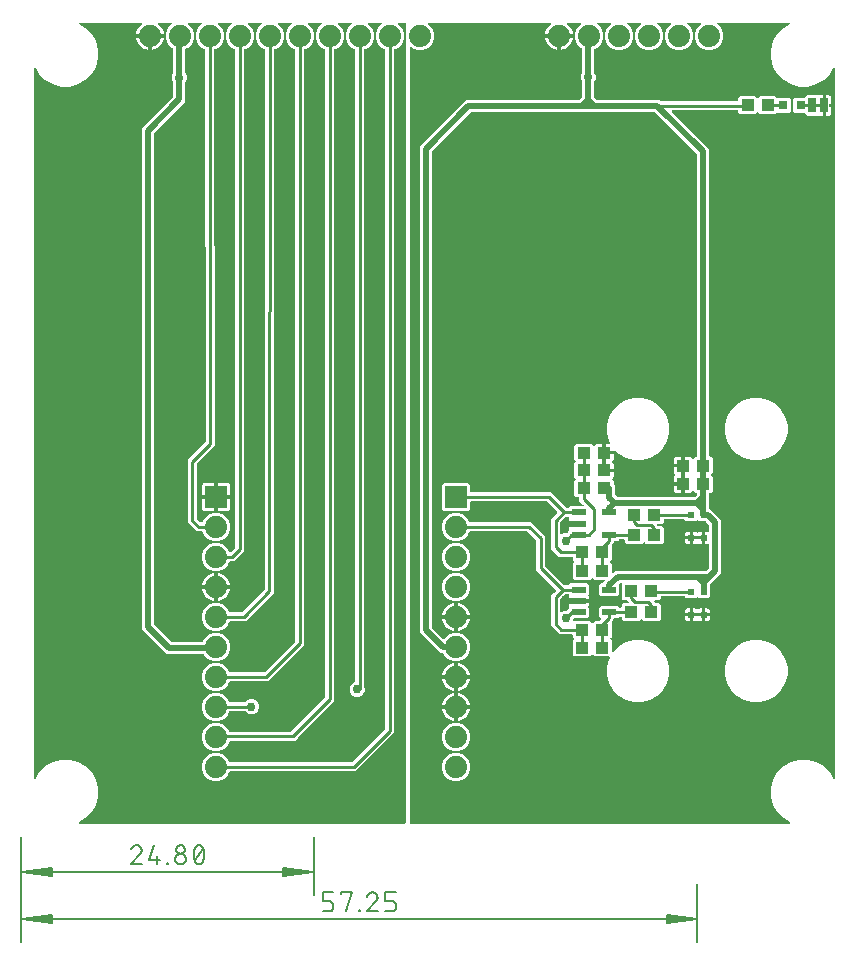
<source format=gbr>
G04 EAGLE Gerber RS-274X export*
G75*
%MOMM*%
%FSLAX34Y34*%
%LPD*%
%INTop Copper*%
%IPPOS*%
%AMOC8*
5,1,8,0,0,1.08239X$1,22.5*%
G01*
%ADD10C,0.130000*%
%ADD11C,0.152400*%
%ADD12R,1.100000X1.000000*%
%ADD13R,0.800000X0.800000*%
%ADD14C,0.254000*%
%ADD15R,0.635000X1.270000*%
%ADD16R,1.879600X1.879600*%
%ADD17C,1.879600*%
%ADD18R,0.600000X0.540000*%
%ADD19R,1.200000X0.550000*%
%ADD20C,0.508000*%
%ADD21C,0.756400*%

G36*
X650418Y10930D02*
X650418Y10930D01*
X650466Y10929D01*
X650539Y10950D01*
X650613Y10962D01*
X650656Y10985D01*
X650702Y10999D01*
X650764Y11042D01*
X650831Y11078D01*
X650864Y11112D01*
X650903Y11140D01*
X650948Y11201D01*
X651000Y11256D01*
X651020Y11299D01*
X651049Y11338D01*
X651072Y11410D01*
X651104Y11479D01*
X651109Y11527D01*
X651124Y11572D01*
X651123Y11648D01*
X651131Y11723D01*
X651121Y11770D01*
X651120Y11818D01*
X651095Y11890D01*
X651079Y11964D01*
X651054Y12005D01*
X651038Y12050D01*
X650991Y12110D01*
X650953Y12175D01*
X650916Y12206D01*
X650887Y12244D01*
X650783Y12320D01*
X650766Y12335D01*
X650759Y12337D01*
X650751Y12343D01*
X645516Y15366D01*
X640366Y20516D01*
X636724Y26823D01*
X634839Y33858D01*
X634839Y41142D01*
X636724Y48177D01*
X640366Y54484D01*
X645516Y59634D01*
X651823Y63276D01*
X658858Y65161D01*
X666142Y65161D01*
X673177Y63276D01*
X679484Y59634D01*
X684634Y54484D01*
X687657Y49249D01*
X687687Y49212D01*
X687710Y49169D01*
X687764Y49117D01*
X687813Y49058D01*
X687853Y49033D01*
X687888Y49000D01*
X687957Y48968D01*
X688021Y48928D01*
X688068Y48916D01*
X688111Y48896D01*
X688186Y48888D01*
X688260Y48870D01*
X688308Y48874D01*
X688355Y48869D01*
X688430Y48885D01*
X688505Y48892D01*
X688549Y48911D01*
X688596Y48921D01*
X688661Y48960D01*
X688730Y48991D01*
X688766Y49023D01*
X688807Y49047D01*
X688856Y49105D01*
X688912Y49156D01*
X688936Y49198D01*
X688967Y49234D01*
X688995Y49305D01*
X689032Y49371D01*
X689041Y49418D01*
X689059Y49463D01*
X689073Y49591D01*
X689077Y49613D01*
X689076Y49619D01*
X689077Y49629D01*
X689077Y650371D01*
X689070Y650418D01*
X689071Y650466D01*
X689050Y650539D01*
X689038Y650613D01*
X689015Y650656D01*
X689001Y650702D01*
X688958Y650764D01*
X688922Y650831D01*
X688888Y650864D01*
X688860Y650903D01*
X688799Y650948D01*
X688744Y651000D01*
X688701Y651020D01*
X688662Y651049D01*
X688590Y651072D01*
X688521Y651104D01*
X688473Y651109D01*
X688428Y651124D01*
X688352Y651123D01*
X688277Y651131D01*
X688230Y651121D01*
X688182Y651120D01*
X688110Y651095D01*
X688036Y651079D01*
X687995Y651054D01*
X687950Y651038D01*
X687890Y650991D01*
X687825Y650953D01*
X687794Y650916D01*
X687756Y650887D01*
X687680Y650783D01*
X687665Y650766D01*
X687663Y650759D01*
X687657Y650751D01*
X684634Y645516D01*
X679484Y640366D01*
X673177Y636724D01*
X666142Y634839D01*
X658858Y634839D01*
X651823Y636724D01*
X645516Y640366D01*
X640366Y645516D01*
X636724Y651823D01*
X634839Y658858D01*
X634839Y666142D01*
X636724Y673177D01*
X640366Y679484D01*
X645516Y684634D01*
X650751Y687657D01*
X650788Y687687D01*
X650831Y687710D01*
X650883Y687764D01*
X650942Y687813D01*
X650967Y687853D01*
X651000Y687888D01*
X651032Y687957D01*
X651072Y688021D01*
X651084Y688068D01*
X651104Y688111D01*
X651112Y688186D01*
X651130Y688260D01*
X651126Y688308D01*
X651131Y688355D01*
X651115Y688430D01*
X651108Y688505D01*
X651089Y688549D01*
X651079Y688596D01*
X651040Y688661D01*
X651009Y688730D01*
X650977Y688766D01*
X650953Y688807D01*
X650895Y688856D01*
X650844Y688912D01*
X650802Y688936D01*
X650766Y688967D01*
X650695Y688995D01*
X650629Y689032D01*
X650582Y689041D01*
X650537Y689059D01*
X650409Y689073D01*
X650387Y689077D01*
X650381Y689076D01*
X650371Y689077D01*
X590144Y689077D01*
X590074Y689066D01*
X590002Y689064D01*
X589953Y689046D01*
X589902Y689038D01*
X589838Y689004D01*
X589771Y688979D01*
X589730Y688947D01*
X589684Y688922D01*
X589635Y688870D01*
X589579Y688826D01*
X589551Y688782D01*
X589515Y688744D01*
X589485Y688679D01*
X589446Y688619D01*
X589433Y688568D01*
X589411Y688521D01*
X589403Y688450D01*
X589386Y688380D01*
X589390Y688328D01*
X589384Y688277D01*
X589399Y688206D01*
X589405Y688135D01*
X589425Y688087D01*
X589436Y688036D01*
X589473Y687975D01*
X589501Y687909D01*
X589546Y687853D01*
X589563Y687825D01*
X589580Y687810D01*
X589606Y687778D01*
X592621Y684763D01*
X594439Y680375D01*
X594439Y675625D01*
X592621Y671237D01*
X589263Y667879D01*
X584875Y666061D01*
X580125Y666061D01*
X575737Y667879D01*
X572379Y671237D01*
X570561Y675625D01*
X570561Y680375D01*
X572379Y684763D01*
X575394Y687778D01*
X575436Y687836D01*
X575485Y687888D01*
X575507Y687935D01*
X575537Y687977D01*
X575558Y688046D01*
X575589Y688111D01*
X575594Y688163D01*
X575610Y688213D01*
X575608Y688284D01*
X575616Y688355D01*
X575605Y688406D01*
X575603Y688458D01*
X575579Y688526D01*
X575564Y688596D01*
X575537Y688641D01*
X575519Y688689D01*
X575474Y688745D01*
X575437Y688807D01*
X575398Y688841D01*
X575365Y688881D01*
X575305Y688920D01*
X575250Y688967D01*
X575202Y688986D01*
X575158Y689014D01*
X575089Y689032D01*
X575022Y689059D01*
X574951Y689067D01*
X574920Y689075D01*
X574896Y689073D01*
X574856Y689077D01*
X564744Y689077D01*
X564674Y689066D01*
X564602Y689064D01*
X564553Y689046D01*
X564502Y689038D01*
X564438Y689004D01*
X564371Y688979D01*
X564330Y688947D01*
X564284Y688922D01*
X564235Y688870D01*
X564179Y688826D01*
X564151Y688782D01*
X564115Y688744D01*
X564085Y688679D01*
X564046Y688619D01*
X564033Y688568D01*
X564011Y688521D01*
X564003Y688450D01*
X563986Y688380D01*
X563990Y688328D01*
X563984Y688277D01*
X563999Y688206D01*
X564005Y688135D01*
X564025Y688087D01*
X564036Y688036D01*
X564073Y687975D01*
X564101Y687909D01*
X564146Y687853D01*
X564163Y687825D01*
X564180Y687810D01*
X564206Y687778D01*
X567221Y684763D01*
X569039Y680375D01*
X569039Y675625D01*
X567221Y671237D01*
X563863Y667879D01*
X559475Y666061D01*
X554725Y666061D01*
X550337Y667879D01*
X546979Y671237D01*
X545161Y675625D01*
X545161Y680375D01*
X546979Y684763D01*
X549994Y687778D01*
X550036Y687836D01*
X550085Y687888D01*
X550107Y687935D01*
X550137Y687977D01*
X550158Y688046D01*
X550189Y688111D01*
X550194Y688163D01*
X550210Y688213D01*
X550208Y688284D01*
X550216Y688355D01*
X550205Y688406D01*
X550203Y688458D01*
X550179Y688526D01*
X550164Y688596D01*
X550137Y688641D01*
X550119Y688689D01*
X550074Y688745D01*
X550037Y688807D01*
X549998Y688841D01*
X549965Y688881D01*
X549905Y688920D01*
X549850Y688967D01*
X549802Y688986D01*
X549758Y689014D01*
X549689Y689032D01*
X549622Y689059D01*
X549551Y689067D01*
X549520Y689075D01*
X549496Y689073D01*
X549456Y689077D01*
X539344Y689077D01*
X539274Y689066D01*
X539202Y689064D01*
X539153Y689046D01*
X539102Y689038D01*
X539038Y689004D01*
X538971Y688979D01*
X538930Y688947D01*
X538884Y688922D01*
X538835Y688870D01*
X538779Y688826D01*
X538751Y688782D01*
X538715Y688744D01*
X538685Y688679D01*
X538646Y688619D01*
X538633Y688568D01*
X538611Y688521D01*
X538603Y688450D01*
X538586Y688380D01*
X538590Y688328D01*
X538584Y688277D01*
X538599Y688206D01*
X538605Y688135D01*
X538625Y688087D01*
X538636Y688036D01*
X538673Y687975D01*
X538701Y687909D01*
X538746Y687853D01*
X538763Y687825D01*
X538780Y687810D01*
X538806Y687778D01*
X541821Y684763D01*
X543639Y680375D01*
X543639Y675625D01*
X541821Y671237D01*
X538463Y667879D01*
X534075Y666061D01*
X529325Y666061D01*
X524937Y667879D01*
X521579Y671237D01*
X519761Y675625D01*
X519761Y680375D01*
X521579Y684763D01*
X524594Y687778D01*
X524636Y687836D01*
X524685Y687888D01*
X524707Y687935D01*
X524737Y687977D01*
X524758Y688046D01*
X524789Y688111D01*
X524794Y688163D01*
X524810Y688213D01*
X524808Y688284D01*
X524816Y688355D01*
X524805Y688406D01*
X524803Y688458D01*
X524779Y688526D01*
X524764Y688596D01*
X524737Y688641D01*
X524719Y688689D01*
X524674Y688745D01*
X524637Y688807D01*
X524598Y688841D01*
X524565Y688881D01*
X524505Y688920D01*
X524450Y688967D01*
X524402Y688986D01*
X524358Y689014D01*
X524289Y689032D01*
X524222Y689059D01*
X524151Y689067D01*
X524120Y689075D01*
X524096Y689073D01*
X524056Y689077D01*
X513944Y689077D01*
X513874Y689066D01*
X513802Y689064D01*
X513753Y689046D01*
X513702Y689038D01*
X513638Y689004D01*
X513571Y688979D01*
X513530Y688947D01*
X513484Y688922D01*
X513435Y688870D01*
X513379Y688826D01*
X513351Y688782D01*
X513315Y688744D01*
X513285Y688679D01*
X513246Y688619D01*
X513233Y688568D01*
X513211Y688521D01*
X513203Y688450D01*
X513186Y688380D01*
X513190Y688328D01*
X513184Y688277D01*
X513199Y688206D01*
X513205Y688135D01*
X513225Y688087D01*
X513236Y688036D01*
X513273Y687975D01*
X513301Y687909D01*
X513346Y687853D01*
X513363Y687825D01*
X513380Y687810D01*
X513406Y687778D01*
X516421Y684763D01*
X518239Y680375D01*
X518239Y675625D01*
X516421Y671237D01*
X513063Y667879D01*
X508675Y666061D01*
X503925Y666061D01*
X499537Y667879D01*
X496179Y671237D01*
X494361Y675625D01*
X494361Y680375D01*
X496179Y684763D01*
X499194Y687778D01*
X499236Y687836D01*
X499285Y687888D01*
X499307Y687935D01*
X499337Y687977D01*
X499358Y688046D01*
X499389Y688111D01*
X499394Y688163D01*
X499410Y688213D01*
X499408Y688284D01*
X499416Y688355D01*
X499405Y688406D01*
X499403Y688458D01*
X499379Y688526D01*
X499364Y688596D01*
X499337Y688641D01*
X499319Y688689D01*
X499274Y688745D01*
X499237Y688807D01*
X499198Y688841D01*
X499165Y688881D01*
X499105Y688920D01*
X499050Y688967D01*
X499002Y688986D01*
X498958Y689014D01*
X498889Y689032D01*
X498822Y689059D01*
X498751Y689067D01*
X498720Y689075D01*
X498696Y689073D01*
X498656Y689077D01*
X488544Y689077D01*
X488474Y689066D01*
X488402Y689064D01*
X488353Y689046D01*
X488302Y689038D01*
X488238Y689004D01*
X488171Y688979D01*
X488130Y688947D01*
X488084Y688922D01*
X488035Y688870D01*
X487979Y688826D01*
X487951Y688782D01*
X487915Y688744D01*
X487885Y688679D01*
X487846Y688619D01*
X487833Y688568D01*
X487811Y688521D01*
X487803Y688450D01*
X487786Y688380D01*
X487790Y688328D01*
X487784Y688277D01*
X487799Y688206D01*
X487805Y688135D01*
X487825Y688087D01*
X487836Y688036D01*
X487873Y687975D01*
X487901Y687909D01*
X487946Y687853D01*
X487963Y687825D01*
X487980Y687810D01*
X488006Y687778D01*
X491021Y684763D01*
X492839Y680375D01*
X492839Y675625D01*
X491021Y671237D01*
X487663Y667879D01*
X485551Y667004D01*
X485451Y666942D01*
X485351Y666882D01*
X485347Y666878D01*
X485342Y666874D01*
X485267Y666785D01*
X485191Y666696D01*
X485189Y666690D01*
X485185Y666685D01*
X485143Y666576D01*
X485099Y666467D01*
X485098Y666460D01*
X485097Y666455D01*
X485096Y666437D01*
X485081Y666301D01*
X485081Y647176D01*
X485095Y647086D01*
X485103Y646995D01*
X485115Y646966D01*
X485120Y646934D01*
X485163Y646853D01*
X485199Y646769D01*
X485225Y646737D01*
X485236Y646716D01*
X485259Y646694D01*
X485304Y646638D01*
X485360Y646582D01*
X486323Y644258D01*
X486323Y641742D01*
X485360Y639418D01*
X485304Y639362D01*
X485251Y639288D01*
X485191Y639219D01*
X485179Y639188D01*
X485160Y639162D01*
X485133Y639075D01*
X485099Y638990D01*
X485095Y638949D01*
X485088Y638927D01*
X485089Y638895D01*
X485081Y638824D01*
X485081Y626170D01*
X485095Y626080D01*
X485103Y625989D01*
X485115Y625959D01*
X485120Y625927D01*
X485163Y625846D01*
X485199Y625762D01*
X485225Y625730D01*
X485236Y625710D01*
X485259Y625687D01*
X485304Y625632D01*
X486882Y624054D01*
X486955Y624001D01*
X487025Y623941D01*
X487055Y623929D01*
X487081Y623910D01*
X487168Y623883D01*
X487253Y623849D01*
X487294Y623845D01*
X487316Y623838D01*
X487349Y623839D01*
X487420Y623831D01*
X540855Y623831D01*
X541902Y622784D01*
X541975Y622731D01*
X542045Y622671D01*
X542075Y622659D01*
X542101Y622640D01*
X542188Y622613D01*
X542273Y622579D01*
X542314Y622575D01*
X542336Y622568D01*
X542369Y622569D01*
X542440Y622561D01*
X606198Y622561D01*
X606218Y622564D01*
X606237Y622562D01*
X606339Y622584D01*
X606441Y622600D01*
X606458Y622610D01*
X606478Y622614D01*
X606567Y622667D01*
X606658Y622716D01*
X606672Y622730D01*
X606689Y622740D01*
X606756Y622819D01*
X606828Y622894D01*
X606836Y622912D01*
X606849Y622927D01*
X606888Y623023D01*
X606931Y623117D01*
X606933Y623137D01*
X606941Y623155D01*
X606959Y623322D01*
X606959Y625052D01*
X608448Y626541D01*
X621552Y626541D01*
X622962Y625131D01*
X622978Y625120D01*
X622990Y625104D01*
X623078Y625048D01*
X623161Y624988D01*
X623180Y624982D01*
X623197Y624971D01*
X623298Y624946D01*
X623397Y624916D01*
X623416Y624916D01*
X623436Y624911D01*
X623539Y624919D01*
X623642Y624922D01*
X623661Y624929D01*
X623681Y624930D01*
X623776Y624971D01*
X623873Y625006D01*
X623889Y625019D01*
X623907Y625027D01*
X624038Y625131D01*
X625448Y626541D01*
X638552Y626541D01*
X639329Y625764D01*
X639403Y625711D01*
X639473Y625651D01*
X639503Y625639D01*
X639529Y625620D01*
X639616Y625593D01*
X639701Y625559D01*
X639742Y625555D01*
X639764Y625548D01*
X639796Y625549D01*
X639868Y625541D01*
X650052Y625541D01*
X651541Y624052D01*
X651541Y613948D01*
X650052Y612459D01*
X639868Y612459D01*
X639778Y612445D01*
X639687Y612437D01*
X639657Y612425D01*
X639625Y612420D01*
X639544Y612377D01*
X639460Y612341D01*
X639428Y612315D01*
X639408Y612304D01*
X639385Y612281D01*
X639329Y612236D01*
X638552Y611459D01*
X625448Y611459D01*
X624038Y612869D01*
X624022Y612880D01*
X624010Y612896D01*
X623936Y612943D01*
X623915Y612961D01*
X623903Y612966D01*
X623839Y613012D01*
X623820Y613018D01*
X623803Y613029D01*
X623702Y613054D01*
X623603Y613084D01*
X623584Y613084D01*
X623564Y613089D01*
X623461Y613081D01*
X623358Y613078D01*
X623339Y613071D01*
X623319Y613070D01*
X623224Y613029D01*
X623127Y612994D01*
X623111Y612981D01*
X623093Y612973D01*
X623026Y612920D01*
X623020Y612917D01*
X623013Y612910D01*
X622962Y612869D01*
X621552Y611459D01*
X608448Y611459D01*
X606959Y612948D01*
X606959Y614178D01*
X606956Y614198D01*
X606958Y614217D01*
X606936Y614319D01*
X606920Y614421D01*
X606910Y614438D01*
X606906Y614458D01*
X606853Y614547D01*
X606804Y614638D01*
X606790Y614652D01*
X606780Y614669D01*
X606701Y614736D01*
X606626Y614808D01*
X606608Y614816D01*
X606593Y614829D01*
X606497Y614868D01*
X606403Y614911D01*
X606383Y614913D01*
X606365Y614921D01*
X606198Y614939D01*
X551584Y614939D01*
X551513Y614928D01*
X551441Y614926D01*
X551392Y614908D01*
X551341Y614900D01*
X551278Y614866D01*
X551210Y614841D01*
X551170Y614809D01*
X551124Y614784D01*
X551074Y614732D01*
X551018Y614688D01*
X550990Y614644D01*
X550954Y614606D01*
X550924Y614541D01*
X550885Y614481D01*
X550873Y614430D01*
X550851Y614383D01*
X550843Y614312D01*
X550825Y614242D01*
X550829Y614190D01*
X550824Y614139D01*
X550839Y614068D01*
X550844Y613997D01*
X550865Y613949D01*
X550876Y613898D01*
X550913Y613837D01*
X550941Y613771D01*
X550985Y613715D01*
X551002Y613687D01*
X551020Y613672D01*
X551045Y613640D01*
X582581Y582105D01*
X582581Y322302D01*
X582584Y322282D01*
X582582Y322263D01*
X582604Y322161D01*
X582620Y322059D01*
X582630Y322042D01*
X582634Y322022D01*
X582687Y321933D01*
X582736Y321842D01*
X582750Y321828D01*
X582760Y321811D01*
X582839Y321744D01*
X582914Y321672D01*
X582932Y321664D01*
X582947Y321651D01*
X583043Y321612D01*
X583137Y321569D01*
X583157Y321567D01*
X583175Y321559D01*
X583342Y321541D01*
X584052Y321541D01*
X585541Y320052D01*
X585541Y307948D01*
X584381Y306788D01*
X584370Y306772D01*
X584354Y306760D01*
X584298Y306672D01*
X584238Y306589D01*
X584232Y306570D01*
X584221Y306553D01*
X584196Y306452D01*
X584166Y306353D01*
X584166Y306334D01*
X584161Y306314D01*
X584169Y306211D01*
X584172Y306108D01*
X584179Y306089D01*
X584180Y306069D01*
X584221Y305974D01*
X584256Y305877D01*
X584269Y305861D01*
X584277Y305843D01*
X584381Y305712D01*
X585541Y304552D01*
X585541Y292448D01*
X584052Y290959D01*
X583342Y290959D01*
X583322Y290956D01*
X583303Y290958D01*
X583201Y290936D01*
X583099Y290920D01*
X583082Y290910D01*
X583062Y290906D01*
X582973Y290853D01*
X582882Y290804D01*
X582868Y290790D01*
X582851Y290780D01*
X582784Y290701D01*
X582712Y290626D01*
X582704Y290608D01*
X582691Y290593D01*
X582652Y290497D01*
X582609Y290403D01*
X582607Y290383D01*
X582599Y290365D01*
X582581Y290198D01*
X582581Y277992D01*
X582584Y277972D01*
X582582Y277953D01*
X582604Y277851D01*
X582620Y277749D01*
X582630Y277732D01*
X582634Y277712D01*
X582687Y277623D01*
X582736Y277532D01*
X582750Y277518D01*
X582760Y277501D01*
X582839Y277434D01*
X582914Y277362D01*
X582932Y277354D01*
X582947Y277341D01*
X583043Y277302D01*
X583137Y277259D01*
X583157Y277257D01*
X583175Y277249D01*
X583342Y277231D01*
X583455Y277231D01*
X592581Y268105D01*
X592581Y222895D01*
X583054Y213368D01*
X583001Y213295D01*
X582941Y213225D01*
X582929Y213195D01*
X582910Y213169D01*
X582883Y213082D01*
X582849Y212997D01*
X582845Y212956D01*
X582838Y212934D01*
X582839Y212901D01*
X582831Y212830D01*
X582831Y211678D01*
X582845Y211588D01*
X582853Y211497D01*
X582865Y211467D01*
X582870Y211435D01*
X582913Y211354D01*
X582949Y211270D01*
X582975Y211238D01*
X582986Y211218D01*
X583009Y211195D01*
X583054Y211139D01*
X583291Y210902D01*
X583291Y203398D01*
X581802Y201909D01*
X573698Y201909D01*
X573038Y202569D01*
X573022Y202580D01*
X573010Y202596D01*
X572922Y202652D01*
X572839Y202712D01*
X572820Y202718D01*
X572803Y202729D01*
X572702Y202754D01*
X572603Y202784D01*
X572584Y202784D01*
X572564Y202789D01*
X572461Y202781D01*
X572358Y202778D01*
X572339Y202771D01*
X572319Y202770D01*
X572224Y202729D01*
X572127Y202694D01*
X572111Y202681D01*
X572093Y202673D01*
X571962Y202569D01*
X571302Y201909D01*
X563198Y201909D01*
X561991Y203116D01*
X561917Y203169D01*
X561847Y203229D01*
X561817Y203241D01*
X561791Y203260D01*
X561704Y203287D01*
X561619Y203321D01*
X561578Y203325D01*
X561556Y203332D01*
X561524Y203331D01*
X561452Y203339D01*
X542302Y203339D01*
X542282Y203336D01*
X542263Y203338D01*
X542161Y203316D01*
X542059Y203300D01*
X542042Y203290D01*
X542022Y203286D01*
X541933Y203233D01*
X541842Y203184D01*
X541828Y203170D01*
X541811Y203160D01*
X541744Y203081D01*
X541672Y203006D01*
X541664Y202988D01*
X541651Y202973D01*
X541612Y202877D01*
X541569Y202783D01*
X541567Y202763D01*
X541559Y202745D01*
X541541Y202578D01*
X541541Y201448D01*
X540052Y199959D01*
X536768Y199959D01*
X536697Y199948D01*
X536625Y199946D01*
X536576Y199928D01*
X536525Y199920D01*
X536462Y199886D01*
X536394Y199861D01*
X536354Y199829D01*
X536308Y199804D01*
X536258Y199752D01*
X536202Y199708D01*
X536174Y199664D01*
X536138Y199626D01*
X536108Y199561D01*
X536069Y199501D01*
X536057Y199450D01*
X536035Y199403D01*
X536027Y199332D01*
X536009Y199262D01*
X536013Y199210D01*
X536008Y199159D01*
X536023Y199088D01*
X536028Y199017D01*
X536049Y198969D01*
X536060Y198918D01*
X536097Y198857D01*
X536125Y198791D01*
X536169Y198735D01*
X536186Y198707D01*
X536204Y198692D01*
X536229Y198660D01*
X537126Y197764D01*
X537200Y197711D01*
X537269Y197651D01*
X537299Y197639D01*
X537325Y197620D01*
X537412Y197593D01*
X537497Y197559D01*
X537538Y197555D01*
X537560Y197548D01*
X537593Y197549D01*
X537664Y197541D01*
X540052Y197541D01*
X541541Y196052D01*
X541541Y183948D01*
X540052Y182459D01*
X526948Y182459D01*
X525538Y183869D01*
X525522Y183880D01*
X525510Y183896D01*
X525422Y183952D01*
X525339Y184012D01*
X525320Y184018D01*
X525303Y184029D01*
X525202Y184054D01*
X525103Y184084D01*
X525084Y184084D01*
X525064Y184089D01*
X524961Y184081D01*
X524858Y184078D01*
X524839Y184071D01*
X524819Y184070D01*
X524724Y184029D01*
X524627Y183994D01*
X524611Y183981D01*
X524593Y183973D01*
X524462Y183869D01*
X523052Y182459D01*
X509948Y182459D01*
X508459Y183948D01*
X508459Y185428D01*
X508456Y185448D01*
X508458Y185467D01*
X508436Y185569D01*
X508420Y185671D01*
X508410Y185688D01*
X508406Y185708D01*
X508353Y185797D01*
X508304Y185888D01*
X508290Y185902D01*
X508280Y185919D01*
X508201Y185986D01*
X508126Y186058D01*
X508108Y186066D01*
X508093Y186079D01*
X507997Y186118D01*
X507903Y186161D01*
X507883Y186163D01*
X507865Y186171D01*
X507698Y186189D01*
X506849Y186189D01*
X506759Y186175D01*
X506668Y186167D01*
X506638Y186155D01*
X506606Y186150D01*
X506525Y186107D01*
X506441Y186071D01*
X506409Y186045D01*
X506389Y186034D01*
X506366Y186011D01*
X506310Y185966D01*
X505053Y184709D01*
X502073Y184709D01*
X502053Y184706D01*
X502034Y184708D01*
X501932Y184686D01*
X501830Y184670D01*
X501813Y184660D01*
X501793Y184656D01*
X501704Y184603D01*
X501613Y184554D01*
X501599Y184540D01*
X501582Y184530D01*
X501515Y184451D01*
X501443Y184376D01*
X501435Y184358D01*
X501422Y184343D01*
X501383Y184247D01*
X501340Y184153D01*
X501338Y184133D01*
X501330Y184115D01*
X501312Y183948D01*
X501312Y183423D01*
X500029Y182140D01*
X500018Y182124D01*
X500002Y182112D01*
X499946Y182024D01*
X499886Y181940D01*
X499880Y181921D01*
X499869Y181905D01*
X499844Y181804D01*
X499814Y181705D01*
X499814Y181685D01*
X499809Y181666D01*
X499817Y181563D01*
X499820Y181460D01*
X499827Y181441D01*
X499828Y181421D01*
X499869Y181326D01*
X499904Y181229D01*
X499917Y181213D01*
X499925Y181195D01*
X500029Y181064D01*
X500041Y181052D01*
X500041Y168948D01*
X499131Y168038D01*
X499120Y168022D01*
X499104Y168010D01*
X499048Y167922D01*
X498988Y167839D01*
X498982Y167820D01*
X498971Y167803D01*
X498946Y167702D01*
X498916Y167603D01*
X498916Y167584D01*
X498911Y167564D01*
X498919Y167461D01*
X498922Y167358D01*
X498929Y167339D01*
X498930Y167319D01*
X498971Y167224D01*
X499006Y167127D01*
X499019Y167111D01*
X499027Y167093D01*
X499131Y166962D01*
X500041Y166052D01*
X500041Y156729D01*
X500052Y156658D01*
X500054Y156587D01*
X500072Y156538D01*
X500080Y156486D01*
X500114Y156423D01*
X500139Y156356D01*
X500171Y156315D01*
X500196Y156269D01*
X500248Y156219D01*
X500292Y156163D01*
X500336Y156135D01*
X500374Y156099D01*
X500439Y156069D01*
X500499Y156030D01*
X500550Y156018D01*
X500597Y155996D01*
X500668Y155988D01*
X500738Y155970D01*
X500790Y155974D01*
X500841Y155969D01*
X500912Y155984D01*
X500983Y155990D01*
X501031Y156010D01*
X501082Y156021D01*
X501143Y156058D01*
X501209Y156086D01*
X501265Y156131D01*
X501293Y156147D01*
X501308Y156165D01*
X501340Y156191D01*
X506283Y161134D01*
X512306Y164611D01*
X519023Y166411D01*
X525977Y166411D01*
X532694Y164611D01*
X538717Y161134D01*
X543634Y156217D01*
X547111Y150194D01*
X548911Y143477D01*
X548911Y136523D01*
X547111Y129806D01*
X543634Y123783D01*
X538717Y118866D01*
X532694Y115389D01*
X525977Y113589D01*
X519023Y113589D01*
X512306Y115389D01*
X506283Y118866D01*
X501366Y123783D01*
X497889Y129806D01*
X496089Y136523D01*
X496089Y143477D01*
X497889Y150194D01*
X498538Y151317D01*
X498571Y151407D01*
X498611Y151493D01*
X498615Y151521D01*
X498625Y151547D01*
X498628Y151643D01*
X498639Y151737D01*
X498633Y151765D01*
X498634Y151793D01*
X498607Y151885D01*
X498586Y151978D01*
X498572Y152002D01*
X498564Y152029D01*
X498509Y152107D01*
X498460Y152189D01*
X498439Y152207D01*
X498422Y152230D01*
X498346Y152287D01*
X498273Y152349D01*
X498247Y152359D01*
X498224Y152376D01*
X498134Y152405D01*
X498045Y152441D01*
X498010Y152445D01*
X497990Y152451D01*
X497957Y152451D01*
X497878Y152459D01*
X485448Y152459D01*
X484038Y153869D01*
X484022Y153880D01*
X484010Y153896D01*
X483922Y153952D01*
X483839Y154012D01*
X483820Y154018D01*
X483803Y154029D01*
X483702Y154054D01*
X483603Y154084D01*
X483584Y154084D01*
X483564Y154089D01*
X483461Y154081D01*
X483358Y154078D01*
X483339Y154071D01*
X483319Y154070D01*
X483224Y154029D01*
X483127Y153994D01*
X483111Y153981D01*
X483093Y153973D01*
X482962Y153869D01*
X481552Y152459D01*
X468448Y152459D01*
X466959Y153948D01*
X466959Y166052D01*
X467869Y166962D01*
X467880Y166978D01*
X467896Y166990D01*
X467952Y167078D01*
X468012Y167161D01*
X468018Y167180D01*
X468029Y167197D01*
X468054Y167298D01*
X468084Y167397D01*
X468084Y167416D01*
X468089Y167436D01*
X468081Y167539D01*
X468078Y167642D01*
X468071Y167661D01*
X468070Y167681D01*
X468029Y167776D01*
X467994Y167873D01*
X467981Y167889D01*
X467973Y167907D01*
X467869Y168038D01*
X466959Y168948D01*
X466959Y170428D01*
X466956Y170448D01*
X466958Y170467D01*
X466936Y170569D01*
X466920Y170671D01*
X466910Y170688D01*
X466906Y170708D01*
X466853Y170797D01*
X466804Y170888D01*
X466790Y170902D01*
X466780Y170919D01*
X466701Y170986D01*
X466626Y171058D01*
X466608Y171066D01*
X466593Y171079D01*
X466497Y171118D01*
X466403Y171161D01*
X466383Y171163D01*
X466365Y171171D01*
X466198Y171189D01*
X455922Y171189D01*
X448689Y178422D01*
X448689Y204078D01*
X451144Y206534D01*
X452573Y207962D01*
X452584Y207978D01*
X452600Y207990D01*
X452656Y208078D01*
X452716Y208161D01*
X452722Y208180D01*
X452733Y208197D01*
X452758Y208298D01*
X452788Y208397D01*
X452788Y208416D01*
X452793Y208436D01*
X452785Y208539D01*
X452782Y208642D01*
X452775Y208661D01*
X452774Y208681D01*
X452733Y208776D01*
X452698Y208873D01*
X452685Y208889D01*
X452677Y208907D01*
X452573Y209038D01*
X436189Y225422D01*
X436189Y250606D01*
X436175Y250696D01*
X436167Y250787D01*
X436155Y250817D01*
X436150Y250849D01*
X436107Y250930D01*
X436071Y251014D01*
X436045Y251046D01*
X436034Y251066D01*
X436011Y251089D01*
X435966Y251144D01*
X429044Y258066D01*
X428971Y258119D01*
X428901Y258179D01*
X428871Y258191D01*
X428845Y258210D01*
X428758Y258237D01*
X428673Y258271D01*
X428632Y258275D01*
X428610Y258282D01*
X428577Y258281D01*
X428506Y258289D01*
X380053Y258289D01*
X379938Y258270D01*
X379822Y258253D01*
X379816Y258251D01*
X379810Y258250D01*
X379707Y258195D01*
X379602Y258142D01*
X379598Y258137D01*
X379592Y258134D01*
X379513Y258050D01*
X379430Y257966D01*
X379427Y257960D01*
X379423Y257956D01*
X379415Y257939D01*
X379349Y257819D01*
X378321Y255337D01*
X374963Y251979D01*
X370575Y250161D01*
X365825Y250161D01*
X361437Y251979D01*
X358079Y255337D01*
X356261Y259725D01*
X356261Y264475D01*
X358079Y268863D01*
X361437Y272221D01*
X365825Y274039D01*
X370575Y274039D01*
X374963Y272221D01*
X378321Y268863D01*
X379349Y266381D01*
X379411Y266281D01*
X379471Y266181D01*
X379476Y266177D01*
X379479Y266172D01*
X379569Y266097D01*
X379658Y266021D01*
X379664Y266019D01*
X379668Y266015D01*
X379776Y265973D01*
X379886Y265929D01*
X379893Y265928D01*
X379898Y265927D01*
X379916Y265926D01*
X380053Y265911D01*
X431978Y265911D01*
X443811Y254078D01*
X443811Y228894D01*
X443825Y228804D01*
X443833Y228713D01*
X443845Y228683D01*
X443850Y228651D01*
X443893Y228570D01*
X443929Y228486D01*
X443955Y228454D01*
X443966Y228434D01*
X443989Y228411D01*
X444034Y228356D01*
X459356Y213034D01*
X459429Y212981D01*
X459499Y212921D01*
X459529Y212909D01*
X459555Y212890D01*
X459642Y212863D01*
X459727Y212829D01*
X459768Y212825D01*
X459790Y212818D01*
X459823Y212819D01*
X459894Y212811D01*
X463151Y212811D01*
X463241Y212825D01*
X463332Y212833D01*
X463362Y212845D01*
X463394Y212850D01*
X463475Y212893D01*
X463559Y212929D01*
X463591Y212955D01*
X463611Y212966D01*
X463634Y212989D01*
X463690Y213034D01*
X464947Y214291D01*
X479051Y214291D01*
X480540Y212802D01*
X480540Y205198D01*
X480123Y204781D01*
X480097Y204745D01*
X480065Y204716D01*
X480026Y204646D01*
X479980Y204581D01*
X479967Y204539D01*
X479945Y204501D01*
X479931Y204423D01*
X479907Y204346D01*
X479908Y204302D01*
X479900Y204259D01*
X479911Y204180D01*
X479914Y204100D01*
X479929Y204059D01*
X479935Y204016D01*
X479993Y203882D01*
X479998Y203869D01*
X480000Y203867D01*
X480002Y203862D01*
X480367Y203231D01*
X480540Y202584D01*
X480540Y200874D01*
X472612Y200874D01*
X472593Y200871D01*
X472573Y200873D01*
X472471Y200851D01*
X472369Y200835D01*
X472352Y200825D01*
X472332Y200821D01*
X472243Y200768D01*
X472152Y200719D01*
X472138Y200705D01*
X472121Y200695D01*
X472054Y200616D01*
X472000Y200559D01*
X471992Y200573D01*
X471978Y200587D01*
X471968Y200604D01*
X471889Y200671D01*
X471814Y200743D01*
X471796Y200751D01*
X471781Y200764D01*
X471684Y200803D01*
X471591Y200846D01*
X471571Y200848D01*
X471553Y200856D01*
X471386Y200874D01*
X463458Y200874D01*
X463458Y202584D01*
X463631Y203231D01*
X463996Y203862D01*
X464011Y203903D01*
X464035Y203940D01*
X464055Y204017D01*
X464083Y204092D01*
X464085Y204136D01*
X464095Y204178D01*
X464089Y204258D01*
X464092Y204338D01*
X464079Y204380D01*
X464076Y204424D01*
X464045Y204497D01*
X464022Y204574D01*
X463997Y204610D01*
X463980Y204650D01*
X463889Y204764D01*
X463881Y204775D01*
X463878Y204777D01*
X463875Y204781D01*
X463690Y204966D01*
X463615Y205020D01*
X463546Y205079D01*
X463516Y205091D01*
X463490Y205110D01*
X463403Y205137D01*
X463318Y205171D01*
X463277Y205175D01*
X463255Y205182D01*
X463223Y205181D01*
X463151Y205189D01*
X460894Y205189D01*
X460804Y205175D01*
X460713Y205167D01*
X460683Y205155D01*
X460651Y205150D01*
X460570Y205107D01*
X460486Y205071D01*
X460454Y205045D01*
X460434Y205034D01*
X460411Y205011D01*
X460356Y204966D01*
X459856Y204466D01*
X459855Y204466D01*
X456534Y201144D01*
X456481Y201070D01*
X456421Y201001D01*
X456409Y200971D01*
X456390Y200945D01*
X456363Y200858D01*
X456329Y200773D01*
X456325Y200732D01*
X456318Y200710D01*
X456319Y200677D01*
X456311Y200606D01*
X456311Y191041D01*
X456318Y190995D01*
X456316Y190949D01*
X456338Y190875D01*
X456350Y190798D01*
X456372Y190757D01*
X456385Y190713D01*
X456429Y190649D01*
X456466Y190580D01*
X456499Y190549D01*
X456525Y190511D01*
X456587Y190465D01*
X456644Y190411D01*
X456686Y190392D01*
X456722Y190364D01*
X456796Y190340D01*
X456867Y190307D01*
X456913Y190302D01*
X456956Y190288D01*
X457034Y190289D01*
X457111Y190280D01*
X457156Y190290D01*
X457202Y190291D01*
X457334Y190329D01*
X457352Y190333D01*
X457356Y190335D01*
X457363Y190337D01*
X459742Y191323D01*
X461618Y191323D01*
X461708Y191337D01*
X461799Y191345D01*
X461829Y191357D01*
X461861Y191362D01*
X461941Y191405D01*
X462026Y191441D01*
X462058Y191467D01*
X462078Y191478D01*
X462093Y191493D01*
X462095Y191494D01*
X462104Y191504D01*
X462156Y191546D01*
X463235Y192624D01*
X463288Y192698D01*
X463348Y192768D01*
X463360Y192798D01*
X463379Y192824D01*
X463406Y192911D01*
X463440Y192996D01*
X463444Y193037D01*
X463451Y193059D01*
X463450Y193091D01*
X463458Y193163D01*
X463458Y193802D01*
X463875Y194219D01*
X463901Y194255D01*
X463933Y194284D01*
X463972Y194354D01*
X464018Y194419D01*
X464031Y194461D01*
X464053Y194499D01*
X464067Y194577D01*
X464091Y194654D01*
X464090Y194698D01*
X464098Y194741D01*
X464087Y194820D01*
X464084Y194900D01*
X464069Y194941D01*
X464063Y194984D01*
X464005Y195118D01*
X464000Y195131D01*
X463998Y195133D01*
X463996Y195138D01*
X463631Y195769D01*
X463458Y196416D01*
X463458Y198126D01*
X471386Y198126D01*
X471405Y198129D01*
X471425Y198127D01*
X471527Y198149D01*
X471629Y198165D01*
X471646Y198175D01*
X471666Y198179D01*
X471755Y198232D01*
X471846Y198281D01*
X471860Y198295D01*
X471877Y198305D01*
X471944Y198384D01*
X471998Y198441D01*
X472006Y198427D01*
X472020Y198413D01*
X472030Y198396D01*
X472109Y198329D01*
X472184Y198257D01*
X472202Y198249D01*
X472217Y198236D01*
X472314Y198197D01*
X472407Y198154D01*
X472427Y198152D01*
X472445Y198144D01*
X472612Y198126D01*
X480540Y198126D01*
X480540Y196416D01*
X480367Y195769D01*
X480002Y195138D01*
X479987Y195097D01*
X479963Y195060D01*
X479943Y194983D01*
X479915Y194908D01*
X479913Y194864D01*
X479903Y194822D01*
X479909Y194742D01*
X479906Y194662D01*
X479919Y194620D01*
X479922Y194576D01*
X479953Y194503D01*
X479976Y194426D01*
X480001Y194390D01*
X480018Y194350D01*
X480109Y194236D01*
X480117Y194225D01*
X480120Y194223D01*
X480123Y194219D01*
X480540Y193802D01*
X480540Y186198D01*
X479051Y184709D01*
X468084Y184709D01*
X468064Y184706D01*
X468045Y184708D01*
X467943Y184686D01*
X467841Y184670D01*
X467824Y184660D01*
X467804Y184656D01*
X467715Y184603D01*
X467624Y184554D01*
X467610Y184540D01*
X467593Y184530D01*
X467526Y184451D01*
X467454Y184376D01*
X467446Y184358D01*
X467433Y184343D01*
X467394Y184247D01*
X467351Y184153D01*
X467349Y184133D01*
X467341Y184115D01*
X467323Y183948D01*
X467323Y183742D01*
X467142Y183307D01*
X467120Y183212D01*
X467091Y183119D01*
X467092Y183092D01*
X467086Y183067D01*
X467095Y182970D01*
X467098Y182873D01*
X467107Y182848D01*
X467109Y182822D01*
X467149Y182733D01*
X467182Y182642D01*
X467199Y182621D01*
X467209Y182597D01*
X467275Y182526D01*
X467336Y182450D01*
X467358Y182436D01*
X467376Y182416D01*
X467461Y182369D01*
X467543Y182317D01*
X467568Y182310D01*
X467591Y182298D01*
X467687Y182280D01*
X467781Y182257D01*
X467807Y182259D01*
X467833Y182254D01*
X467930Y182268D01*
X468027Y182276D01*
X468051Y182286D01*
X468076Y182290D01*
X468163Y182334D01*
X468253Y182372D01*
X468278Y182393D01*
X468296Y182401D01*
X468319Y182425D01*
X468384Y182477D01*
X468448Y182541D01*
X481552Y182541D01*
X482962Y181131D01*
X482978Y181120D01*
X482990Y181104D01*
X483078Y181048D01*
X483161Y180988D01*
X483180Y180982D01*
X483197Y180971D01*
X483298Y180946D01*
X483397Y180916D01*
X483416Y180916D01*
X483436Y180911D01*
X483539Y180919D01*
X483642Y180922D01*
X483661Y180929D01*
X483681Y180930D01*
X483776Y180971D01*
X483873Y181006D01*
X483889Y181019D01*
X483907Y181027D01*
X484038Y181131D01*
X485448Y182541D01*
X489336Y182541D01*
X489426Y182555D01*
X489517Y182563D01*
X489547Y182575D01*
X489579Y182580D01*
X489660Y182623D01*
X489744Y182659D01*
X489776Y182685D01*
X489796Y182696D01*
X489819Y182719D01*
X489874Y182764D01*
X490846Y183735D01*
X490858Y183751D01*
X490873Y183764D01*
X490929Y183851D01*
X490990Y183935D01*
X490995Y183954D01*
X491006Y183971D01*
X491032Y184071D01*
X491062Y184170D01*
X491061Y184190D01*
X491066Y184209D01*
X491058Y184312D01*
X491056Y184416D01*
X491049Y184435D01*
X491047Y184455D01*
X491007Y184549D01*
X490971Y184647D01*
X490959Y184663D01*
X490951Y184681D01*
X490846Y184812D01*
X489460Y186198D01*
X489460Y193802D01*
X490949Y195291D01*
X505053Y195291D01*
X506310Y194034D01*
X506384Y193981D01*
X506454Y193921D01*
X506484Y193909D01*
X506510Y193890D01*
X506597Y193863D01*
X506682Y193829D01*
X506723Y193825D01*
X506745Y193818D01*
X506777Y193819D01*
X506849Y193811D01*
X507698Y193811D01*
X507718Y193814D01*
X507737Y193812D01*
X507839Y193834D01*
X507941Y193850D01*
X507958Y193860D01*
X507978Y193864D01*
X508067Y193917D01*
X508158Y193966D01*
X508172Y193980D01*
X508189Y193990D01*
X508256Y194069D01*
X508328Y194144D01*
X508336Y194162D01*
X508349Y194177D01*
X508388Y194273D01*
X508431Y194367D01*
X508433Y194387D01*
X508441Y194405D01*
X508459Y194572D01*
X508459Y196052D01*
X509948Y197541D01*
X513732Y197541D01*
X513803Y197552D01*
X513875Y197554D01*
X513924Y197572D01*
X513975Y197580D01*
X514038Y197614D01*
X514106Y197639D01*
X514146Y197671D01*
X514192Y197696D01*
X514242Y197748D01*
X514298Y197792D01*
X514326Y197836D01*
X514362Y197874D01*
X514392Y197939D01*
X514431Y197999D01*
X514443Y198050D01*
X514465Y198097D01*
X514473Y198168D01*
X514491Y198238D01*
X514487Y198290D01*
X514492Y198341D01*
X514477Y198412D01*
X514472Y198483D01*
X514451Y198531D01*
X514440Y198582D01*
X514403Y198643D01*
X514375Y198709D01*
X514331Y198765D01*
X514314Y198793D01*
X514296Y198808D01*
X514271Y198840D01*
X513374Y199736D01*
X513300Y199789D01*
X513231Y199849D01*
X513201Y199861D01*
X513175Y199880D01*
X513088Y199907D01*
X513003Y199941D01*
X512962Y199945D01*
X512940Y199952D01*
X512907Y199951D01*
X512836Y199959D01*
X509948Y199959D01*
X508459Y201448D01*
X508459Y213552D01*
X508527Y213620D01*
X508568Y213678D01*
X508618Y213730D01*
X508640Y213777D01*
X508670Y213819D01*
X508691Y213888D01*
X508721Y213953D01*
X508727Y214005D01*
X508743Y214055D01*
X508741Y214126D01*
X508749Y214197D01*
X508737Y214248D01*
X508736Y214300D01*
X508712Y214368D01*
X508696Y214438D01*
X508670Y214483D01*
X508652Y214531D01*
X508607Y214587D01*
X508570Y214649D01*
X508531Y214683D01*
X508498Y214723D01*
X508438Y214762D01*
X508383Y214809D01*
X508335Y214828D01*
X508291Y214856D01*
X508222Y214874D01*
X508155Y214901D01*
X508084Y214909D01*
X508053Y214917D01*
X508029Y214915D01*
X507988Y214919D01*
X507420Y214919D01*
X507330Y214905D01*
X507239Y214897D01*
X507209Y214885D01*
X507177Y214880D01*
X507097Y214837D01*
X507013Y214801D01*
X506980Y214775D01*
X506960Y214764D01*
X506938Y214741D01*
X506882Y214696D01*
X506303Y214118D01*
X506291Y214101D01*
X506276Y214089D01*
X506220Y214002D01*
X506159Y213918D01*
X506154Y213899D01*
X506143Y213882D01*
X506118Y213782D01*
X506087Y213683D01*
X506088Y213663D01*
X506083Y213644D01*
X506091Y213541D01*
X506093Y213437D01*
X506100Y213418D01*
X506102Y213398D01*
X506142Y213303D01*
X506178Y213206D01*
X506190Y213190D01*
X506198Y213172D01*
X506303Y213041D01*
X506542Y212802D01*
X506542Y205198D01*
X505053Y203709D01*
X490949Y203709D01*
X489460Y205198D01*
X489460Y212802D01*
X490949Y214291D01*
X492159Y214291D01*
X492179Y214294D01*
X492198Y214292D01*
X492300Y214314D01*
X492402Y214330D01*
X492419Y214340D01*
X492439Y214344D01*
X492528Y214397D01*
X492619Y214446D01*
X492633Y214460D01*
X492650Y214470D01*
X492717Y214549D01*
X492789Y214624D01*
X492797Y214642D01*
X492810Y214657D01*
X492849Y214753D01*
X492892Y214847D01*
X492894Y214867D01*
X492902Y214885D01*
X492920Y215052D01*
X492920Y215106D01*
X493975Y216160D01*
X494016Y216218D01*
X494066Y216270D01*
X494088Y216317D01*
X494118Y216359D01*
X494139Y216428D01*
X494169Y216493D01*
X494175Y216545D01*
X494190Y216595D01*
X494189Y216666D01*
X494196Y216737D01*
X494185Y216788D01*
X494184Y216840D01*
X494159Y216908D01*
X494144Y216978D01*
X494117Y217023D01*
X494100Y217071D01*
X494055Y217127D01*
X494018Y217189D01*
X493978Y217223D01*
X493946Y217263D01*
X493886Y217302D01*
X493831Y217349D01*
X493783Y217368D01*
X493739Y217396D01*
X493669Y217414D01*
X493603Y217441D01*
X493532Y217449D01*
X493500Y217457D01*
X493477Y217455D01*
X493436Y217459D01*
X485448Y217459D01*
X484038Y218869D01*
X484022Y218880D01*
X484010Y218896D01*
X483922Y218952D01*
X483839Y219012D01*
X483820Y219018D01*
X483803Y219029D01*
X483702Y219054D01*
X483603Y219084D01*
X483584Y219084D01*
X483564Y219089D01*
X483461Y219081D01*
X483358Y219078D01*
X483339Y219071D01*
X483319Y219070D01*
X483224Y219029D01*
X483127Y218994D01*
X483111Y218981D01*
X483093Y218973D01*
X482962Y218869D01*
X481552Y217459D01*
X468448Y217459D01*
X466959Y218948D01*
X466959Y231052D01*
X468119Y232212D01*
X468130Y232228D01*
X468146Y232240D01*
X468202Y232328D01*
X468262Y232411D01*
X468268Y232430D01*
X468279Y232447D01*
X468304Y232548D01*
X468334Y232647D01*
X468334Y232666D01*
X468339Y232686D01*
X468331Y232789D01*
X468328Y232892D01*
X468321Y232911D01*
X468320Y232931D01*
X468279Y233026D01*
X468244Y233123D01*
X468231Y233139D01*
X468223Y233157D01*
X468119Y233288D01*
X466959Y234448D01*
X466959Y235928D01*
X466956Y235948D01*
X466958Y235967D01*
X466936Y236069D01*
X466920Y236171D01*
X466910Y236188D01*
X466906Y236208D01*
X466853Y236297D01*
X466804Y236388D01*
X466790Y236402D01*
X466780Y236419D01*
X466701Y236486D01*
X466626Y236558D01*
X466608Y236566D01*
X466593Y236579D01*
X466497Y236618D01*
X466403Y236661D01*
X466383Y236663D01*
X466365Y236671D01*
X466198Y236689D01*
X455422Y236689D01*
X448689Y243422D01*
X448689Y269062D01*
X453831Y274204D01*
X453842Y274220D01*
X453858Y274232D01*
X453914Y274320D01*
X453974Y274403D01*
X453980Y274422D01*
X453991Y274439D01*
X454016Y274540D01*
X454046Y274638D01*
X454046Y274658D01*
X454051Y274678D01*
X454043Y274781D01*
X454040Y274884D01*
X454033Y274903D01*
X454032Y274923D01*
X453991Y275018D01*
X453956Y275115D01*
X453943Y275131D01*
X453935Y275149D01*
X453831Y275280D01*
X445644Y283466D01*
X445571Y283519D01*
X445501Y283579D01*
X445471Y283591D01*
X445445Y283610D01*
X445358Y283637D01*
X445273Y283671D01*
X445232Y283675D01*
X445210Y283682D01*
X445177Y283681D01*
X445106Y283689D01*
X380900Y283689D01*
X380880Y283686D01*
X380861Y283688D01*
X380759Y283666D01*
X380657Y283650D01*
X380640Y283640D01*
X380620Y283636D01*
X380531Y283583D01*
X380440Y283534D01*
X380426Y283520D01*
X380409Y283510D01*
X380342Y283431D01*
X380270Y283356D01*
X380262Y283338D01*
X380249Y283323D01*
X380210Y283227D01*
X380167Y283133D01*
X380165Y283113D01*
X380157Y283095D01*
X380139Y282928D01*
X380139Y277050D01*
X378650Y275561D01*
X357750Y275561D01*
X356261Y277050D01*
X356261Y297950D01*
X357750Y299439D01*
X378650Y299439D01*
X380139Y297950D01*
X380139Y292072D01*
X380142Y292052D01*
X380140Y292033D01*
X380162Y291931D01*
X380178Y291829D01*
X380188Y291812D01*
X380192Y291792D01*
X380245Y291703D01*
X380294Y291612D01*
X380308Y291598D01*
X380318Y291581D01*
X380397Y291514D01*
X380472Y291442D01*
X380490Y291434D01*
X380505Y291421D01*
X380601Y291382D01*
X380695Y291339D01*
X380715Y291337D01*
X380733Y291329D01*
X380900Y291311D01*
X448578Y291311D01*
X451034Y288856D01*
X461355Y278534D01*
X461429Y278481D01*
X461499Y278421D01*
X461529Y278409D01*
X461555Y278390D01*
X461642Y278363D01*
X461727Y278329D01*
X461768Y278325D01*
X461790Y278318D01*
X461822Y278319D01*
X461894Y278311D01*
X463151Y278311D01*
X463241Y278325D01*
X463332Y278333D01*
X463362Y278345D01*
X463394Y278350D01*
X463475Y278393D01*
X463559Y278429D01*
X463591Y278455D01*
X463611Y278466D01*
X463634Y278489D01*
X463690Y278534D01*
X464947Y279791D01*
X475482Y279791D01*
X475553Y279802D01*
X475625Y279804D01*
X475674Y279822D01*
X475725Y279830D01*
X475788Y279864D01*
X475856Y279889D01*
X475896Y279921D01*
X475942Y279946D01*
X475992Y279998D01*
X476048Y280042D01*
X476076Y280086D01*
X476112Y280124D01*
X476142Y280189D01*
X476181Y280249D01*
X476193Y280300D01*
X476215Y280347D01*
X476223Y280418D01*
X476241Y280488D01*
X476237Y280540D01*
X476242Y280591D01*
X476227Y280662D01*
X476222Y280733D01*
X476201Y280781D01*
X476190Y280832D01*
X476153Y280893D01*
X476125Y280959D01*
X476081Y281015D01*
X476064Y281043D01*
X476046Y281058D01*
X476021Y281090D01*
X472689Y284422D01*
X472689Y286698D01*
X472686Y286718D01*
X472688Y286737D01*
X472666Y286839D01*
X472650Y286941D01*
X472640Y286958D01*
X472636Y286978D01*
X472583Y287067D01*
X472534Y287158D01*
X472520Y287172D01*
X472510Y287189D01*
X472431Y287256D01*
X472356Y287328D01*
X472338Y287336D01*
X472323Y287349D01*
X472227Y287388D01*
X472133Y287431D01*
X472113Y287433D01*
X472095Y287441D01*
X471928Y287459D01*
X469948Y287459D01*
X468459Y288948D01*
X468459Y301052D01*
X469369Y301962D01*
X469380Y301978D01*
X469396Y301990D01*
X469426Y302037D01*
X469441Y302053D01*
X469454Y302080D01*
X469512Y302161D01*
X469518Y302180D01*
X469529Y302197D01*
X469554Y302298D01*
X469584Y302397D01*
X469584Y302416D01*
X469589Y302436D01*
X469581Y302539D01*
X469578Y302642D01*
X469571Y302661D01*
X469570Y302681D01*
X469529Y302776D01*
X469494Y302873D01*
X469481Y302889D01*
X469473Y302907D01*
X469369Y303038D01*
X468459Y303948D01*
X468459Y316052D01*
X469369Y316962D01*
X469380Y316978D01*
X469396Y316990D01*
X469452Y317078D01*
X469512Y317161D01*
X469518Y317180D01*
X469529Y317197D01*
X469554Y317298D01*
X469584Y317397D01*
X469584Y317416D01*
X469589Y317436D01*
X469581Y317539D01*
X469578Y317642D01*
X469571Y317661D01*
X469570Y317681D01*
X469529Y317776D01*
X469494Y317873D01*
X469481Y317889D01*
X469473Y317907D01*
X469369Y318038D01*
X468459Y318948D01*
X468459Y331052D01*
X469948Y332541D01*
X483052Y332541D01*
X484558Y331036D01*
X484653Y330967D01*
X484750Y330896D01*
X484754Y330894D01*
X484757Y330892D01*
X484870Y330857D01*
X484984Y330821D01*
X484988Y330821D01*
X484992Y330820D01*
X485111Y330823D01*
X485230Y330825D01*
X485234Y330826D01*
X485238Y330826D01*
X485350Y330867D01*
X485462Y330906D01*
X485465Y330909D01*
X485469Y330910D01*
X485563Y330985D01*
X485656Y331058D01*
X485659Y331062D01*
X485661Y331064D01*
X485669Y331076D01*
X485755Y331193D01*
X485967Y331560D01*
X486440Y332033D01*
X487019Y332368D01*
X487666Y332541D01*
X491977Y332541D01*
X491977Y325762D01*
X491980Y325742D01*
X491978Y325723D01*
X492000Y325621D01*
X492017Y325519D01*
X492026Y325502D01*
X492030Y325482D01*
X492083Y325393D01*
X492132Y325302D01*
X492146Y325288D01*
X492156Y325271D01*
X492235Y325204D01*
X492310Y325133D01*
X492328Y325124D01*
X492343Y325111D01*
X492439Y325072D01*
X492533Y325029D01*
X492553Y325027D01*
X492571Y325019D01*
X492738Y325001D01*
X493501Y325001D01*
X493501Y324999D01*
X492738Y324999D01*
X492718Y324996D01*
X492699Y324998D01*
X492597Y324976D01*
X492495Y324959D01*
X492478Y324950D01*
X492458Y324946D01*
X492369Y324893D01*
X492278Y324844D01*
X492264Y324830D01*
X492247Y324820D01*
X492180Y324741D01*
X492109Y324666D01*
X492100Y324648D01*
X492087Y324633D01*
X492048Y324537D01*
X492005Y324443D01*
X492003Y324423D01*
X491995Y324405D01*
X491977Y324238D01*
X491977Y310762D01*
X491980Y310742D01*
X491978Y310723D01*
X492000Y310621D01*
X492017Y310519D01*
X492026Y310502D01*
X492030Y310482D01*
X492083Y310393D01*
X492132Y310302D01*
X492146Y310288D01*
X492156Y310271D01*
X492235Y310204D01*
X492310Y310133D01*
X492328Y310124D01*
X492343Y310111D01*
X492439Y310072D01*
X492533Y310029D01*
X492553Y310027D01*
X492571Y310019D01*
X492738Y310001D01*
X493501Y310001D01*
X493501Y309238D01*
X493504Y309218D01*
X493502Y309199D01*
X493524Y309097D01*
X493541Y308995D01*
X493550Y308978D01*
X493554Y308958D01*
X493607Y308869D01*
X493656Y308778D01*
X493670Y308764D01*
X493680Y308747D01*
X493759Y308680D01*
X493834Y308609D01*
X493852Y308600D01*
X493867Y308587D01*
X493963Y308548D01*
X494057Y308505D01*
X494077Y308503D01*
X494095Y308495D01*
X494262Y308477D01*
X501541Y308477D01*
X501541Y304665D01*
X501368Y304019D01*
X501033Y303440D01*
X500631Y303038D01*
X500620Y303022D01*
X500604Y303010D01*
X500548Y302922D01*
X500488Y302839D01*
X500482Y302820D01*
X500471Y302803D01*
X500446Y302702D01*
X500416Y302603D01*
X500416Y302584D01*
X500411Y302564D01*
X500419Y302461D01*
X500422Y302358D01*
X500429Y302339D01*
X500430Y302319D01*
X500471Y302224D01*
X500506Y302127D01*
X500519Y302111D01*
X500527Y302093D01*
X500601Y302000D01*
X500606Y301991D01*
X500612Y301985D01*
X500631Y301962D01*
X501541Y301052D01*
X501541Y298961D01*
X501555Y298871D01*
X501563Y298780D01*
X501575Y298750D01*
X501580Y298718D01*
X501623Y298637D01*
X501659Y298554D01*
X501685Y298521D01*
X501696Y298501D01*
X501719Y298479D01*
X501764Y298423D01*
X503082Y297105D01*
X503082Y289419D01*
X503096Y289329D01*
X503104Y289238D01*
X503116Y289208D01*
X503121Y289176D01*
X503164Y289095D01*
X503200Y289012D01*
X503226Y288979D01*
X503237Y288959D01*
X503260Y288937D01*
X503305Y288881D01*
X504382Y287804D01*
X504455Y287751D01*
X504525Y287691D01*
X504555Y287679D01*
X504581Y287660D01*
X504668Y287633D01*
X504753Y287599D01*
X504794Y287595D01*
X504816Y287588D01*
X504849Y287589D01*
X504920Y287581D01*
X570080Y287581D01*
X570170Y287595D01*
X570261Y287603D01*
X570291Y287615D01*
X570323Y287620D01*
X570404Y287663D01*
X570487Y287699D01*
X570520Y287725D01*
X570540Y287736D01*
X570562Y287759D01*
X570618Y287804D01*
X572196Y289382D01*
X572249Y289455D01*
X572309Y289525D01*
X572321Y289555D01*
X572340Y289581D01*
X572367Y289668D01*
X572401Y289753D01*
X572405Y289794D01*
X572412Y289816D01*
X572411Y289849D01*
X572419Y289920D01*
X572419Y290198D01*
X572416Y290218D01*
X572418Y290237D01*
X572396Y290339D01*
X572380Y290441D01*
X572370Y290458D01*
X572366Y290478D01*
X572313Y290567D01*
X572264Y290658D01*
X572250Y290672D01*
X572240Y290689D01*
X572161Y290756D01*
X572086Y290828D01*
X572068Y290836D01*
X572053Y290849D01*
X571957Y290888D01*
X571863Y290931D01*
X571843Y290933D01*
X571825Y290941D01*
X571658Y290959D01*
X570948Y290959D01*
X569442Y292464D01*
X569347Y292533D01*
X569250Y292604D01*
X569246Y292606D01*
X569243Y292608D01*
X569130Y292643D01*
X569016Y292679D01*
X569012Y292679D01*
X569008Y292680D01*
X568889Y292677D01*
X568770Y292675D01*
X568766Y292674D01*
X568762Y292674D01*
X568650Y292633D01*
X568538Y292594D01*
X568535Y292591D01*
X568531Y292590D01*
X568437Y292515D01*
X568344Y292442D01*
X568341Y292438D01*
X568339Y292436D01*
X568331Y292424D01*
X568245Y292307D01*
X568033Y291940D01*
X567560Y291467D01*
X566981Y291132D01*
X566334Y290959D01*
X562023Y290959D01*
X562023Y297738D01*
X562020Y297758D01*
X562022Y297777D01*
X562000Y297879D01*
X561983Y297981D01*
X561974Y297998D01*
X561970Y298018D01*
X561917Y298107D01*
X561868Y298198D01*
X561854Y298212D01*
X561844Y298229D01*
X561765Y298296D01*
X561690Y298367D01*
X561672Y298376D01*
X561657Y298389D01*
X561561Y298428D01*
X561467Y298471D01*
X561447Y298473D01*
X561429Y298481D01*
X561262Y298499D01*
X560499Y298499D01*
X560499Y298501D01*
X561262Y298501D01*
X561282Y298504D01*
X561301Y298502D01*
X561403Y298524D01*
X561505Y298541D01*
X561522Y298550D01*
X561542Y298554D01*
X561631Y298607D01*
X561722Y298656D01*
X561736Y298670D01*
X561753Y298680D01*
X561820Y298759D01*
X561891Y298834D01*
X561900Y298852D01*
X561913Y298867D01*
X561952Y298963D01*
X561995Y299057D01*
X561997Y299077D01*
X562005Y299095D01*
X562023Y299262D01*
X562023Y313238D01*
X562020Y313258D01*
X562022Y313277D01*
X562000Y313379D01*
X561983Y313481D01*
X561974Y313498D01*
X561970Y313518D01*
X561917Y313607D01*
X561868Y313698D01*
X561854Y313712D01*
X561844Y313729D01*
X561765Y313796D01*
X561690Y313867D01*
X561672Y313876D01*
X561657Y313889D01*
X561561Y313928D01*
X561467Y313971D01*
X561447Y313973D01*
X561429Y313981D01*
X561262Y313999D01*
X560499Y313999D01*
X560499Y314001D01*
X561262Y314001D01*
X561282Y314004D01*
X561301Y314002D01*
X561403Y314024D01*
X561505Y314041D01*
X561522Y314050D01*
X561542Y314054D01*
X561631Y314107D01*
X561722Y314156D01*
X561736Y314170D01*
X561753Y314180D01*
X561820Y314259D01*
X561891Y314334D01*
X561900Y314352D01*
X561913Y314367D01*
X561952Y314463D01*
X561995Y314557D01*
X561997Y314577D01*
X562005Y314595D01*
X562023Y314762D01*
X562023Y321541D01*
X566334Y321541D01*
X566981Y321368D01*
X567560Y321033D01*
X568033Y320560D01*
X568245Y320193D01*
X568321Y320100D01*
X568394Y320008D01*
X568398Y320006D01*
X568401Y320003D01*
X568502Y319939D01*
X568601Y319875D01*
X568605Y319874D01*
X568609Y319872D01*
X568725Y319844D01*
X568840Y319815D01*
X568844Y319816D01*
X568848Y319815D01*
X568967Y319825D01*
X569085Y319834D01*
X569089Y319836D01*
X569093Y319836D01*
X569203Y319884D01*
X569311Y319931D01*
X569315Y319934D01*
X569318Y319935D01*
X569329Y319945D01*
X569442Y320036D01*
X570948Y321541D01*
X571658Y321541D01*
X571678Y321544D01*
X571697Y321542D01*
X571799Y321564D01*
X571901Y321580D01*
X571918Y321590D01*
X571938Y321594D01*
X572027Y321647D01*
X572118Y321696D01*
X572132Y321710D01*
X572149Y321720D01*
X572216Y321799D01*
X572288Y321874D01*
X572296Y321892D01*
X572309Y321907D01*
X572348Y322003D01*
X572391Y322097D01*
X572393Y322117D01*
X572401Y322135D01*
X572419Y322302D01*
X572419Y577580D01*
X572405Y577670D01*
X572397Y577761D01*
X572385Y577791D01*
X572380Y577823D01*
X572337Y577904D01*
X572301Y577987D01*
X572275Y578020D01*
X572264Y578040D01*
X572241Y578062D01*
X572196Y578118D01*
X536868Y613446D01*
X536795Y613499D01*
X536725Y613559D01*
X536695Y613571D01*
X536669Y613590D01*
X536582Y613617D01*
X536497Y613651D01*
X536456Y613655D01*
X536434Y613662D01*
X536401Y613661D01*
X536330Y613669D01*
X381170Y613669D01*
X381080Y613655D01*
X380989Y613647D01*
X380959Y613635D01*
X380927Y613630D01*
X380846Y613587D01*
X380763Y613551D01*
X380730Y613525D01*
X380710Y613514D01*
X380688Y613491D01*
X380632Y613446D01*
X347804Y580618D01*
X347751Y580545D01*
X347691Y580475D01*
X347679Y580445D01*
X347660Y580419D01*
X347633Y580332D01*
X347599Y580247D01*
X347595Y580206D01*
X347588Y580184D01*
X347589Y580151D01*
X347581Y580080D01*
X347581Y177420D01*
X347595Y177330D01*
X347603Y177239D01*
X347615Y177209D01*
X347620Y177177D01*
X347663Y177096D01*
X347699Y177013D01*
X347725Y176980D01*
X347736Y176960D01*
X347759Y176938D01*
X347804Y176882D01*
X357212Y167473D01*
X357229Y167461D01*
X357241Y167446D01*
X357328Y167390D01*
X357412Y167329D01*
X357431Y167323D01*
X357448Y167313D01*
X357548Y167287D01*
X357647Y167257D01*
X357667Y167257D01*
X357686Y167253D01*
X357789Y167261D01*
X357893Y167263D01*
X357912Y167270D01*
X357932Y167272D01*
X358027Y167312D01*
X358124Y167348D01*
X358140Y167360D01*
X358158Y167368D01*
X358289Y167473D01*
X361437Y170621D01*
X365825Y172439D01*
X370575Y172439D01*
X374963Y170621D01*
X378321Y167263D01*
X380139Y162875D01*
X380139Y158125D01*
X378321Y153737D01*
X374963Y150379D01*
X370575Y148561D01*
X365825Y148561D01*
X361437Y150379D01*
X358079Y153737D01*
X357577Y154949D01*
X357515Y155049D01*
X357455Y155149D01*
X357451Y155153D01*
X357447Y155158D01*
X357357Y155233D01*
X357268Y155309D01*
X357263Y155311D01*
X357258Y155315D01*
X357149Y155357D01*
X357040Y155401D01*
X357033Y155402D01*
X357028Y155403D01*
X357010Y155404D01*
X356873Y155419D01*
X354895Y155419D01*
X337419Y172895D01*
X337419Y584605D01*
X376645Y623831D01*
X472580Y623831D01*
X472670Y623845D01*
X472761Y623853D01*
X472791Y623865D01*
X472823Y623870D01*
X472904Y623913D01*
X472988Y623949D01*
X473020Y623975D01*
X473040Y623986D01*
X473063Y624009D01*
X473118Y624054D01*
X474696Y625632D01*
X474749Y625705D01*
X474809Y625775D01*
X474821Y625805D01*
X474840Y625831D01*
X474867Y625918D01*
X474901Y626003D01*
X474905Y626044D01*
X474912Y626066D01*
X474911Y626099D01*
X474919Y626170D01*
X474919Y638824D01*
X474905Y638914D01*
X474897Y639005D01*
X474885Y639034D01*
X474880Y639066D01*
X474837Y639147D01*
X474801Y639231D01*
X474775Y639263D01*
X474764Y639284D01*
X474741Y639306D01*
X474696Y639362D01*
X474640Y639418D01*
X473677Y641742D01*
X473677Y644258D01*
X474640Y646582D01*
X474696Y646638D01*
X474749Y646712D01*
X474809Y646781D01*
X474821Y646812D01*
X474840Y646838D01*
X474867Y646925D01*
X474901Y647010D01*
X474905Y647051D01*
X474912Y647073D01*
X474911Y647105D01*
X474919Y647176D01*
X474919Y667046D01*
X474901Y667160D01*
X474883Y667277D01*
X474881Y667283D01*
X474880Y667289D01*
X474825Y667392D01*
X474772Y667496D01*
X474767Y667501D01*
X474764Y667506D01*
X474680Y667586D01*
X474596Y667669D01*
X474590Y667672D01*
X474586Y667676D01*
X474569Y667684D01*
X474449Y667750D01*
X474137Y667879D01*
X470779Y671237D01*
X468961Y675625D01*
X468961Y680375D01*
X470779Y684763D01*
X473794Y687778D01*
X473836Y687836D01*
X473885Y687888D01*
X473907Y687935D01*
X473937Y687977D01*
X473958Y688046D01*
X473989Y688111D01*
X473994Y688163D01*
X474010Y688213D01*
X474008Y688284D01*
X474016Y688355D01*
X474005Y688406D01*
X474003Y688458D01*
X473979Y688526D01*
X473964Y688596D01*
X473937Y688641D01*
X473919Y688689D01*
X473874Y688745D01*
X473837Y688807D01*
X473798Y688841D01*
X473765Y688881D01*
X473705Y688920D01*
X473650Y688967D01*
X473602Y688986D01*
X473558Y689014D01*
X473489Y689032D01*
X473422Y689059D01*
X473351Y689067D01*
X473320Y689075D01*
X473296Y689073D01*
X473256Y689077D01*
X462908Y689077D01*
X462900Y689076D01*
X462892Y689077D01*
X462778Y689056D01*
X462665Y689038D01*
X462658Y689034D01*
X462650Y689032D01*
X462549Y688976D01*
X462448Y688922D01*
X462442Y688917D01*
X462435Y688913D01*
X462357Y688828D01*
X462278Y688744D01*
X462275Y688737D01*
X462269Y688731D01*
X462223Y688625D01*
X462175Y688521D01*
X462174Y688513D01*
X462170Y688506D01*
X462160Y688391D01*
X462147Y688277D01*
X462149Y688269D01*
X462148Y688261D01*
X462175Y688148D01*
X462200Y688036D01*
X462204Y688029D01*
X462206Y688022D01*
X462267Y687923D01*
X462326Y687825D01*
X462332Y687820D01*
X462336Y687813D01*
X462460Y687700D01*
X463278Y687106D01*
X464606Y685778D01*
X465711Y684257D01*
X466564Y682583D01*
X467145Y680796D01*
X467346Y679523D01*
X456262Y679523D01*
X456242Y679520D01*
X456223Y679522D01*
X456121Y679500D01*
X456019Y679483D01*
X456002Y679474D01*
X455982Y679470D01*
X455893Y679417D01*
X455802Y679368D01*
X455788Y679354D01*
X455771Y679344D01*
X455704Y679265D01*
X455633Y679190D01*
X455624Y679172D01*
X455611Y679157D01*
X455573Y679061D01*
X455529Y678967D01*
X455527Y678947D01*
X455519Y678929D01*
X455501Y678762D01*
X455501Y677999D01*
X455499Y677999D01*
X455499Y678762D01*
X455496Y678782D01*
X455498Y678801D01*
X455476Y678903D01*
X455459Y679005D01*
X455450Y679022D01*
X455446Y679042D01*
X455393Y679131D01*
X455344Y679222D01*
X455330Y679236D01*
X455320Y679253D01*
X455241Y679320D01*
X455166Y679391D01*
X455148Y679400D01*
X455133Y679413D01*
X455037Y679452D01*
X454943Y679495D01*
X454923Y679497D01*
X454905Y679505D01*
X454738Y679523D01*
X443654Y679523D01*
X443855Y680796D01*
X444436Y682583D01*
X445289Y684257D01*
X446394Y685778D01*
X447722Y687106D01*
X448540Y687700D01*
X448545Y687706D01*
X448552Y687710D01*
X448631Y687793D01*
X448713Y687875D01*
X448716Y687882D01*
X448722Y687888D01*
X448770Y687992D01*
X448821Y688096D01*
X448822Y688104D01*
X448825Y688111D01*
X448838Y688225D01*
X448853Y688340D01*
X448852Y688348D01*
X448853Y688355D01*
X448828Y688468D01*
X448806Y688581D01*
X448802Y688588D01*
X448800Y688596D01*
X448741Y688695D01*
X448684Y688795D01*
X448678Y688800D01*
X448674Y688807D01*
X448586Y688882D01*
X448501Y688959D01*
X448493Y688962D01*
X448487Y688967D01*
X448380Y689010D01*
X448274Y689055D01*
X448266Y689056D01*
X448259Y689059D01*
X448092Y689077D01*
X345144Y689077D01*
X345074Y689066D01*
X345002Y689064D01*
X344953Y689046D01*
X344902Y689038D01*
X344838Y689004D01*
X344771Y688979D01*
X344730Y688947D01*
X344684Y688922D01*
X344635Y688870D01*
X344579Y688826D01*
X344551Y688782D01*
X344515Y688744D01*
X344485Y688679D01*
X344446Y688619D01*
X344433Y688568D01*
X344411Y688521D01*
X344403Y688450D01*
X344386Y688380D01*
X344390Y688328D01*
X344384Y688277D01*
X344399Y688206D01*
X344405Y688135D01*
X344425Y688087D01*
X344436Y688036D01*
X344473Y687975D01*
X344501Y687909D01*
X344546Y687853D01*
X344563Y687825D01*
X344580Y687810D01*
X344606Y687778D01*
X347621Y684763D01*
X349439Y680375D01*
X349439Y675625D01*
X347621Y671237D01*
X344263Y667879D01*
X339875Y666061D01*
X335125Y666061D01*
X330737Y667879D01*
X330538Y668078D01*
X330480Y668120D01*
X330428Y668169D01*
X330381Y668191D01*
X330339Y668221D01*
X330270Y668242D01*
X330205Y668273D01*
X330153Y668278D01*
X330104Y668294D01*
X330032Y668292D01*
X329961Y668300D01*
X329910Y668289D01*
X329858Y668287D01*
X329790Y668263D01*
X329720Y668247D01*
X329675Y668221D01*
X329627Y668203D01*
X329571Y668158D01*
X329509Y668121D01*
X329475Y668082D01*
X329435Y668049D01*
X329396Y667989D01*
X329349Y667934D01*
X329330Y667886D01*
X329302Y667842D01*
X329284Y667773D01*
X329257Y667706D01*
X329249Y667635D01*
X329241Y667604D01*
X329243Y667580D01*
X329239Y667540D01*
X329239Y11684D01*
X329242Y11664D01*
X329240Y11645D01*
X329262Y11543D01*
X329278Y11441D01*
X329288Y11424D01*
X329292Y11404D01*
X329345Y11315D01*
X329394Y11224D01*
X329408Y11210D01*
X329418Y11193D01*
X329497Y11126D01*
X329572Y11054D01*
X329590Y11046D01*
X329605Y11033D01*
X329701Y10994D01*
X329795Y10951D01*
X329815Y10949D01*
X329833Y10941D01*
X330000Y10923D01*
X650371Y10923D01*
X650418Y10930D01*
G37*
G36*
X325020Y10926D02*
X325020Y10926D01*
X325039Y10924D01*
X325141Y10946D01*
X325243Y10962D01*
X325260Y10972D01*
X325280Y10976D01*
X325369Y11029D01*
X325460Y11078D01*
X325474Y11092D01*
X325491Y11102D01*
X325558Y11181D01*
X325630Y11256D01*
X325638Y11274D01*
X325651Y11289D01*
X325690Y11385D01*
X325733Y11479D01*
X325735Y11499D01*
X325743Y11517D01*
X325761Y11684D01*
X325761Y674991D01*
X325751Y675056D01*
X325750Y675121D01*
X325727Y675201D01*
X325722Y675234D01*
X325712Y675251D01*
X325703Y675282D01*
X325561Y675625D01*
X325561Y680375D01*
X325703Y680718D01*
X325718Y680781D01*
X325743Y680842D01*
X325752Y680925D01*
X325759Y680957D01*
X325758Y680976D01*
X325761Y681009D01*
X325761Y688316D01*
X325758Y688336D01*
X325760Y688355D01*
X325738Y688457D01*
X325722Y688559D01*
X325712Y688576D01*
X325708Y688596D01*
X325655Y688685D01*
X325606Y688776D01*
X325592Y688790D01*
X325582Y688807D01*
X325503Y688874D01*
X325428Y688946D01*
X325410Y688954D01*
X325395Y688967D01*
X325299Y689006D01*
X325205Y689049D01*
X325185Y689051D01*
X325167Y689059D01*
X325000Y689077D01*
X319744Y689077D01*
X319674Y689066D01*
X319602Y689064D01*
X319553Y689046D01*
X319502Y689038D01*
X319438Y689004D01*
X319371Y688979D01*
X319330Y688947D01*
X319284Y688922D01*
X319235Y688870D01*
X319179Y688826D01*
X319151Y688782D01*
X319115Y688744D01*
X319085Y688679D01*
X319046Y688619D01*
X319033Y688568D01*
X319011Y688521D01*
X319003Y688450D01*
X318986Y688380D01*
X318990Y688328D01*
X318984Y688277D01*
X318999Y688206D01*
X319005Y688135D01*
X319025Y688087D01*
X319036Y688036D01*
X319073Y687975D01*
X319101Y687909D01*
X319146Y687853D01*
X319163Y687825D01*
X319180Y687810D01*
X319206Y687778D01*
X322221Y684763D01*
X324039Y680375D01*
X324039Y675625D01*
X322221Y671237D01*
X318863Y667879D01*
X316381Y666851D01*
X316281Y666789D01*
X316181Y666729D01*
X316177Y666724D01*
X316172Y666721D01*
X316097Y666631D01*
X316021Y666542D01*
X316019Y666536D01*
X316015Y666532D01*
X315973Y666424D01*
X315929Y666314D01*
X315928Y666307D01*
X315927Y666302D01*
X315926Y666284D01*
X315911Y666147D01*
X315911Y88022D01*
X282978Y55089D01*
X176853Y55089D01*
X176738Y55070D01*
X176622Y55053D01*
X176616Y55051D01*
X176610Y55050D01*
X176507Y54995D01*
X176402Y54942D01*
X176398Y54937D01*
X176392Y54934D01*
X176313Y54850D01*
X176230Y54766D01*
X176227Y54760D01*
X176223Y54756D01*
X176215Y54739D01*
X176149Y54619D01*
X175121Y52137D01*
X171763Y48779D01*
X167375Y46961D01*
X162625Y46961D01*
X158237Y48779D01*
X154879Y52137D01*
X153061Y56525D01*
X153061Y61275D01*
X154879Y65663D01*
X158237Y69021D01*
X162625Y70839D01*
X167375Y70839D01*
X171763Y69021D01*
X175121Y65663D01*
X176149Y63181D01*
X176211Y63081D01*
X176271Y62981D01*
X176276Y62977D01*
X176279Y62972D01*
X176369Y62897D01*
X176458Y62821D01*
X176464Y62819D01*
X176468Y62815D01*
X176576Y62773D01*
X176686Y62729D01*
X176693Y62728D01*
X176698Y62727D01*
X176716Y62726D01*
X176853Y62711D01*
X279506Y62711D01*
X279596Y62725D01*
X279687Y62733D01*
X279717Y62745D01*
X279749Y62750D01*
X279830Y62793D01*
X279914Y62829D01*
X279946Y62855D01*
X279966Y62866D01*
X279989Y62889D01*
X280044Y62934D01*
X308066Y90956D01*
X308119Y91029D01*
X308179Y91099D01*
X308191Y91129D01*
X308210Y91155D01*
X308237Y91242D01*
X308271Y91327D01*
X308275Y91368D01*
X308282Y91390D01*
X308281Y91423D01*
X308289Y91494D01*
X308289Y666147D01*
X308270Y666262D01*
X308253Y666378D01*
X308251Y666384D01*
X308250Y666390D01*
X308195Y666493D01*
X308142Y666598D01*
X308137Y666602D01*
X308134Y666608D01*
X308050Y666687D01*
X307966Y666770D01*
X307960Y666773D01*
X307956Y666777D01*
X307939Y666785D01*
X307819Y666851D01*
X305337Y667879D01*
X301979Y671237D01*
X300161Y675625D01*
X300161Y680375D01*
X301979Y684763D01*
X304994Y687778D01*
X305036Y687836D01*
X305085Y687888D01*
X305107Y687935D01*
X305137Y687977D01*
X305158Y688046D01*
X305189Y688111D01*
X305194Y688163D01*
X305210Y688213D01*
X305208Y688284D01*
X305216Y688355D01*
X305205Y688406D01*
X305203Y688458D01*
X305179Y688526D01*
X305164Y688596D01*
X305137Y688641D01*
X305119Y688689D01*
X305074Y688745D01*
X305037Y688807D01*
X304998Y688841D01*
X304965Y688881D01*
X304905Y688920D01*
X304850Y688967D01*
X304802Y688986D01*
X304758Y689014D01*
X304689Y689032D01*
X304622Y689059D01*
X304551Y689067D01*
X304520Y689075D01*
X304496Y689073D01*
X304456Y689077D01*
X294344Y689077D01*
X294274Y689066D01*
X294202Y689064D01*
X294153Y689046D01*
X294102Y689038D01*
X294038Y689004D01*
X293971Y688979D01*
X293930Y688947D01*
X293884Y688922D01*
X293835Y688870D01*
X293779Y688826D01*
X293751Y688782D01*
X293715Y688744D01*
X293685Y688679D01*
X293646Y688619D01*
X293633Y688568D01*
X293611Y688521D01*
X293603Y688450D01*
X293586Y688380D01*
X293590Y688328D01*
X293584Y688277D01*
X293599Y688206D01*
X293605Y688135D01*
X293625Y688087D01*
X293636Y688036D01*
X293673Y687975D01*
X293701Y687909D01*
X293746Y687853D01*
X293763Y687825D01*
X293780Y687810D01*
X293806Y687778D01*
X296821Y684763D01*
X298639Y680375D01*
X298639Y675625D01*
X296821Y671237D01*
X293463Y667879D01*
X290981Y666851D01*
X290881Y666789D01*
X290781Y666729D01*
X290777Y666724D01*
X290772Y666721D01*
X290697Y666631D01*
X290621Y666542D01*
X290619Y666536D01*
X290615Y666532D01*
X290573Y666424D01*
X290529Y666314D01*
X290528Y666307D01*
X290527Y666302D01*
X290526Y666284D01*
X290511Y666147D01*
X290511Y126662D01*
X290521Y126598D01*
X290522Y126532D01*
X290545Y126452D01*
X290550Y126420D01*
X290560Y126402D01*
X290569Y126371D01*
X290823Y125758D01*
X290823Y123242D01*
X289860Y120918D01*
X288082Y119140D01*
X285758Y118177D01*
X283242Y118177D01*
X280918Y119140D01*
X279140Y120918D01*
X278177Y123242D01*
X278177Y125758D01*
X279140Y128082D01*
X280918Y129860D01*
X282419Y130482D01*
X282519Y130543D01*
X282619Y130603D01*
X282623Y130608D01*
X282628Y130611D01*
X282703Y130702D01*
X282779Y130790D01*
X282781Y130796D01*
X282785Y130801D01*
X282827Y130909D01*
X282871Y131018D01*
X282872Y131026D01*
X282873Y131031D01*
X282874Y131049D01*
X282889Y131185D01*
X282889Y666147D01*
X282870Y666262D01*
X282853Y666378D01*
X282851Y666384D01*
X282850Y666390D01*
X282795Y666493D01*
X282742Y666598D01*
X282737Y666602D01*
X282734Y666608D01*
X282650Y666687D01*
X282566Y666770D01*
X282560Y666773D01*
X282556Y666777D01*
X282539Y666785D01*
X282419Y666851D01*
X279937Y667879D01*
X276579Y671237D01*
X274761Y675625D01*
X274761Y680375D01*
X276579Y684763D01*
X279594Y687778D01*
X279636Y687836D01*
X279685Y687888D01*
X279707Y687935D01*
X279737Y687977D01*
X279758Y688046D01*
X279789Y688111D01*
X279794Y688163D01*
X279810Y688213D01*
X279808Y688284D01*
X279816Y688355D01*
X279805Y688406D01*
X279803Y688458D01*
X279779Y688526D01*
X279764Y688596D01*
X279737Y688641D01*
X279719Y688689D01*
X279674Y688745D01*
X279637Y688807D01*
X279598Y688841D01*
X279565Y688881D01*
X279505Y688920D01*
X279450Y688967D01*
X279402Y688986D01*
X279358Y689014D01*
X279289Y689032D01*
X279222Y689059D01*
X279151Y689067D01*
X279120Y689075D01*
X279096Y689073D01*
X279056Y689077D01*
X268944Y689077D01*
X268874Y689066D01*
X268802Y689064D01*
X268753Y689046D01*
X268702Y689038D01*
X268638Y689004D01*
X268571Y688979D01*
X268530Y688947D01*
X268484Y688922D01*
X268435Y688870D01*
X268379Y688826D01*
X268351Y688782D01*
X268315Y688744D01*
X268285Y688679D01*
X268246Y688619D01*
X268233Y688568D01*
X268211Y688521D01*
X268203Y688450D01*
X268186Y688380D01*
X268190Y688328D01*
X268184Y688277D01*
X268199Y688206D01*
X268205Y688135D01*
X268225Y688087D01*
X268236Y688036D01*
X268273Y687975D01*
X268301Y687909D01*
X268346Y687853D01*
X268363Y687825D01*
X268380Y687810D01*
X268406Y687778D01*
X271421Y684763D01*
X273239Y680375D01*
X273239Y675625D01*
X271421Y671237D01*
X268063Y667879D01*
X265581Y666851D01*
X265481Y666789D01*
X265381Y666729D01*
X265377Y666724D01*
X265372Y666721D01*
X265297Y666631D01*
X265221Y666542D01*
X265219Y666536D01*
X265215Y666532D01*
X265173Y666424D01*
X265129Y666314D01*
X265128Y666307D01*
X265127Y666302D01*
X265126Y666284D01*
X265111Y666147D01*
X265111Y114722D01*
X262656Y112266D01*
X262655Y112266D01*
X234034Y83645D01*
X234034Y83644D01*
X231578Y81189D01*
X177143Y81189D01*
X177028Y81170D01*
X176912Y81153D01*
X176906Y81151D01*
X176900Y81150D01*
X176797Y81095D01*
X176692Y81042D01*
X176688Y81037D01*
X176682Y81034D01*
X176603Y80950D01*
X176520Y80866D01*
X176516Y80860D01*
X176513Y80856D01*
X176505Y80839D01*
X176439Y80719D01*
X175121Y77537D01*
X171763Y74179D01*
X167375Y72361D01*
X162625Y72361D01*
X158237Y74179D01*
X154879Y77537D01*
X153061Y81925D01*
X153061Y86675D01*
X154879Y91063D01*
X158237Y94421D01*
X162625Y96239D01*
X167375Y96239D01*
X171763Y94421D01*
X175121Y91063D01*
X175859Y89281D01*
X175921Y89181D01*
X175981Y89081D01*
X175986Y89077D01*
X175989Y89072D01*
X176079Y88997D01*
X176168Y88921D01*
X176174Y88919D01*
X176178Y88915D01*
X176286Y88873D01*
X176396Y88829D01*
X176403Y88828D01*
X176408Y88827D01*
X176426Y88826D01*
X176563Y88811D01*
X228106Y88811D01*
X228196Y88825D01*
X228287Y88833D01*
X228317Y88845D01*
X228349Y88850D01*
X228430Y88893D01*
X228514Y88929D01*
X228546Y88955D01*
X228566Y88966D01*
X228589Y88989D01*
X228645Y89034D01*
X257266Y117655D01*
X257319Y117729D01*
X257379Y117799D01*
X257391Y117829D01*
X257410Y117855D01*
X257437Y117942D01*
X257471Y118027D01*
X257475Y118068D01*
X257482Y118090D01*
X257481Y118122D01*
X257489Y118194D01*
X257489Y666147D01*
X257470Y666262D01*
X257453Y666378D01*
X257451Y666384D01*
X257450Y666390D01*
X257395Y666493D01*
X257342Y666598D01*
X257337Y666602D01*
X257334Y666608D01*
X257250Y666687D01*
X257166Y666770D01*
X257160Y666773D01*
X257156Y666777D01*
X257139Y666785D01*
X257019Y666851D01*
X254537Y667879D01*
X251179Y671237D01*
X249361Y675625D01*
X249361Y680375D01*
X251179Y684763D01*
X254194Y687778D01*
X254236Y687836D01*
X254285Y687888D01*
X254307Y687935D01*
X254337Y687977D01*
X254358Y688046D01*
X254389Y688111D01*
X254394Y688163D01*
X254410Y688213D01*
X254408Y688284D01*
X254416Y688355D01*
X254405Y688406D01*
X254403Y688458D01*
X254379Y688526D01*
X254364Y688596D01*
X254337Y688641D01*
X254319Y688689D01*
X254274Y688745D01*
X254237Y688807D01*
X254198Y688841D01*
X254165Y688881D01*
X254105Y688920D01*
X254050Y688967D01*
X254002Y688986D01*
X253958Y689014D01*
X253889Y689032D01*
X253822Y689059D01*
X253751Y689067D01*
X253720Y689075D01*
X253696Y689073D01*
X253656Y689077D01*
X243544Y689077D01*
X243474Y689066D01*
X243402Y689064D01*
X243353Y689046D01*
X243302Y689038D01*
X243238Y689004D01*
X243171Y688979D01*
X243130Y688947D01*
X243084Y688922D01*
X243035Y688870D01*
X242979Y688826D01*
X242951Y688782D01*
X242915Y688744D01*
X242885Y688679D01*
X242846Y688619D01*
X242833Y688568D01*
X242811Y688521D01*
X242803Y688450D01*
X242786Y688380D01*
X242790Y688328D01*
X242784Y688277D01*
X242799Y688206D01*
X242805Y688135D01*
X242825Y688087D01*
X242836Y688036D01*
X242873Y687975D01*
X242901Y687909D01*
X242946Y687853D01*
X242963Y687825D01*
X242980Y687810D01*
X243006Y687778D01*
X246021Y684763D01*
X247839Y680375D01*
X247839Y675625D01*
X246021Y671237D01*
X242663Y667879D01*
X240281Y666892D01*
X240181Y666831D01*
X240081Y666771D01*
X240077Y666766D01*
X240072Y666763D01*
X239997Y666673D01*
X239921Y666584D01*
X239919Y666578D01*
X239915Y666573D01*
X239873Y666465D01*
X239829Y666356D01*
X239828Y666348D01*
X239827Y666343D01*
X239826Y666325D01*
X239811Y666189D01*
X239811Y161922D01*
X209178Y131289D01*
X176853Y131289D01*
X176738Y131270D01*
X176622Y131253D01*
X176616Y131251D01*
X176610Y131250D01*
X176507Y131195D01*
X176402Y131142D01*
X176398Y131137D01*
X176392Y131134D01*
X176313Y131050D01*
X176230Y130966D01*
X176227Y130960D01*
X176223Y130956D01*
X176215Y130939D01*
X176149Y130819D01*
X175121Y128337D01*
X171763Y124979D01*
X167375Y123161D01*
X162625Y123161D01*
X158237Y124979D01*
X154879Y128337D01*
X153061Y132725D01*
X153061Y137475D01*
X154879Y141863D01*
X158237Y145221D01*
X162625Y147039D01*
X167375Y147039D01*
X171763Y145221D01*
X175121Y141863D01*
X176149Y139381D01*
X176211Y139281D01*
X176271Y139181D01*
X176276Y139177D01*
X176279Y139172D01*
X176369Y139097D01*
X176458Y139021D01*
X176464Y139019D01*
X176468Y139015D01*
X176576Y138973D01*
X176686Y138929D01*
X176693Y138928D01*
X176698Y138927D01*
X176716Y138926D01*
X176853Y138911D01*
X205706Y138911D01*
X205796Y138925D01*
X205887Y138933D01*
X205917Y138945D01*
X205949Y138950D01*
X206030Y138993D01*
X206114Y139029D01*
X206146Y139055D01*
X206166Y139066D01*
X206189Y139089D01*
X206244Y139134D01*
X231966Y164856D01*
X232019Y164929D01*
X232079Y164999D01*
X232091Y165029D01*
X232110Y165055D01*
X232137Y165142D01*
X232171Y165227D01*
X232175Y165268D01*
X232182Y165290D01*
X232181Y165323D01*
X232189Y165394D01*
X232189Y666106D01*
X232170Y666221D01*
X232153Y666337D01*
X232151Y666343D01*
X232150Y666349D01*
X232095Y666451D01*
X232042Y666556D01*
X232037Y666561D01*
X232034Y666566D01*
X231950Y666646D01*
X231866Y666728D01*
X231860Y666732D01*
X231856Y666735D01*
X231839Y666743D01*
X231719Y666809D01*
X229137Y667879D01*
X225779Y671237D01*
X223961Y675625D01*
X223961Y680375D01*
X225779Y684763D01*
X228794Y687778D01*
X228836Y687836D01*
X228885Y687888D01*
X228907Y687935D01*
X228937Y687977D01*
X228958Y688046D01*
X228989Y688111D01*
X228994Y688163D01*
X229010Y688213D01*
X229008Y688284D01*
X229016Y688355D01*
X229005Y688406D01*
X229003Y688458D01*
X228979Y688526D01*
X228964Y688596D01*
X228937Y688641D01*
X228919Y688689D01*
X228874Y688745D01*
X228837Y688807D01*
X228798Y688841D01*
X228765Y688881D01*
X228705Y688920D01*
X228650Y688967D01*
X228602Y688986D01*
X228558Y689014D01*
X228489Y689032D01*
X228422Y689059D01*
X228351Y689067D01*
X228320Y689075D01*
X228296Y689073D01*
X228256Y689077D01*
X218144Y689077D01*
X218074Y689066D01*
X218002Y689064D01*
X217953Y689046D01*
X217902Y689038D01*
X217838Y689004D01*
X217771Y688979D01*
X217730Y688947D01*
X217684Y688922D01*
X217635Y688870D01*
X217579Y688826D01*
X217551Y688782D01*
X217515Y688744D01*
X217485Y688679D01*
X217446Y688619D01*
X217433Y688568D01*
X217411Y688521D01*
X217403Y688450D01*
X217386Y688380D01*
X217390Y688328D01*
X217384Y688277D01*
X217399Y688206D01*
X217405Y688135D01*
X217425Y688087D01*
X217436Y688036D01*
X217473Y687975D01*
X217501Y687909D01*
X217546Y687853D01*
X217563Y687825D01*
X217580Y687810D01*
X217606Y687778D01*
X220621Y684763D01*
X222439Y680375D01*
X222439Y675625D01*
X220621Y671237D01*
X217263Y667879D01*
X214769Y666846D01*
X214670Y666785D01*
X214570Y666725D01*
X214565Y666720D01*
X214560Y666716D01*
X214486Y666627D01*
X214410Y666538D01*
X214407Y666532D01*
X214403Y666527D01*
X214361Y666418D01*
X214317Y666310D01*
X214316Y666302D01*
X214315Y666297D01*
X214314Y666278D01*
X214299Y666143D01*
X213833Y207531D01*
X213833Y205941D01*
X212722Y204833D01*
X212722Y204832D01*
X212721Y204832D01*
X192434Y184544D01*
X189978Y182089D01*
X176853Y182089D01*
X176738Y182070D01*
X176622Y182053D01*
X176616Y182051D01*
X176610Y182050D01*
X176507Y181995D01*
X176402Y181942D01*
X176398Y181937D01*
X176392Y181934D01*
X176313Y181850D01*
X176230Y181766D01*
X176227Y181760D01*
X176223Y181756D01*
X176215Y181739D01*
X176149Y181619D01*
X175121Y179137D01*
X171763Y175779D01*
X167375Y173961D01*
X162625Y173961D01*
X158237Y175779D01*
X154879Y179137D01*
X153061Y183525D01*
X153061Y188275D01*
X154879Y192663D01*
X158237Y196021D01*
X162625Y197839D01*
X167375Y197839D01*
X171763Y196021D01*
X175121Y192663D01*
X176149Y190181D01*
X176211Y190081D01*
X176271Y189981D01*
X176276Y189977D01*
X176279Y189972D01*
X176369Y189897D01*
X176458Y189821D01*
X176464Y189819D01*
X176468Y189815D01*
X176576Y189773D01*
X176686Y189729D01*
X176693Y189728D01*
X176698Y189727D01*
X176716Y189726D01*
X176853Y189711D01*
X186506Y189711D01*
X186596Y189725D01*
X186687Y189733D01*
X186717Y189745D01*
X186749Y189750D01*
X186830Y189793D01*
X186914Y189829D01*
X186946Y189855D01*
X186966Y189866D01*
X186989Y189889D01*
X187044Y189934D01*
X205990Y208879D01*
X206043Y208953D01*
X206102Y209022D01*
X206115Y209053D01*
X206134Y209079D01*
X206160Y209166D01*
X206194Y209250D01*
X206199Y209292D01*
X206206Y209314D01*
X206205Y209346D01*
X206213Y209417D01*
X206677Y666152D01*
X206658Y666267D01*
X206641Y666383D01*
X206639Y666389D01*
X206638Y666394D01*
X206583Y666497D01*
X206530Y666603D01*
X206526Y666607D01*
X206523Y666612D01*
X206439Y666692D01*
X206354Y666775D01*
X206348Y666778D01*
X206345Y666781D01*
X206329Y666789D01*
X206207Y666856D01*
X203737Y667879D01*
X200379Y671237D01*
X198561Y675625D01*
X198561Y680375D01*
X200379Y684763D01*
X203394Y687778D01*
X203436Y687836D01*
X203485Y687888D01*
X203507Y687935D01*
X203537Y687977D01*
X203558Y688046D01*
X203589Y688111D01*
X203594Y688163D01*
X203610Y688213D01*
X203608Y688284D01*
X203616Y688355D01*
X203605Y688406D01*
X203603Y688458D01*
X203579Y688526D01*
X203564Y688596D01*
X203537Y688641D01*
X203519Y688689D01*
X203474Y688745D01*
X203437Y688807D01*
X203398Y688841D01*
X203365Y688881D01*
X203305Y688920D01*
X203250Y688967D01*
X203202Y688986D01*
X203158Y689014D01*
X203089Y689032D01*
X203022Y689059D01*
X202951Y689067D01*
X202920Y689075D01*
X202896Y689073D01*
X202856Y689077D01*
X192744Y689077D01*
X192674Y689066D01*
X192602Y689064D01*
X192553Y689046D01*
X192502Y689038D01*
X192438Y689004D01*
X192371Y688979D01*
X192330Y688947D01*
X192284Y688922D01*
X192235Y688870D01*
X192179Y688826D01*
X192151Y688782D01*
X192115Y688744D01*
X192085Y688679D01*
X192046Y688619D01*
X192033Y688568D01*
X192011Y688521D01*
X192003Y688450D01*
X191986Y688380D01*
X191990Y688328D01*
X191984Y688277D01*
X191999Y688206D01*
X192005Y688135D01*
X192025Y688087D01*
X192036Y688036D01*
X192073Y687975D01*
X192101Y687909D01*
X192146Y687853D01*
X192163Y687825D01*
X192180Y687810D01*
X192206Y687778D01*
X195221Y684763D01*
X197039Y680375D01*
X197039Y675625D01*
X195221Y671237D01*
X191863Y667879D01*
X189381Y666851D01*
X189281Y666789D01*
X189181Y666729D01*
X189177Y666724D01*
X189172Y666721D01*
X189097Y666631D01*
X189021Y666542D01*
X189019Y666536D01*
X189015Y666532D01*
X188973Y666424D01*
X188929Y666314D01*
X188928Y666307D01*
X188927Y666302D01*
X188926Y666284D01*
X188911Y666147D01*
X188911Y241522D01*
X180278Y232889D01*
X176853Y232889D01*
X176738Y232870D01*
X176622Y232853D01*
X176616Y232851D01*
X176610Y232850D01*
X176507Y232795D01*
X176402Y232742D01*
X176398Y232737D01*
X176392Y232734D01*
X176313Y232650D01*
X176230Y232566D01*
X176227Y232560D01*
X176223Y232556D01*
X176215Y232539D01*
X176149Y232419D01*
X175121Y229937D01*
X171763Y226579D01*
X167375Y224761D01*
X162625Y224761D01*
X158237Y226579D01*
X154879Y229937D01*
X153061Y234325D01*
X153061Y239075D01*
X154879Y243463D01*
X158237Y246821D01*
X162625Y248639D01*
X167375Y248639D01*
X171763Y246821D01*
X175121Y243463D01*
X176136Y241013D01*
X176160Y240974D01*
X176176Y240931D01*
X176224Y240871D01*
X176265Y240804D01*
X176301Y240775D01*
X176329Y240739D01*
X176395Y240697D01*
X176455Y240648D01*
X176498Y240631D01*
X176536Y240606D01*
X176612Y240587D01*
X176684Y240559D01*
X176730Y240557D01*
X176775Y240546D01*
X176852Y240552D01*
X176930Y240549D01*
X176974Y240562D01*
X177020Y240565D01*
X177092Y240596D01*
X177166Y240618D01*
X177204Y240644D01*
X177246Y240662D01*
X177353Y240747D01*
X177368Y240758D01*
X177371Y240762D01*
X177377Y240766D01*
X181066Y244456D01*
X181119Y244530D01*
X181179Y244599D01*
X181191Y244629D01*
X181210Y244655D01*
X181237Y244742D01*
X181271Y244827D01*
X181275Y244868D01*
X181282Y244890D01*
X181281Y244923D01*
X181289Y244994D01*
X181289Y666147D01*
X181270Y666262D01*
X181253Y666378D01*
X181251Y666384D01*
X181250Y666390D01*
X181195Y666493D01*
X181142Y666598D01*
X181137Y666602D01*
X181134Y666608D01*
X181050Y666687D01*
X180966Y666770D01*
X180960Y666773D01*
X180956Y666777D01*
X180939Y666785D01*
X180819Y666851D01*
X178337Y667879D01*
X174979Y671237D01*
X173161Y675625D01*
X173161Y680375D01*
X174979Y684763D01*
X177994Y687778D01*
X178036Y687836D01*
X178085Y687888D01*
X178107Y687935D01*
X178137Y687977D01*
X178158Y688046D01*
X178189Y688111D01*
X178194Y688163D01*
X178210Y688213D01*
X178208Y688284D01*
X178216Y688355D01*
X178205Y688406D01*
X178203Y688458D01*
X178179Y688526D01*
X178164Y688596D01*
X178137Y688641D01*
X178119Y688689D01*
X178074Y688745D01*
X178037Y688807D01*
X177998Y688841D01*
X177965Y688881D01*
X177905Y688920D01*
X177850Y688967D01*
X177802Y688986D01*
X177758Y689014D01*
X177689Y689032D01*
X177622Y689059D01*
X177551Y689067D01*
X177520Y689075D01*
X177496Y689073D01*
X177456Y689077D01*
X167344Y689077D01*
X167274Y689066D01*
X167202Y689064D01*
X167153Y689046D01*
X167102Y689038D01*
X167038Y689004D01*
X166971Y688979D01*
X166930Y688947D01*
X166884Y688922D01*
X166835Y688870D01*
X166779Y688826D01*
X166751Y688782D01*
X166715Y688744D01*
X166685Y688679D01*
X166646Y688619D01*
X166633Y688568D01*
X166611Y688521D01*
X166603Y688450D01*
X166586Y688380D01*
X166590Y688328D01*
X166584Y688277D01*
X166599Y688206D01*
X166605Y688135D01*
X166625Y688087D01*
X166636Y688036D01*
X166673Y687975D01*
X166701Y687909D01*
X166746Y687853D01*
X166763Y687825D01*
X166780Y687810D01*
X166806Y687778D01*
X169821Y684763D01*
X171639Y680375D01*
X171639Y675625D01*
X169821Y671237D01*
X166463Y667879D01*
X163991Y666855D01*
X163892Y666793D01*
X163791Y666733D01*
X163787Y666729D01*
X163782Y666725D01*
X163707Y666635D01*
X163631Y666546D01*
X163629Y666540D01*
X163625Y666536D01*
X163583Y666427D01*
X163539Y666318D01*
X163539Y666311D01*
X163537Y666306D01*
X163536Y666288D01*
X163521Y666151D01*
X163809Y336895D01*
X163811Y336885D01*
X163811Y335003D01*
X163812Y333123D01*
X163811Y333109D01*
X163811Y330922D01*
X149034Y316144D01*
X148981Y316071D01*
X148921Y316001D01*
X148909Y315971D01*
X148890Y315945D01*
X148863Y315858D01*
X148829Y315773D01*
X148825Y315732D01*
X148818Y315710D01*
X148819Y315677D01*
X148811Y315606D01*
X148811Y269394D01*
X148825Y269304D01*
X148833Y269213D01*
X148845Y269183D01*
X148850Y269151D01*
X148893Y269070D01*
X148929Y268986D01*
X148955Y268954D01*
X148966Y268934D01*
X148989Y268911D01*
X149034Y268856D01*
X151756Y266134D01*
X151829Y266081D01*
X151899Y266021D01*
X151929Y266009D01*
X151955Y265990D01*
X152042Y265963D01*
X152127Y265929D01*
X152168Y265925D01*
X152190Y265918D01*
X152223Y265919D01*
X152294Y265911D01*
X153147Y265911D01*
X153262Y265930D01*
X153378Y265947D01*
X153384Y265949D01*
X153390Y265950D01*
X153493Y266005D01*
X153598Y266058D01*
X153602Y266063D01*
X153608Y266066D01*
X153687Y266150D01*
X153770Y266234D01*
X153773Y266240D01*
X153777Y266244D01*
X153785Y266261D01*
X153851Y266381D01*
X154879Y268863D01*
X158237Y272221D01*
X162625Y274039D01*
X167375Y274039D01*
X171763Y272221D01*
X175121Y268863D01*
X176939Y264475D01*
X176939Y259725D01*
X175121Y255337D01*
X171763Y251979D01*
X167375Y250161D01*
X162625Y250161D01*
X158237Y251979D01*
X154879Y255337D01*
X153851Y257819D01*
X153789Y257919D01*
X153729Y258019D01*
X153724Y258023D01*
X153721Y258028D01*
X153631Y258103D01*
X153542Y258179D01*
X153536Y258181D01*
X153532Y258185D01*
X153424Y258227D01*
X153314Y258271D01*
X153307Y258272D01*
X153302Y258273D01*
X153284Y258274D01*
X153147Y258289D01*
X148822Y258289D01*
X141189Y265922D01*
X141189Y319078D01*
X155966Y333856D01*
X156019Y333929D01*
X156079Y333999D01*
X156091Y334029D01*
X156110Y334055D01*
X156137Y334142D01*
X156171Y334227D01*
X156175Y334268D01*
X156182Y334290D01*
X156181Y334323D01*
X156189Y334394D01*
X156189Y334996D01*
X156189Y334997D01*
X155900Y666144D01*
X155881Y666259D01*
X155864Y666374D01*
X155861Y666380D01*
X155860Y666386D01*
X155805Y666489D01*
X155752Y666593D01*
X155747Y666598D01*
X155744Y666604D01*
X155660Y666684D01*
X155577Y666766D01*
X155570Y666769D01*
X155566Y666773D01*
X155548Y666781D01*
X155430Y666846D01*
X152937Y667879D01*
X149579Y671237D01*
X147761Y675625D01*
X147761Y680375D01*
X149579Y684763D01*
X152594Y687778D01*
X152636Y687836D01*
X152685Y687888D01*
X152707Y687935D01*
X152737Y687977D01*
X152758Y688046D01*
X152789Y688111D01*
X152794Y688163D01*
X152810Y688213D01*
X152808Y688284D01*
X152816Y688355D01*
X152805Y688406D01*
X152803Y688458D01*
X152779Y688526D01*
X152764Y688596D01*
X152737Y688641D01*
X152719Y688689D01*
X152674Y688745D01*
X152637Y688807D01*
X152598Y688841D01*
X152565Y688881D01*
X152505Y688920D01*
X152450Y688967D01*
X152402Y688986D01*
X152358Y689014D01*
X152289Y689032D01*
X152222Y689059D01*
X152151Y689067D01*
X152120Y689075D01*
X152096Y689073D01*
X152056Y689077D01*
X141944Y689077D01*
X141874Y689066D01*
X141802Y689064D01*
X141753Y689046D01*
X141702Y689038D01*
X141638Y689004D01*
X141571Y688979D01*
X141530Y688947D01*
X141484Y688922D01*
X141435Y688870D01*
X141379Y688826D01*
X141351Y688782D01*
X141315Y688744D01*
X141285Y688679D01*
X141246Y688619D01*
X141233Y688568D01*
X141211Y688521D01*
X141203Y688450D01*
X141186Y688380D01*
X141190Y688328D01*
X141184Y688277D01*
X141199Y688206D01*
X141205Y688135D01*
X141225Y688087D01*
X141236Y688036D01*
X141273Y687975D01*
X141301Y687909D01*
X141346Y687853D01*
X141363Y687825D01*
X141380Y687810D01*
X141406Y687778D01*
X144421Y684763D01*
X146239Y680375D01*
X146239Y675625D01*
X144421Y671237D01*
X141063Y667879D01*
X139551Y667253D01*
X139451Y667191D01*
X139351Y667131D01*
X139347Y667126D01*
X139342Y667123D01*
X139267Y667033D01*
X139191Y666944D01*
X139189Y666938D01*
X139185Y666933D01*
X139143Y666825D01*
X139099Y666716D01*
X139098Y666708D01*
X139097Y666704D01*
X139096Y666686D01*
X139081Y666549D01*
X139081Y646676D01*
X139095Y646586D01*
X139103Y646495D01*
X139115Y646466D01*
X139120Y646434D01*
X139163Y646353D01*
X139199Y646269D01*
X139225Y646237D01*
X139236Y646216D01*
X139259Y646194D01*
X139304Y646138D01*
X139360Y646082D01*
X140323Y643758D01*
X140323Y641242D01*
X139360Y638918D01*
X139304Y638862D01*
X139251Y638788D01*
X139191Y638719D01*
X139179Y638689D01*
X139160Y638662D01*
X139133Y638575D01*
X139099Y638490D01*
X139095Y638450D01*
X139088Y638427D01*
X139089Y638395D01*
X139081Y638324D01*
X139081Y621895D01*
X112804Y595618D01*
X112751Y595545D01*
X112691Y595475D01*
X112679Y595445D01*
X112660Y595419D01*
X112633Y595332D01*
X112599Y595247D01*
X112595Y595206D01*
X112588Y595184D01*
X112589Y595151D01*
X112581Y595080D01*
X112581Y179920D01*
X112584Y179900D01*
X112582Y179881D01*
X112597Y179811D01*
X112603Y179739D01*
X112615Y179709D01*
X112620Y179677D01*
X112630Y179659D01*
X112634Y179640D01*
X112670Y179580D01*
X112699Y179512D01*
X112725Y179480D01*
X112736Y179460D01*
X112751Y179445D01*
X112760Y179429D01*
X112777Y179415D01*
X112804Y179382D01*
X126882Y165304D01*
X126955Y165251D01*
X127025Y165191D01*
X127055Y165179D01*
X127081Y165160D01*
X127168Y165133D01*
X127253Y165099D01*
X127294Y165095D01*
X127316Y165088D01*
X127349Y165089D01*
X127420Y165081D01*
X153466Y165081D01*
X153581Y165100D01*
X153697Y165117D01*
X153703Y165119D01*
X153709Y165120D01*
X153812Y165175D01*
X153917Y165228D01*
X153921Y165233D01*
X153926Y165236D01*
X154006Y165320D01*
X154089Y165404D01*
X154092Y165410D01*
X154096Y165414D01*
X154104Y165431D01*
X154170Y165551D01*
X154879Y167263D01*
X158237Y170621D01*
X162625Y172439D01*
X167375Y172439D01*
X171763Y170621D01*
X175121Y167263D01*
X176939Y162875D01*
X176939Y158125D01*
X175121Y153737D01*
X171763Y150379D01*
X167375Y148561D01*
X162625Y148561D01*
X158237Y150379D01*
X154879Y153737D01*
X154584Y154449D01*
X154522Y154549D01*
X154462Y154649D01*
X154458Y154653D01*
X154454Y154658D01*
X154364Y154733D01*
X154275Y154809D01*
X154270Y154811D01*
X154265Y154815D01*
X154156Y154857D01*
X154047Y154901D01*
X154040Y154902D01*
X154035Y154903D01*
X154017Y154904D01*
X153881Y154919D01*
X122895Y154919D01*
X105618Y172196D01*
X102419Y175395D01*
X102419Y599605D01*
X128696Y625882D01*
X128749Y625955D01*
X128809Y626025D01*
X128821Y626055D01*
X128840Y626081D01*
X128867Y626168D01*
X128901Y626253D01*
X128905Y626294D01*
X128912Y626316D01*
X128911Y626349D01*
X128919Y626420D01*
X128919Y638324D01*
X128905Y638414D01*
X128897Y638505D01*
X128885Y638535D01*
X128880Y638566D01*
X128837Y638647D01*
X128801Y638731D01*
X128775Y638763D01*
X128764Y638784D01*
X128741Y638806D01*
X128696Y638862D01*
X128640Y638918D01*
X127677Y641242D01*
X127677Y643758D01*
X128640Y646082D01*
X128696Y646138D01*
X128749Y646212D01*
X128809Y646281D01*
X128821Y646312D01*
X128840Y646338D01*
X128867Y646425D01*
X128901Y646510D01*
X128905Y646551D01*
X128912Y646573D01*
X128911Y646605D01*
X128919Y646676D01*
X128919Y666798D01*
X128900Y666913D01*
X128883Y667029D01*
X128881Y667034D01*
X128880Y667040D01*
X128825Y667143D01*
X128772Y667248D01*
X128767Y667252D01*
X128764Y667258D01*
X128680Y667338D01*
X128596Y667420D01*
X128590Y667424D01*
X128586Y667427D01*
X128569Y667435D01*
X128449Y667501D01*
X127537Y667879D01*
X124179Y671237D01*
X122361Y675625D01*
X122361Y680375D01*
X124179Y684763D01*
X127194Y687778D01*
X127236Y687836D01*
X127285Y687888D01*
X127307Y687935D01*
X127337Y687977D01*
X127358Y688046D01*
X127389Y688111D01*
X127394Y688163D01*
X127410Y688213D01*
X127408Y688284D01*
X127416Y688355D01*
X127405Y688406D01*
X127403Y688458D01*
X127379Y688526D01*
X127364Y688596D01*
X127337Y688641D01*
X127319Y688689D01*
X127274Y688745D01*
X127237Y688807D01*
X127198Y688841D01*
X127165Y688881D01*
X127105Y688920D01*
X127050Y688967D01*
X127002Y688986D01*
X126958Y689014D01*
X126889Y689032D01*
X126822Y689059D01*
X126751Y689067D01*
X126720Y689075D01*
X126696Y689073D01*
X126656Y689077D01*
X116308Y689077D01*
X116300Y689076D01*
X116292Y689077D01*
X116178Y689056D01*
X116065Y689038D01*
X116058Y689034D01*
X116050Y689032D01*
X115949Y688976D01*
X115848Y688922D01*
X115842Y688917D01*
X115835Y688913D01*
X115757Y688828D01*
X115678Y688744D01*
X115675Y688737D01*
X115669Y688731D01*
X115623Y688625D01*
X115575Y688521D01*
X115574Y688513D01*
X115570Y688506D01*
X115560Y688391D01*
X115547Y688277D01*
X115549Y688269D01*
X115548Y688261D01*
X115575Y688148D01*
X115600Y688036D01*
X115604Y688029D01*
X115606Y688022D01*
X115667Y687923D01*
X115726Y687825D01*
X115732Y687820D01*
X115736Y687813D01*
X115860Y687700D01*
X116678Y687106D01*
X118006Y685778D01*
X119111Y684257D01*
X119964Y682583D01*
X120545Y680796D01*
X120746Y679523D01*
X109662Y679523D01*
X109642Y679520D01*
X109623Y679522D01*
X109521Y679500D01*
X109419Y679483D01*
X109402Y679474D01*
X109382Y679470D01*
X109293Y679417D01*
X109202Y679368D01*
X109188Y679354D01*
X109171Y679344D01*
X109104Y679265D01*
X109033Y679190D01*
X109024Y679172D01*
X109011Y679157D01*
X108973Y679061D01*
X108929Y678967D01*
X108927Y678947D01*
X108919Y678929D01*
X108901Y678762D01*
X108901Y677999D01*
X108899Y677999D01*
X108899Y678762D01*
X108896Y678782D01*
X108898Y678801D01*
X108876Y678903D01*
X108859Y679005D01*
X108850Y679022D01*
X108846Y679042D01*
X108793Y679131D01*
X108744Y679222D01*
X108730Y679236D01*
X108720Y679253D01*
X108641Y679320D01*
X108566Y679391D01*
X108548Y679400D01*
X108533Y679413D01*
X108437Y679452D01*
X108343Y679495D01*
X108323Y679497D01*
X108305Y679505D01*
X108138Y679523D01*
X97054Y679523D01*
X97255Y680796D01*
X97836Y682583D01*
X98689Y684257D01*
X99794Y685778D01*
X101122Y687106D01*
X101940Y687700D01*
X101945Y687706D01*
X101952Y687710D01*
X102031Y687793D01*
X102113Y687875D01*
X102116Y687882D01*
X102122Y687888D01*
X102170Y687992D01*
X102221Y688096D01*
X102222Y688104D01*
X102225Y688111D01*
X102238Y688225D01*
X102253Y688340D01*
X102252Y688348D01*
X102253Y688355D01*
X102228Y688468D01*
X102206Y688581D01*
X102202Y688588D01*
X102200Y688596D01*
X102141Y688695D01*
X102084Y688795D01*
X102078Y688800D01*
X102074Y688807D01*
X101986Y688882D01*
X101901Y688959D01*
X101893Y688962D01*
X101887Y688967D01*
X101780Y689010D01*
X101674Y689055D01*
X101666Y689056D01*
X101659Y689059D01*
X101492Y689077D01*
X49629Y689077D01*
X49582Y689070D01*
X49534Y689071D01*
X49461Y689050D01*
X49387Y689038D01*
X49344Y689015D01*
X49298Y689001D01*
X49236Y688958D01*
X49169Y688922D01*
X49136Y688888D01*
X49097Y688860D01*
X49052Y688799D01*
X49000Y688744D01*
X48980Y688701D01*
X48951Y688662D01*
X48928Y688590D01*
X48896Y688521D01*
X48891Y688473D01*
X48876Y688428D01*
X48877Y688352D01*
X48869Y688277D01*
X48879Y688230D01*
X48880Y688182D01*
X48905Y688110D01*
X48921Y688036D01*
X48946Y687995D01*
X48962Y687950D01*
X49009Y687890D01*
X49047Y687825D01*
X49084Y687794D01*
X49113Y687756D01*
X49217Y687680D01*
X49234Y687665D01*
X49241Y687663D01*
X49249Y687657D01*
X54484Y684634D01*
X59634Y679484D01*
X63276Y673177D01*
X65161Y666142D01*
X65161Y658858D01*
X63276Y651823D01*
X59634Y645516D01*
X54484Y640366D01*
X48177Y636724D01*
X41142Y634839D01*
X33858Y634839D01*
X26823Y636724D01*
X20516Y640366D01*
X15366Y645516D01*
X12343Y650751D01*
X12313Y650788D01*
X12290Y650831D01*
X12236Y650883D01*
X12187Y650942D01*
X12147Y650967D01*
X12112Y651000D01*
X12043Y651032D01*
X11979Y651072D01*
X11932Y651084D01*
X11889Y651104D01*
X11814Y651112D01*
X11740Y651130D01*
X11692Y651126D01*
X11645Y651131D01*
X11570Y651115D01*
X11495Y651108D01*
X11451Y651089D01*
X11404Y651079D01*
X11339Y651040D01*
X11270Y651009D01*
X11234Y650977D01*
X11193Y650953D01*
X11144Y650895D01*
X11088Y650844D01*
X11064Y650802D01*
X11033Y650766D01*
X11005Y650695D01*
X10968Y650629D01*
X10959Y650582D01*
X10941Y650537D01*
X10927Y650409D01*
X10923Y650387D01*
X10924Y650381D01*
X10923Y650371D01*
X10923Y49629D01*
X10930Y49582D01*
X10929Y49534D01*
X10950Y49461D01*
X10962Y49387D01*
X10985Y49344D01*
X10999Y49298D01*
X11042Y49236D01*
X11078Y49169D01*
X11112Y49136D01*
X11140Y49097D01*
X11201Y49052D01*
X11256Y49000D01*
X11299Y48980D01*
X11338Y48951D01*
X11410Y48928D01*
X11479Y48896D01*
X11527Y48891D01*
X11572Y48876D01*
X11648Y48877D01*
X11723Y48869D01*
X11770Y48879D01*
X11818Y48880D01*
X11890Y48905D01*
X11964Y48921D01*
X12005Y48946D01*
X12050Y48962D01*
X12110Y49009D01*
X12175Y49047D01*
X12206Y49084D01*
X12244Y49113D01*
X12320Y49217D01*
X12335Y49234D01*
X12337Y49241D01*
X12343Y49249D01*
X15366Y54484D01*
X20516Y59634D01*
X26823Y63276D01*
X33858Y65161D01*
X41142Y65161D01*
X48177Y63276D01*
X54484Y59634D01*
X59634Y54484D01*
X63276Y48177D01*
X65161Y41142D01*
X65161Y33858D01*
X63276Y26823D01*
X59634Y20516D01*
X54484Y15366D01*
X49249Y12343D01*
X49212Y12313D01*
X49169Y12290D01*
X49117Y12236D01*
X49058Y12187D01*
X49033Y12147D01*
X49000Y12112D01*
X48968Y12043D01*
X48928Y11979D01*
X48916Y11932D01*
X48896Y11889D01*
X48888Y11814D01*
X48870Y11740D01*
X48874Y11692D01*
X48869Y11645D01*
X48885Y11570D01*
X48892Y11495D01*
X48911Y11451D01*
X48921Y11404D01*
X48960Y11339D01*
X48991Y11270D01*
X49023Y11234D01*
X49047Y11193D01*
X49105Y11144D01*
X49156Y11088D01*
X49198Y11064D01*
X49234Y11033D01*
X49305Y11005D01*
X49371Y10968D01*
X49418Y10959D01*
X49463Y10941D01*
X49591Y10927D01*
X49613Y10923D01*
X49619Y10924D01*
X49629Y10923D01*
X325000Y10923D01*
X325020Y10926D01*
G37*
G36*
X500912Y223319D02*
X500912Y223319D01*
X500983Y223324D01*
X501031Y223345D01*
X501082Y223356D01*
X501143Y223393D01*
X501209Y223421D01*
X501257Y223459D01*
X501271Y223466D01*
X501277Y223472D01*
X501293Y223482D01*
X501308Y223500D01*
X501340Y223525D01*
X502895Y225081D01*
X580080Y225081D01*
X580170Y225095D01*
X580261Y225103D01*
X580291Y225115D01*
X580323Y225120D01*
X580404Y225163D01*
X580487Y225199D01*
X580520Y225225D01*
X580540Y225236D01*
X580562Y225259D01*
X580618Y225304D01*
X582196Y226882D01*
X582249Y226955D01*
X582309Y227025D01*
X582321Y227055D01*
X582340Y227081D01*
X582367Y227168D01*
X582401Y227253D01*
X582405Y227294D01*
X582412Y227316D01*
X582411Y227349D01*
X582419Y227420D01*
X582419Y246975D01*
X582400Y247091D01*
X582382Y247210D01*
X582380Y247213D01*
X582380Y247218D01*
X582324Y247323D01*
X582269Y247428D01*
X582266Y247431D01*
X582264Y247435D01*
X582178Y247517D01*
X582093Y247600D01*
X582089Y247601D01*
X582086Y247604D01*
X581978Y247655D01*
X581871Y247706D01*
X581867Y247706D01*
X581863Y247708D01*
X581745Y247721D01*
X581627Y247735D01*
X581622Y247735D01*
X581619Y247735D01*
X581605Y247732D01*
X581461Y247710D01*
X581084Y247609D01*
X579099Y247609D01*
X579099Y252262D01*
X579098Y252272D01*
X579098Y252278D01*
X579097Y252286D01*
X579098Y252301D01*
X579076Y252403D01*
X579060Y252505D01*
X579050Y252522D01*
X579046Y252542D01*
X578993Y252631D01*
X578944Y252722D01*
X578930Y252736D01*
X578920Y252753D01*
X578841Y252820D01*
X578813Y252847D01*
X578829Y252856D01*
X578896Y252935D01*
X578968Y253010D01*
X578976Y253028D01*
X578989Y253043D01*
X579028Y253140D01*
X579071Y253233D01*
X579073Y253253D01*
X579081Y253271D01*
X579099Y253438D01*
X579099Y258091D01*
X581084Y258091D01*
X581461Y257990D01*
X581580Y257978D01*
X581697Y257965D01*
X581702Y257966D01*
X581706Y257965D01*
X581822Y257992D01*
X581938Y258017D01*
X581941Y258019D01*
X581945Y258020D01*
X582047Y258082D01*
X582149Y258143D01*
X582152Y258147D01*
X582155Y258149D01*
X582232Y258240D01*
X582309Y258330D01*
X582310Y258334D01*
X582313Y258337D01*
X582356Y258447D01*
X582401Y258558D01*
X582401Y258563D01*
X582403Y258566D01*
X582403Y258580D01*
X582419Y258725D01*
X582419Y263580D01*
X582405Y263670D01*
X582397Y263761D01*
X582385Y263791D01*
X582380Y263823D01*
X582337Y263904D01*
X582301Y263987D01*
X582275Y264020D01*
X582264Y264040D01*
X582241Y264062D01*
X582196Y264118D01*
X579628Y266686D01*
X579555Y266739D01*
X579485Y266799D01*
X579455Y266811D01*
X579429Y266830D01*
X579342Y266857D01*
X579257Y266891D01*
X579216Y266895D01*
X579194Y266902D01*
X579161Y266901D01*
X579090Y266909D01*
X573698Y266909D01*
X573038Y267569D01*
X573022Y267580D01*
X573010Y267596D01*
X572922Y267652D01*
X572839Y267712D01*
X572820Y267718D01*
X572803Y267729D01*
X572702Y267754D01*
X572603Y267784D01*
X572584Y267784D01*
X572564Y267789D01*
X572461Y267781D01*
X572358Y267778D01*
X572339Y267771D01*
X572319Y267770D01*
X572224Y267729D01*
X572127Y267694D01*
X572111Y267681D01*
X572093Y267673D01*
X571962Y267569D01*
X571302Y266909D01*
X563198Y266909D01*
X561641Y268466D01*
X561567Y268519D01*
X561497Y268579D01*
X561467Y268591D01*
X561441Y268610D01*
X561354Y268637D01*
X561269Y268671D01*
X561228Y268675D01*
X561206Y268682D01*
X561174Y268681D01*
X561102Y268689D01*
X544802Y268689D01*
X544782Y268686D01*
X544763Y268688D01*
X544661Y268666D01*
X544559Y268650D01*
X544542Y268640D01*
X544522Y268636D01*
X544433Y268583D01*
X544342Y268534D01*
X544328Y268520D01*
X544311Y268510D01*
X544244Y268431D01*
X544172Y268356D01*
X544164Y268338D01*
X544151Y268323D01*
X544112Y268227D01*
X544069Y268133D01*
X544067Y268113D01*
X544059Y268095D01*
X544041Y267928D01*
X544041Y266448D01*
X542552Y264959D01*
X539268Y264959D01*
X539197Y264948D01*
X539125Y264946D01*
X539076Y264928D01*
X539025Y264920D01*
X538962Y264886D01*
X538894Y264861D01*
X538854Y264829D01*
X538808Y264804D01*
X538758Y264752D01*
X538702Y264708D01*
X538674Y264664D01*
X538638Y264626D01*
X538608Y264561D01*
X538569Y264501D01*
X538557Y264450D01*
X538535Y264403D01*
X538527Y264332D01*
X538509Y264262D01*
X538513Y264210D01*
X538508Y264159D01*
X538523Y264088D01*
X538528Y264017D01*
X538549Y263969D01*
X538560Y263918D01*
X538597Y263857D01*
X538625Y263791D01*
X538669Y263735D01*
X538686Y263707D01*
X538704Y263692D01*
X538729Y263660D01*
X539626Y262764D01*
X539700Y262711D01*
X539769Y262651D01*
X539799Y262639D01*
X539825Y262620D01*
X539912Y262593D01*
X539997Y262559D01*
X540038Y262555D01*
X540060Y262548D01*
X540093Y262549D01*
X540164Y262541D01*
X542552Y262541D01*
X544041Y261052D01*
X544041Y248948D01*
X542552Y247459D01*
X529448Y247459D01*
X528038Y248869D01*
X528022Y248880D01*
X528010Y248896D01*
X527922Y248952D01*
X527839Y249012D01*
X527820Y249018D01*
X527803Y249029D01*
X527702Y249054D01*
X527603Y249084D01*
X527584Y249084D01*
X527564Y249089D01*
X527461Y249081D01*
X527358Y249078D01*
X527339Y249071D01*
X527319Y249070D01*
X527224Y249029D01*
X527127Y248994D01*
X527111Y248981D01*
X527093Y248973D01*
X526962Y248869D01*
X525552Y247459D01*
X512448Y247459D01*
X510959Y248948D01*
X510959Y250928D01*
X510956Y250948D01*
X510958Y250967D01*
X510936Y251069D01*
X510920Y251171D01*
X510910Y251188D01*
X510906Y251208D01*
X510853Y251297D01*
X510804Y251388D01*
X510790Y251402D01*
X510780Y251419D01*
X510701Y251486D01*
X510626Y251558D01*
X510608Y251566D01*
X510593Y251579D01*
X510497Y251618D01*
X510403Y251661D01*
X510383Y251663D01*
X510365Y251671D01*
X510198Y251689D01*
X506849Y251689D01*
X506759Y251675D01*
X506668Y251667D01*
X506638Y251655D01*
X506606Y251650D01*
X506525Y251607D01*
X506441Y251571D01*
X506409Y251545D01*
X506389Y251534D01*
X506366Y251511D01*
X506310Y251466D01*
X505053Y250209D01*
X502573Y250209D01*
X502553Y250206D01*
X502534Y250208D01*
X502432Y250186D01*
X502330Y250170D01*
X502313Y250160D01*
X502293Y250156D01*
X502204Y250103D01*
X502113Y250054D01*
X502099Y250040D01*
X502082Y250030D01*
X502015Y249951D01*
X501943Y249876D01*
X501935Y249858D01*
X501922Y249843D01*
X501883Y249747D01*
X501840Y249653D01*
X501838Y249633D01*
X501830Y249615D01*
X501812Y249448D01*
X501812Y248922D01*
X500264Y247373D01*
X500211Y247300D01*
X500151Y247230D01*
X500139Y247200D01*
X500120Y247174D01*
X500093Y247087D01*
X500059Y247002D01*
X500055Y246961D01*
X500048Y246939D01*
X500049Y246906D01*
X500041Y246835D01*
X500041Y234448D01*
X498881Y233288D01*
X498870Y233272D01*
X498854Y233260D01*
X498798Y233172D01*
X498738Y233089D01*
X498732Y233070D01*
X498721Y233053D01*
X498696Y232952D01*
X498666Y232853D01*
X498666Y232834D01*
X498661Y232814D01*
X498669Y232711D01*
X498672Y232608D01*
X498679Y232589D01*
X498680Y232569D01*
X498721Y232474D01*
X498756Y232377D01*
X498769Y232361D01*
X498777Y232343D01*
X498881Y232212D01*
X500041Y231052D01*
X500041Y224064D01*
X500043Y224048D01*
X500042Y224033D01*
X500053Y223984D01*
X500054Y223921D01*
X500072Y223872D01*
X500080Y223821D01*
X500093Y223797D01*
X500094Y223793D01*
X500106Y223773D01*
X500114Y223758D01*
X500139Y223690D01*
X500171Y223650D01*
X500196Y223604D01*
X500248Y223554D01*
X500292Y223498D01*
X500336Y223470D01*
X500374Y223434D01*
X500439Y223404D01*
X500499Y223365D01*
X500550Y223353D01*
X500597Y223331D01*
X500668Y223323D01*
X500738Y223305D01*
X500790Y223309D01*
X500841Y223304D01*
X500912Y223319D01*
G37*
%LPC*%
G36*
X519023Y318589D02*
X519023Y318589D01*
X512306Y320389D01*
X506283Y323866D01*
X502840Y327309D01*
X502782Y327351D01*
X502730Y327401D01*
X502683Y327422D01*
X502641Y327453D01*
X502572Y327474D01*
X502507Y327504D01*
X502455Y327510D01*
X502405Y327525D01*
X502334Y327523D01*
X502263Y327531D01*
X502212Y327520D01*
X502160Y327519D01*
X502092Y327494D01*
X502022Y327479D01*
X501977Y327452D01*
X501929Y327434D01*
X501873Y327390D01*
X501811Y327353D01*
X501777Y327313D01*
X501737Y327281D01*
X501698Y327220D01*
X501651Y327166D01*
X501632Y327118D01*
X501604Y327074D01*
X501586Y327004D01*
X501559Y326938D01*
X501551Y326866D01*
X501543Y326835D01*
X501545Y326812D01*
X501541Y326771D01*
X501541Y326523D01*
X495023Y326523D01*
X495023Y332541D01*
X497878Y332541D01*
X497972Y332556D01*
X498067Y332565D01*
X498093Y332576D01*
X498121Y332580D01*
X498205Y332625D01*
X498293Y332663D01*
X498314Y332682D01*
X498338Y332696D01*
X498404Y332765D01*
X498475Y332829D01*
X498488Y332853D01*
X498508Y332874D01*
X498548Y332960D01*
X498594Y333044D01*
X498600Y333071D01*
X498611Y333097D01*
X498622Y333192D01*
X498639Y333285D01*
X498635Y333313D01*
X498639Y333341D01*
X498618Y333435D01*
X498605Y333529D01*
X498591Y333561D01*
X498586Y333582D01*
X498569Y333610D01*
X498538Y333683D01*
X497889Y334806D01*
X496089Y341523D01*
X496089Y348477D01*
X497889Y355194D01*
X501366Y361217D01*
X506283Y366134D01*
X512306Y369611D01*
X519023Y371411D01*
X525977Y371411D01*
X532694Y369611D01*
X538717Y366134D01*
X543634Y361217D01*
X547111Y355194D01*
X548911Y348477D01*
X548911Y341523D01*
X547111Y334806D01*
X543634Y328783D01*
X538717Y323866D01*
X532694Y320389D01*
X525977Y318589D01*
X519023Y318589D01*
G37*
%LPD*%
%LPC*%
G36*
X619023Y318589D02*
X619023Y318589D01*
X612306Y320389D01*
X606283Y323866D01*
X601366Y328783D01*
X597889Y334806D01*
X596089Y341523D01*
X596089Y348477D01*
X597889Y355194D01*
X601366Y361217D01*
X606283Y366134D01*
X612306Y369611D01*
X619023Y371411D01*
X625977Y371411D01*
X632694Y369611D01*
X638717Y366134D01*
X643634Y361217D01*
X647111Y355194D01*
X648911Y348477D01*
X648911Y341523D01*
X647111Y334806D01*
X643634Y328783D01*
X638717Y323866D01*
X632694Y320389D01*
X625977Y318589D01*
X619023Y318589D01*
G37*
%LPD*%
%LPC*%
G36*
X619023Y113589D02*
X619023Y113589D01*
X612306Y115389D01*
X606283Y118866D01*
X601366Y123783D01*
X597889Y129806D01*
X596089Y136523D01*
X596089Y143477D01*
X597889Y150194D01*
X601366Y156217D01*
X606283Y161134D01*
X612306Y164611D01*
X619023Y166411D01*
X625977Y166411D01*
X632694Y164611D01*
X638717Y161134D01*
X643634Y156217D01*
X647111Y150194D01*
X648911Y143477D01*
X648911Y136523D01*
X647111Y129806D01*
X643634Y123783D01*
X638717Y118866D01*
X632694Y115389D01*
X625977Y113589D01*
X619023Y113589D01*
G37*
%LPD*%
%LPC*%
G36*
X162625Y97761D02*
X162625Y97761D01*
X158237Y99579D01*
X154879Y102937D01*
X153061Y107325D01*
X153061Y112075D01*
X154879Y116463D01*
X158237Y119821D01*
X162625Y121639D01*
X167375Y121639D01*
X171763Y119821D01*
X175121Y116463D01*
X176025Y114281D01*
X176087Y114181D01*
X176147Y114081D01*
X176151Y114077D01*
X176155Y114072D01*
X176245Y113997D01*
X176333Y113921D01*
X176339Y113919D01*
X176344Y113915D01*
X176452Y113873D01*
X176562Y113829D01*
X176569Y113828D01*
X176574Y113827D01*
X176592Y113826D01*
X176728Y113811D01*
X189554Y113811D01*
X189644Y113825D01*
X189735Y113833D01*
X189764Y113845D01*
X189796Y113850D01*
X189877Y113893D01*
X189961Y113929D01*
X189993Y113955D01*
X190014Y113966D01*
X190036Y113989D01*
X190092Y114034D01*
X191418Y115360D01*
X193742Y116323D01*
X196258Y116323D01*
X198582Y115360D01*
X200360Y113582D01*
X201323Y111258D01*
X201323Y108742D01*
X200360Y106418D01*
X198582Y104640D01*
X196258Y103677D01*
X193742Y103677D01*
X191418Y104640D01*
X190092Y105966D01*
X190018Y106019D01*
X189949Y106079D01*
X189918Y106091D01*
X189892Y106110D01*
X189805Y106137D01*
X189720Y106171D01*
X189679Y106175D01*
X189657Y106182D01*
X189625Y106181D01*
X189554Y106189D01*
X176977Y106189D01*
X176862Y106170D01*
X176746Y106153D01*
X176740Y106151D01*
X176734Y106150D01*
X176631Y106095D01*
X176527Y106042D01*
X176522Y106037D01*
X176517Y106034D01*
X176437Y105950D01*
X176354Y105866D01*
X176351Y105860D01*
X176347Y105856D01*
X176340Y105839D01*
X176274Y105719D01*
X175121Y102937D01*
X171763Y99579D01*
X167375Y97761D01*
X162625Y97761D01*
G37*
%LPD*%
%LPC*%
G36*
X665693Y610109D02*
X665693Y610109D01*
X664204Y611598D01*
X664204Y611698D01*
X664201Y611718D01*
X664203Y611737D01*
X664181Y611839D01*
X664165Y611941D01*
X664155Y611958D01*
X664151Y611978D01*
X664098Y612067D01*
X664049Y612158D01*
X664035Y612172D01*
X664025Y612189D01*
X663946Y612256D01*
X663871Y612328D01*
X663853Y612336D01*
X663838Y612349D01*
X663742Y612388D01*
X663648Y612431D01*
X663628Y612433D01*
X663610Y612441D01*
X663443Y612459D01*
X654948Y612459D01*
X653459Y613948D01*
X653459Y624052D01*
X654948Y625541D01*
X663443Y625541D01*
X663463Y625544D01*
X663482Y625542D01*
X663584Y625564D01*
X663686Y625580D01*
X663703Y625590D01*
X663723Y625594D01*
X663812Y625647D01*
X663903Y625696D01*
X663917Y625710D01*
X663934Y625720D01*
X664001Y625799D01*
X664073Y625874D01*
X664081Y625892D01*
X664094Y625907D01*
X664133Y626003D01*
X664176Y626097D01*
X664178Y626117D01*
X664186Y626135D01*
X664204Y626302D01*
X664204Y626402D01*
X665693Y627891D01*
X674147Y627891D01*
X674495Y627544D01*
X674530Y627518D01*
X674560Y627486D01*
X674629Y627447D01*
X674694Y627400D01*
X674736Y627387D01*
X674774Y627366D01*
X674853Y627351D01*
X674929Y627328D01*
X674973Y627329D01*
X675016Y627321D01*
X675095Y627332D01*
X675175Y627334D01*
X675216Y627349D01*
X675260Y627355D01*
X675393Y627414D01*
X675406Y627419D01*
X675409Y627421D01*
X675413Y627423D01*
X675924Y627718D01*
X676571Y627891D01*
X678557Y627891D01*
X678557Y623572D01*
X678560Y623552D01*
X678558Y623533D01*
X678580Y623431D01*
X678597Y623329D01*
X678606Y623312D01*
X678610Y623292D01*
X678663Y623203D01*
X678712Y623112D01*
X678726Y623098D01*
X678736Y623081D01*
X678815Y623014D01*
X678890Y622942D01*
X678908Y622934D01*
X678923Y622921D01*
X679019Y622882D01*
X679113Y622839D01*
X679133Y622837D01*
X679151Y622829D01*
X679318Y622811D01*
X680842Y622811D01*
X680862Y622814D01*
X680881Y622812D01*
X680983Y622834D01*
X681085Y622850D01*
X681102Y622860D01*
X681122Y622864D01*
X681211Y622917D01*
X681302Y622966D01*
X681316Y622980D01*
X681333Y622990D01*
X681400Y623069D01*
X681471Y623144D01*
X681480Y623162D01*
X681493Y623177D01*
X681532Y623273D01*
X681575Y623367D01*
X681577Y623387D01*
X681585Y623405D01*
X681603Y623572D01*
X681603Y627891D01*
X683589Y627891D01*
X684236Y627718D01*
X684815Y627383D01*
X685288Y626910D01*
X685623Y626331D01*
X685796Y625684D01*
X685796Y620523D01*
X684652Y620523D01*
X684632Y620520D01*
X684613Y620522D01*
X684511Y620500D01*
X684409Y620483D01*
X684392Y620474D01*
X684372Y620470D01*
X684283Y620417D01*
X684192Y620368D01*
X684178Y620354D01*
X684161Y620344D01*
X684094Y620265D01*
X684022Y620190D01*
X684014Y620172D01*
X684001Y620157D01*
X683962Y620061D01*
X683919Y619967D01*
X683917Y619947D01*
X683909Y619929D01*
X683891Y619762D01*
X683891Y618238D01*
X683894Y618218D01*
X683892Y618199D01*
X683914Y618097D01*
X683930Y617995D01*
X683940Y617978D01*
X683944Y617958D01*
X683997Y617869D01*
X684046Y617778D01*
X684060Y617764D01*
X684070Y617747D01*
X684149Y617680D01*
X684224Y617609D01*
X684242Y617600D01*
X684257Y617587D01*
X684353Y617548D01*
X684447Y617505D01*
X684467Y617503D01*
X684485Y617495D01*
X684652Y617477D01*
X685796Y617477D01*
X685796Y612316D01*
X685623Y611669D01*
X685288Y611090D01*
X684815Y610617D01*
X684236Y610282D01*
X683589Y610109D01*
X681603Y610109D01*
X681603Y614428D01*
X681600Y614448D01*
X681602Y614467D01*
X681580Y614569D01*
X681563Y614671D01*
X681554Y614688D01*
X681550Y614708D01*
X681497Y614797D01*
X681448Y614888D01*
X681434Y614902D01*
X681424Y614919D01*
X681345Y614986D01*
X681270Y615058D01*
X681252Y615066D01*
X681237Y615079D01*
X681141Y615118D01*
X681047Y615161D01*
X681027Y615163D01*
X681009Y615171D01*
X680842Y615189D01*
X679318Y615189D01*
X679298Y615186D01*
X679279Y615188D01*
X679177Y615166D01*
X679075Y615150D01*
X679058Y615140D01*
X679038Y615136D01*
X678949Y615083D01*
X678858Y615034D01*
X678844Y615020D01*
X678827Y615010D01*
X678760Y614931D01*
X678689Y614856D01*
X678680Y614838D01*
X678667Y614823D01*
X678628Y614727D01*
X678585Y614633D01*
X678583Y614613D01*
X678575Y614595D01*
X678557Y614428D01*
X678557Y610109D01*
X676571Y610109D01*
X675924Y610282D01*
X675413Y610577D01*
X675373Y610593D01*
X675336Y610617D01*
X675258Y610636D01*
X675183Y610664D01*
X675140Y610666D01*
X675097Y610677D01*
X675018Y610670D01*
X674938Y610673D01*
X674895Y610661D01*
X674852Y610658D01*
X674778Y610626D01*
X674702Y610604D01*
X674666Y610578D01*
X674626Y610561D01*
X674512Y610470D01*
X674500Y610462D01*
X674498Y610460D01*
X674495Y610456D01*
X674147Y610109D01*
X665693Y610109D01*
G37*
%LPD*%
%LPC*%
G36*
X365825Y46961D02*
X365825Y46961D01*
X361437Y48779D01*
X358079Y52137D01*
X356261Y56525D01*
X356261Y61275D01*
X358079Y65663D01*
X361437Y69021D01*
X365825Y70839D01*
X370575Y70839D01*
X374963Y69021D01*
X378321Y65663D01*
X380139Y61275D01*
X380139Y56525D01*
X378321Y52137D01*
X374963Y48779D01*
X370575Y46961D01*
X365825Y46961D01*
G37*
%LPD*%
%LPC*%
G36*
X365825Y72361D02*
X365825Y72361D01*
X361437Y74179D01*
X358079Y77537D01*
X356261Y81925D01*
X356261Y86675D01*
X358079Y91063D01*
X361437Y94421D01*
X365825Y96239D01*
X370575Y96239D01*
X374963Y94421D01*
X378321Y91063D01*
X380139Y86675D01*
X380139Y81925D01*
X378321Y77537D01*
X374963Y74179D01*
X370575Y72361D01*
X365825Y72361D01*
G37*
%LPD*%
%LPC*%
G36*
X365825Y224761D02*
X365825Y224761D01*
X361437Y226579D01*
X358079Y229937D01*
X356261Y234325D01*
X356261Y239075D01*
X358079Y243463D01*
X361437Y246821D01*
X365825Y248639D01*
X370575Y248639D01*
X374963Y246821D01*
X378321Y243463D01*
X380139Y239075D01*
X380139Y234325D01*
X378321Y229937D01*
X374963Y226579D01*
X370575Y224761D01*
X365825Y224761D01*
G37*
%LPD*%
%LPC*%
G36*
X365825Y199361D02*
X365825Y199361D01*
X361437Y201179D01*
X358079Y204537D01*
X356261Y208925D01*
X356261Y213675D01*
X358079Y218063D01*
X361437Y221421D01*
X365825Y223239D01*
X370575Y223239D01*
X374963Y221421D01*
X378321Y218063D01*
X380139Y213675D01*
X380139Y208925D01*
X378321Y204537D01*
X374963Y201179D01*
X370575Y199361D01*
X365825Y199361D01*
G37*
%LPD*%
G36*
X457156Y255790D02*
X457156Y255790D01*
X457202Y255791D01*
X457334Y255829D01*
X457352Y255833D01*
X457356Y255835D01*
X457363Y255837D01*
X459742Y256823D01*
X461618Y256823D01*
X461708Y256837D01*
X461799Y256845D01*
X461829Y256857D01*
X461861Y256862D01*
X461942Y256905D01*
X462026Y256941D01*
X462058Y256967D01*
X462078Y256978D01*
X462101Y257001D01*
X462156Y257046D01*
X463235Y258125D01*
X463288Y258198D01*
X463348Y258268D01*
X463360Y258298D01*
X463379Y258324D01*
X463406Y258411D01*
X463440Y258496D01*
X463444Y258537D01*
X463451Y258559D01*
X463450Y258592D01*
X463458Y258663D01*
X463458Y259302D01*
X463875Y259719D01*
X463901Y259755D01*
X463933Y259784D01*
X463972Y259854D01*
X464018Y259919D01*
X464031Y259961D01*
X464053Y259999D01*
X464067Y260077D01*
X464091Y260154D01*
X464090Y260198D01*
X464098Y260241D01*
X464087Y260320D01*
X464084Y260400D01*
X464069Y260441D01*
X464063Y260484D01*
X464005Y260618D01*
X464000Y260631D01*
X463998Y260633D01*
X463996Y260638D01*
X463631Y261269D01*
X463458Y261916D01*
X463458Y263626D01*
X471386Y263626D01*
X471405Y263629D01*
X471425Y263627D01*
X471527Y263649D01*
X471629Y263665D01*
X471646Y263675D01*
X471666Y263679D01*
X471755Y263732D01*
X471846Y263781D01*
X471860Y263795D01*
X471877Y263805D01*
X471944Y263884D01*
X472015Y263959D01*
X472024Y263977D01*
X472037Y263992D01*
X472075Y264088D01*
X472119Y264182D01*
X472121Y264202D01*
X472129Y264220D01*
X472147Y264387D01*
X472147Y265613D01*
X472144Y265633D01*
X472146Y265652D01*
X472124Y265754D01*
X472107Y265856D01*
X472098Y265873D01*
X472094Y265893D01*
X472041Y265982D01*
X471992Y266073D01*
X471978Y266087D01*
X471968Y266104D01*
X471889Y266171D01*
X471814Y266243D01*
X471796Y266251D01*
X471781Y266264D01*
X471684Y266303D01*
X471591Y266346D01*
X471571Y266348D01*
X471553Y266356D01*
X471386Y266374D01*
X463458Y266374D01*
X463458Y268084D01*
X463631Y268731D01*
X463996Y269362D01*
X464011Y269403D01*
X464035Y269440D01*
X464055Y269517D01*
X464062Y269537D01*
X464065Y269543D01*
X464065Y269544D01*
X464083Y269592D01*
X464085Y269636D01*
X464095Y269678D01*
X464089Y269758D01*
X464089Y269764D01*
X464092Y269787D01*
X464090Y269794D01*
X464092Y269838D01*
X464079Y269880D01*
X464076Y269924D01*
X464048Y269991D01*
X464040Y270028D01*
X464032Y270040D01*
X464022Y270074D01*
X463997Y270110D01*
X463980Y270150D01*
X463927Y270216D01*
X463913Y270239D01*
X463899Y270251D01*
X463889Y270263D01*
X463881Y270275D01*
X463878Y270277D01*
X463875Y270281D01*
X463690Y270466D01*
X463616Y270519D01*
X463546Y270579D01*
X463516Y270591D01*
X463490Y270610D01*
X463403Y270637D01*
X463318Y270671D01*
X463277Y270675D01*
X463255Y270682D01*
X463223Y270681D01*
X463151Y270689D01*
X461410Y270689D01*
X461320Y270675D01*
X461229Y270667D01*
X461199Y270655D01*
X461167Y270650D01*
X461086Y270607D01*
X461003Y270571D01*
X460970Y270545D01*
X460950Y270534D01*
X460928Y270511D01*
X460872Y270466D01*
X456534Y266128D01*
X456481Y266054D01*
X456421Y265985D01*
X456409Y265955D01*
X456390Y265929D01*
X456363Y265842D01*
X456329Y265757D01*
X456325Y265716D01*
X456318Y265694D01*
X456319Y265661D01*
X456311Y265590D01*
X456311Y256541D01*
X456318Y256495D01*
X456316Y256449D01*
X456338Y256375D01*
X456350Y256298D01*
X456372Y256257D01*
X456385Y256213D01*
X456429Y256149D01*
X456466Y256080D01*
X456499Y256049D01*
X456525Y256011D01*
X456588Y255965D01*
X456644Y255911D01*
X456686Y255892D01*
X456722Y255864D01*
X456796Y255840D01*
X456867Y255807D01*
X456913Y255802D01*
X456956Y255788D01*
X457034Y255789D01*
X457111Y255780D01*
X457156Y255790D01*
G37*
%LPC*%
G36*
X166523Y289023D02*
X166523Y289023D01*
X166523Y299439D01*
X174732Y299439D01*
X175379Y299266D01*
X175958Y298931D01*
X176431Y298458D01*
X176766Y297879D01*
X176939Y297232D01*
X176939Y289023D01*
X166523Y289023D01*
G37*
%LPD*%
%LPC*%
G36*
X153061Y289023D02*
X153061Y289023D01*
X153061Y297232D01*
X153234Y297879D01*
X153569Y298458D01*
X154042Y298931D01*
X154621Y299266D01*
X155268Y299439D01*
X163477Y299439D01*
X163477Y289023D01*
X153061Y289023D01*
G37*
%LPD*%
%LPC*%
G36*
X166523Y275561D02*
X166523Y275561D01*
X166523Y285977D01*
X176939Y285977D01*
X176939Y277768D01*
X176766Y277121D01*
X176431Y276542D01*
X175958Y276069D01*
X175379Y275734D01*
X174732Y275561D01*
X166523Y275561D01*
G37*
%LPD*%
%LPC*%
G36*
X155268Y275561D02*
X155268Y275561D01*
X154621Y275734D01*
X154042Y276069D01*
X153569Y276542D01*
X153234Y277121D01*
X153061Y277768D01*
X153061Y285977D01*
X163477Y285977D01*
X163477Y275561D01*
X155268Y275561D01*
G37*
%LPD*%
%LPC*%
G36*
X369723Y111223D02*
X369723Y111223D01*
X369723Y121546D01*
X370996Y121345D01*
X372783Y120764D01*
X374457Y119911D01*
X375978Y118806D01*
X377306Y117478D01*
X378411Y115957D01*
X379264Y114283D01*
X379845Y112496D01*
X380046Y111223D01*
X369723Y111223D01*
G37*
%LPD*%
%LPC*%
G36*
X369723Y136623D02*
X369723Y136623D01*
X369723Y146946D01*
X370996Y146745D01*
X372783Y146164D01*
X374457Y145311D01*
X375978Y144206D01*
X377306Y142878D01*
X378411Y141357D01*
X379264Y139683D01*
X379845Y137896D01*
X380046Y136623D01*
X369723Y136623D01*
G37*
%LPD*%
%LPC*%
G36*
X166523Y212823D02*
X166523Y212823D01*
X166523Y223146D01*
X167796Y222945D01*
X169583Y222364D01*
X171257Y221511D01*
X172778Y220406D01*
X174106Y219078D01*
X175211Y217557D01*
X176064Y215883D01*
X176645Y214096D01*
X176846Y212823D01*
X166523Y212823D01*
G37*
%LPD*%
%LPC*%
G36*
X369723Y187423D02*
X369723Y187423D01*
X369723Y197746D01*
X370996Y197545D01*
X372783Y196964D01*
X374457Y196111D01*
X375978Y195006D01*
X377306Y193678D01*
X378411Y192157D01*
X379264Y190483D01*
X379845Y188696D01*
X380046Y187423D01*
X369723Y187423D01*
G37*
%LPD*%
%LPC*%
G36*
X110423Y676477D02*
X110423Y676477D01*
X120746Y676477D01*
X120545Y675204D01*
X119964Y673417D01*
X119111Y671743D01*
X118006Y670222D01*
X116678Y668894D01*
X115157Y667789D01*
X113483Y666936D01*
X111696Y666355D01*
X110423Y666154D01*
X110423Y676477D01*
G37*
%LPD*%
%LPC*%
G36*
X457023Y676477D02*
X457023Y676477D01*
X467346Y676477D01*
X467145Y675204D01*
X466564Y673417D01*
X465711Y671743D01*
X464606Y670222D01*
X463278Y668894D01*
X461757Y667789D01*
X460083Y666936D01*
X458296Y666355D01*
X457023Y666154D01*
X457023Y676477D01*
G37*
%LPD*%
%LPC*%
G36*
X369723Y133577D02*
X369723Y133577D01*
X380046Y133577D01*
X379845Y132304D01*
X379264Y130517D01*
X378411Y128843D01*
X377306Y127322D01*
X375978Y125994D01*
X374457Y124889D01*
X372783Y124036D01*
X370996Y123455D01*
X369723Y123254D01*
X369723Y133577D01*
G37*
%LPD*%
%LPC*%
G36*
X356354Y136623D02*
X356354Y136623D01*
X356555Y137896D01*
X357136Y139683D01*
X357989Y141357D01*
X359094Y142878D01*
X360422Y144206D01*
X361943Y145311D01*
X363617Y146164D01*
X365404Y146745D01*
X366677Y146946D01*
X366677Y136623D01*
X356354Y136623D01*
G37*
%LPD*%
%LPC*%
G36*
X153154Y212823D02*
X153154Y212823D01*
X153355Y214096D01*
X153936Y215883D01*
X154789Y217557D01*
X155894Y219078D01*
X157222Y220406D01*
X158743Y221511D01*
X160417Y222364D01*
X162204Y222945D01*
X163477Y223146D01*
X163477Y212823D01*
X153154Y212823D01*
G37*
%LPD*%
%LPC*%
G36*
X166523Y209777D02*
X166523Y209777D01*
X176846Y209777D01*
X176645Y208504D01*
X176064Y206717D01*
X175211Y205043D01*
X174106Y203522D01*
X172778Y202194D01*
X171257Y201089D01*
X169583Y200236D01*
X167796Y199655D01*
X166523Y199454D01*
X166523Y209777D01*
G37*
%LPD*%
%LPC*%
G36*
X356354Y187423D02*
X356354Y187423D01*
X356555Y188696D01*
X357136Y190483D01*
X357989Y192157D01*
X359094Y193678D01*
X360422Y195006D01*
X361943Y196111D01*
X363617Y196964D01*
X365404Y197545D01*
X366677Y197746D01*
X366677Y187423D01*
X356354Y187423D01*
G37*
%LPD*%
%LPC*%
G36*
X369723Y184377D02*
X369723Y184377D01*
X380046Y184377D01*
X379845Y183104D01*
X379264Y181317D01*
X378411Y179643D01*
X377306Y178122D01*
X375978Y176794D01*
X374457Y175689D01*
X372783Y174836D01*
X370996Y174255D01*
X369723Y174054D01*
X369723Y184377D01*
G37*
%LPD*%
%LPC*%
G36*
X356354Y111223D02*
X356354Y111223D01*
X356555Y112496D01*
X357136Y114283D01*
X357989Y115957D01*
X359094Y117478D01*
X360422Y118806D01*
X361943Y119911D01*
X363617Y120764D01*
X365404Y121345D01*
X366677Y121546D01*
X366677Y111223D01*
X356354Y111223D01*
G37*
%LPD*%
%LPC*%
G36*
X369723Y108177D02*
X369723Y108177D01*
X380046Y108177D01*
X379845Y106904D01*
X379264Y105117D01*
X378411Y103443D01*
X377306Y101922D01*
X375978Y100594D01*
X374457Y99489D01*
X372783Y98636D01*
X370996Y98055D01*
X369723Y97854D01*
X369723Y108177D01*
G37*
%LPD*%
%LPC*%
G36*
X452704Y666355D02*
X452704Y666355D01*
X450917Y666936D01*
X449243Y667789D01*
X447722Y668894D01*
X446394Y670222D01*
X445289Y671743D01*
X444436Y673417D01*
X443855Y675204D01*
X443654Y676477D01*
X453977Y676477D01*
X453977Y666154D01*
X452704Y666355D01*
G37*
%LPD*%
%LPC*%
G36*
X106104Y666355D02*
X106104Y666355D01*
X104317Y666936D01*
X102643Y667789D01*
X101122Y668894D01*
X99794Y670222D01*
X98689Y671743D01*
X97836Y673417D01*
X97255Y675204D01*
X97054Y676477D01*
X107377Y676477D01*
X107377Y666154D01*
X106104Y666355D01*
G37*
%LPD*%
%LPC*%
G36*
X365404Y174255D02*
X365404Y174255D01*
X363617Y174836D01*
X361943Y175689D01*
X360422Y176794D01*
X359094Y178122D01*
X357989Y179643D01*
X357136Y181317D01*
X356555Y183104D01*
X356354Y184377D01*
X366677Y184377D01*
X366677Y174054D01*
X365404Y174255D01*
G37*
%LPD*%
%LPC*%
G36*
X365404Y123455D02*
X365404Y123455D01*
X363617Y124036D01*
X361943Y124889D01*
X360422Y125994D01*
X359094Y127322D01*
X357989Y128843D01*
X357136Y130517D01*
X356555Y132304D01*
X356354Y133577D01*
X366677Y133577D01*
X366677Y123254D01*
X365404Y123455D01*
G37*
%LPD*%
%LPC*%
G36*
X365404Y98055D02*
X365404Y98055D01*
X363617Y98636D01*
X361943Y99489D01*
X360422Y100594D01*
X359094Y101922D01*
X357989Y103443D01*
X357136Y105117D01*
X356555Y106904D01*
X356354Y108177D01*
X366677Y108177D01*
X366677Y97854D01*
X365404Y98055D01*
G37*
%LPD*%
%LPC*%
G36*
X162204Y199655D02*
X162204Y199655D01*
X160417Y200236D01*
X158743Y201089D01*
X157222Y202194D01*
X155894Y203522D01*
X154789Y205043D01*
X153936Y206717D01*
X153355Y208504D01*
X153154Y209777D01*
X163477Y209777D01*
X163477Y199454D01*
X162204Y199655D01*
G37*
%LPD*%
%LPC*%
G36*
X552459Y300023D02*
X552459Y300023D01*
X552459Y303834D01*
X552632Y304481D01*
X552967Y305060D01*
X553440Y305533D01*
X553540Y305591D01*
X553614Y305651D01*
X553692Y305706D01*
X553708Y305729D01*
X553730Y305747D01*
X553781Y305827D01*
X553837Y305904D01*
X553846Y305931D01*
X553861Y305955D01*
X553883Y306048D01*
X553912Y306138D01*
X553912Y306167D01*
X553918Y306194D01*
X553910Y306289D01*
X553908Y306384D01*
X553899Y306411D01*
X553897Y306439D01*
X553858Y306526D01*
X553827Y306616D01*
X553809Y306639D01*
X553798Y306664D01*
X553734Y306735D01*
X553675Y306810D01*
X553646Y306831D01*
X553632Y306846D01*
X553604Y306862D01*
X553540Y306909D01*
X553440Y306967D01*
X552967Y307440D01*
X552632Y308019D01*
X552459Y308666D01*
X552459Y312477D01*
X558977Y312477D01*
X558977Y300023D01*
X552459Y300023D01*
G37*
%LPD*%
%LPC*%
G36*
X495023Y311523D02*
X495023Y311523D01*
X495023Y323477D01*
X501541Y323477D01*
X501541Y319665D01*
X501368Y319019D01*
X501033Y318440D01*
X500631Y318038D01*
X500620Y318022D01*
X500604Y318010D01*
X500548Y317923D01*
X500488Y317839D01*
X500482Y317820D01*
X500471Y317803D01*
X500446Y317702D01*
X500416Y317603D01*
X500416Y317583D01*
X500411Y317564D01*
X500419Y317461D01*
X500422Y317358D01*
X500429Y317339D01*
X500430Y317319D01*
X500471Y317224D01*
X500506Y317127D01*
X500519Y317111D01*
X500527Y317093D01*
X500631Y316962D01*
X501033Y316560D01*
X501368Y315981D01*
X501541Y315334D01*
X501541Y311523D01*
X495023Y311523D01*
G37*
%LPD*%
%LPC*%
G36*
X552459Y315523D02*
X552459Y315523D01*
X552459Y319334D01*
X552632Y319981D01*
X552967Y320560D01*
X553440Y321033D01*
X554019Y321368D01*
X554666Y321541D01*
X558977Y321541D01*
X558977Y315523D01*
X552459Y315523D01*
G37*
%LPD*%
%LPC*%
G36*
X554666Y290959D02*
X554666Y290959D01*
X554019Y291132D01*
X553440Y291467D01*
X552967Y291940D01*
X552632Y292519D01*
X552459Y293166D01*
X552459Y296977D01*
X558977Y296977D01*
X558977Y290959D01*
X554666Y290959D01*
G37*
%LPD*%
%LPC*%
G36*
X568599Y254199D02*
X568599Y254199D01*
X568599Y258091D01*
X570585Y258091D01*
X571231Y257918D01*
X571810Y257583D01*
X571962Y257431D01*
X571978Y257420D01*
X571990Y257404D01*
X572077Y257348D01*
X572161Y257288D01*
X572180Y257282D01*
X572197Y257271D01*
X572297Y257246D01*
X572396Y257216D01*
X572416Y257216D01*
X572436Y257211D01*
X572539Y257219D01*
X572642Y257222D01*
X572661Y257229D01*
X572681Y257230D01*
X572776Y257271D01*
X572873Y257306D01*
X572889Y257319D01*
X572907Y257327D01*
X573038Y257431D01*
X573190Y257583D01*
X573769Y257918D01*
X574416Y258091D01*
X576401Y258091D01*
X576401Y254199D01*
X568599Y254199D01*
G37*
%LPD*%
%LPC*%
G36*
X568599Y189199D02*
X568599Y189199D01*
X568599Y193091D01*
X570585Y193091D01*
X571231Y192918D01*
X571810Y192583D01*
X571962Y192431D01*
X571978Y192420D01*
X571990Y192404D01*
X572078Y192348D01*
X572161Y192288D01*
X572181Y192282D01*
X572197Y192271D01*
X572298Y192246D01*
X572397Y192216D01*
X572417Y192216D01*
X572436Y192211D01*
X572539Y192219D01*
X572642Y192222D01*
X572661Y192229D01*
X572681Y192230D01*
X572776Y192271D01*
X572873Y192306D01*
X572889Y192319D01*
X572907Y192327D01*
X573038Y192431D01*
X573190Y192583D01*
X573769Y192918D01*
X574416Y193091D01*
X576401Y193091D01*
X576401Y189199D01*
X568599Y189199D01*
G37*
%LPD*%
%LPC*%
G36*
X568599Y182609D02*
X568599Y182609D01*
X568599Y186501D01*
X576401Y186501D01*
X576401Y182609D01*
X574416Y182609D01*
X573769Y182782D01*
X573190Y183117D01*
X573038Y183269D01*
X573022Y183280D01*
X573010Y183296D01*
X572923Y183352D01*
X572839Y183412D01*
X572820Y183418D01*
X572803Y183429D01*
X572703Y183454D01*
X572604Y183484D01*
X572584Y183484D01*
X572564Y183489D01*
X572461Y183481D01*
X572358Y183478D01*
X572339Y183471D01*
X572319Y183470D01*
X572224Y183429D01*
X572127Y183394D01*
X572111Y183381D01*
X572093Y183373D01*
X571962Y183269D01*
X571810Y183117D01*
X571231Y182782D01*
X570584Y182609D01*
X568599Y182609D01*
G37*
%LPD*%
%LPC*%
G36*
X568599Y247609D02*
X568599Y247609D01*
X568599Y251501D01*
X576401Y251501D01*
X576401Y247609D01*
X574416Y247609D01*
X573769Y247782D01*
X573190Y248117D01*
X573038Y248269D01*
X573022Y248280D01*
X573010Y248296D01*
X572922Y248352D01*
X572839Y248412D01*
X572819Y248418D01*
X572803Y248429D01*
X572702Y248454D01*
X572603Y248484D01*
X572583Y248484D01*
X572564Y248489D01*
X572461Y248481D01*
X572358Y248478D01*
X572339Y248471D01*
X572319Y248470D01*
X572224Y248429D01*
X572127Y248394D01*
X572111Y248381D01*
X572093Y248373D01*
X571962Y248269D01*
X571810Y248117D01*
X571231Y247782D01*
X570584Y247609D01*
X568599Y247609D01*
G37*
%LPD*%
%LPC*%
G36*
X579099Y189199D02*
X579099Y189199D01*
X579099Y193091D01*
X581085Y193091D01*
X581731Y192918D01*
X582310Y192583D01*
X582783Y192110D01*
X583118Y191531D01*
X583291Y190884D01*
X583291Y189199D01*
X579099Y189199D01*
G37*
%LPD*%
%LPC*%
G36*
X561709Y254199D02*
X561709Y254199D01*
X561709Y255884D01*
X561882Y256531D01*
X562217Y257110D01*
X562690Y257583D01*
X563269Y257918D01*
X563916Y258091D01*
X565901Y258091D01*
X565901Y254199D01*
X561709Y254199D01*
G37*
%LPD*%
%LPC*%
G36*
X561709Y189199D02*
X561709Y189199D01*
X561709Y190884D01*
X561882Y191531D01*
X562217Y192110D01*
X562690Y192583D01*
X563269Y192918D01*
X563916Y193091D01*
X565901Y193091D01*
X565901Y189199D01*
X561709Y189199D01*
G37*
%LPD*%
%LPC*%
G36*
X579099Y182609D02*
X579099Y182609D01*
X579099Y186501D01*
X583291Y186501D01*
X583291Y184816D01*
X583118Y184169D01*
X582783Y183590D01*
X582310Y183117D01*
X581731Y182782D01*
X581084Y182609D01*
X579099Y182609D01*
G37*
%LPD*%
%LPC*%
G36*
X563916Y247609D02*
X563916Y247609D01*
X563269Y247782D01*
X562690Y248117D01*
X562217Y248590D01*
X561882Y249169D01*
X561709Y249816D01*
X561709Y251501D01*
X565901Y251501D01*
X565901Y247609D01*
X563916Y247609D01*
G37*
%LPD*%
%LPC*%
G36*
X563916Y182609D02*
X563916Y182609D01*
X563269Y182782D01*
X562690Y183117D01*
X562217Y183590D01*
X561882Y184169D01*
X561709Y184816D01*
X561709Y186501D01*
X565901Y186501D01*
X565901Y182609D01*
X563916Y182609D01*
G37*
%LPD*%
%LPC*%
G36*
X164999Y287499D02*
X164999Y287499D01*
X164999Y287501D01*
X165001Y287501D01*
X165001Y287499D01*
X164999Y287499D01*
G37*
%LPD*%
%LPC*%
G36*
X164999Y211299D02*
X164999Y211299D01*
X164999Y211301D01*
X165001Y211301D01*
X165001Y211299D01*
X164999Y211299D01*
G37*
%LPD*%
%LPC*%
G36*
X368199Y109699D02*
X368199Y109699D01*
X368199Y109701D01*
X368201Y109701D01*
X368201Y109699D01*
X368199Y109699D01*
G37*
%LPD*%
%LPC*%
G36*
X368199Y185899D02*
X368199Y185899D01*
X368199Y185901D01*
X368201Y185901D01*
X368201Y185899D01*
X368199Y185899D01*
G37*
%LPD*%
%LPC*%
G36*
X368199Y135099D02*
X368199Y135099D01*
X368199Y135101D01*
X368201Y135101D01*
X368201Y135099D01*
X368199Y135099D01*
G37*
%LPD*%
D10*
X0Y0D02*
X0Y-49500D01*
X248000Y-49500D02*
X248000Y0D01*
X247350Y-30000D02*
X650Y-30000D01*
X26000Y-26808D01*
X26000Y-33192D01*
X650Y-30000D01*
X26000Y-28700D01*
X26000Y-31300D02*
X650Y-30000D01*
X26000Y-27400D01*
X26000Y-32600D02*
X650Y-30000D01*
X222000Y-26808D02*
X247350Y-30000D01*
X222000Y-26808D02*
X222000Y-33192D01*
X247350Y-30000D01*
X222000Y-28700D01*
X222000Y-31300D02*
X247350Y-30000D01*
X222000Y-27400D01*
X222000Y-32600D02*
X247350Y-30000D01*
D11*
X101972Y-11301D02*
X101970Y-11176D01*
X101964Y-11051D01*
X101955Y-10926D01*
X101941Y-10802D01*
X101924Y-10678D01*
X101903Y-10554D01*
X101878Y-10432D01*
X101849Y-10310D01*
X101817Y-10189D01*
X101781Y-10069D01*
X101741Y-9950D01*
X101698Y-9833D01*
X101651Y-9717D01*
X101600Y-9602D01*
X101546Y-9490D01*
X101488Y-9378D01*
X101428Y-9269D01*
X101363Y-9162D01*
X101296Y-9056D01*
X101225Y-8953D01*
X101151Y-8852D01*
X101074Y-8753D01*
X100994Y-8657D01*
X100911Y-8563D01*
X100826Y-8472D01*
X100737Y-8383D01*
X100646Y-8298D01*
X100552Y-8215D01*
X100456Y-8135D01*
X100357Y-8058D01*
X100256Y-7984D01*
X100153Y-7913D01*
X100047Y-7846D01*
X99940Y-7781D01*
X99831Y-7721D01*
X99719Y-7663D01*
X99607Y-7609D01*
X99492Y-7558D01*
X99376Y-7511D01*
X99259Y-7468D01*
X99140Y-7428D01*
X99020Y-7392D01*
X98899Y-7360D01*
X98777Y-7331D01*
X98655Y-7306D01*
X98531Y-7285D01*
X98407Y-7268D01*
X98283Y-7254D01*
X98158Y-7245D01*
X98033Y-7239D01*
X97908Y-7237D01*
X97765Y-7239D01*
X97623Y-7245D01*
X97480Y-7255D01*
X97338Y-7268D01*
X97197Y-7286D01*
X97055Y-7307D01*
X96915Y-7332D01*
X96775Y-7361D01*
X96636Y-7394D01*
X96498Y-7431D01*
X96361Y-7471D01*
X96226Y-7515D01*
X96091Y-7563D01*
X95958Y-7615D01*
X95826Y-7670D01*
X95696Y-7729D01*
X95568Y-7791D01*
X95441Y-7857D01*
X95316Y-7926D01*
X95193Y-7998D01*
X95072Y-8074D01*
X94954Y-8153D01*
X94837Y-8236D01*
X94723Y-8321D01*
X94611Y-8410D01*
X94502Y-8501D01*
X94395Y-8596D01*
X94290Y-8693D01*
X94189Y-8794D01*
X94090Y-8897D01*
X93994Y-9002D01*
X93901Y-9111D01*
X93811Y-9222D01*
X93724Y-9335D01*
X93640Y-9450D01*
X93560Y-9568D01*
X93482Y-9688D01*
X93408Y-9810D01*
X93338Y-9934D01*
X93270Y-10060D01*
X93207Y-10188D01*
X93146Y-10317D01*
X93089Y-10448D01*
X93036Y-10580D01*
X92987Y-10714D01*
X92941Y-10849D01*
X100617Y-14462D02*
X100711Y-14370D01*
X100801Y-14276D01*
X100889Y-14179D01*
X100974Y-14079D01*
X101056Y-13977D01*
X101134Y-13872D01*
X101210Y-13765D01*
X101282Y-13656D01*
X101351Y-13545D01*
X101417Y-13431D01*
X101479Y-13316D01*
X101538Y-13199D01*
X101593Y-13080D01*
X101644Y-12960D01*
X101692Y-12838D01*
X101737Y-12715D01*
X101777Y-12591D01*
X101814Y-12465D01*
X101847Y-12338D01*
X101876Y-12211D01*
X101902Y-12082D01*
X101923Y-11953D01*
X101941Y-11823D01*
X101954Y-11693D01*
X101964Y-11563D01*
X101970Y-11432D01*
X101972Y-11301D01*
X100618Y-14462D02*
X92941Y-23493D01*
X101972Y-23493D01*
X108573Y-19881D02*
X112185Y-7237D01*
X108573Y-19881D02*
X117604Y-19881D01*
X114894Y-23493D02*
X114894Y-16268D01*
X123578Y-22590D02*
X123578Y-23493D01*
X123578Y-22590D02*
X124481Y-22590D01*
X124481Y-23493D01*
X123578Y-23493D01*
X130456Y-18977D02*
X130458Y-18844D01*
X130464Y-18712D01*
X130474Y-18580D01*
X130487Y-18448D01*
X130505Y-18316D01*
X130526Y-18186D01*
X130551Y-18055D01*
X130580Y-17926D01*
X130613Y-17798D01*
X130649Y-17670D01*
X130689Y-17544D01*
X130733Y-17419D01*
X130781Y-17295D01*
X130832Y-17173D01*
X130887Y-17052D01*
X130945Y-16933D01*
X131007Y-16815D01*
X131072Y-16700D01*
X131141Y-16586D01*
X131212Y-16475D01*
X131288Y-16366D01*
X131366Y-16259D01*
X131447Y-16154D01*
X131532Y-16052D01*
X131619Y-15952D01*
X131709Y-15855D01*
X131802Y-15760D01*
X131898Y-15669D01*
X131996Y-15580D01*
X132097Y-15494D01*
X132201Y-15411D01*
X132307Y-15331D01*
X132415Y-15255D01*
X132525Y-15181D01*
X132638Y-15111D01*
X132752Y-15044D01*
X132869Y-14981D01*
X132987Y-14921D01*
X133107Y-14864D01*
X133229Y-14811D01*
X133352Y-14762D01*
X133476Y-14716D01*
X133602Y-14674D01*
X133729Y-14636D01*
X133857Y-14601D01*
X133986Y-14570D01*
X134115Y-14543D01*
X134246Y-14520D01*
X134377Y-14500D01*
X134509Y-14485D01*
X134641Y-14473D01*
X134773Y-14465D01*
X134906Y-14461D01*
X135038Y-14461D01*
X135171Y-14465D01*
X135303Y-14473D01*
X135435Y-14485D01*
X135567Y-14500D01*
X135698Y-14520D01*
X135829Y-14543D01*
X135958Y-14570D01*
X136087Y-14601D01*
X136215Y-14636D01*
X136342Y-14674D01*
X136468Y-14716D01*
X136592Y-14762D01*
X136715Y-14811D01*
X136837Y-14864D01*
X136957Y-14921D01*
X137075Y-14981D01*
X137192Y-15044D01*
X137306Y-15111D01*
X137419Y-15181D01*
X137529Y-15255D01*
X137637Y-15331D01*
X137743Y-15411D01*
X137847Y-15494D01*
X137948Y-15580D01*
X138046Y-15669D01*
X138142Y-15760D01*
X138235Y-15855D01*
X138325Y-15952D01*
X138412Y-16052D01*
X138497Y-16154D01*
X138578Y-16259D01*
X138656Y-16366D01*
X138732Y-16475D01*
X138803Y-16586D01*
X138872Y-16700D01*
X138937Y-16815D01*
X138999Y-16933D01*
X139057Y-17052D01*
X139112Y-17173D01*
X139163Y-17295D01*
X139211Y-17419D01*
X139255Y-17544D01*
X139295Y-17670D01*
X139331Y-17798D01*
X139364Y-17926D01*
X139393Y-18055D01*
X139418Y-18186D01*
X139439Y-18316D01*
X139457Y-18448D01*
X139470Y-18580D01*
X139480Y-18712D01*
X139486Y-18844D01*
X139488Y-18977D01*
X139486Y-19110D01*
X139480Y-19242D01*
X139470Y-19374D01*
X139457Y-19506D01*
X139439Y-19638D01*
X139418Y-19768D01*
X139393Y-19899D01*
X139364Y-20028D01*
X139331Y-20156D01*
X139295Y-20284D01*
X139255Y-20410D01*
X139211Y-20535D01*
X139163Y-20659D01*
X139112Y-20781D01*
X139057Y-20902D01*
X138999Y-21021D01*
X138937Y-21139D01*
X138872Y-21254D01*
X138803Y-21368D01*
X138732Y-21479D01*
X138656Y-21588D01*
X138578Y-21695D01*
X138497Y-21800D01*
X138412Y-21902D01*
X138325Y-22002D01*
X138235Y-22099D01*
X138142Y-22194D01*
X138046Y-22285D01*
X137948Y-22374D01*
X137847Y-22460D01*
X137743Y-22543D01*
X137637Y-22623D01*
X137529Y-22699D01*
X137419Y-22773D01*
X137306Y-22843D01*
X137192Y-22910D01*
X137075Y-22973D01*
X136957Y-23033D01*
X136837Y-23090D01*
X136715Y-23143D01*
X136592Y-23192D01*
X136468Y-23238D01*
X136342Y-23280D01*
X136215Y-23318D01*
X136087Y-23353D01*
X135958Y-23384D01*
X135829Y-23411D01*
X135698Y-23434D01*
X135567Y-23454D01*
X135435Y-23469D01*
X135303Y-23481D01*
X135171Y-23489D01*
X135038Y-23493D01*
X134906Y-23493D01*
X134773Y-23489D01*
X134641Y-23481D01*
X134509Y-23469D01*
X134377Y-23454D01*
X134246Y-23434D01*
X134115Y-23411D01*
X133986Y-23384D01*
X133857Y-23353D01*
X133729Y-23318D01*
X133602Y-23280D01*
X133476Y-23238D01*
X133352Y-23192D01*
X133229Y-23143D01*
X133107Y-23090D01*
X132987Y-23033D01*
X132869Y-22973D01*
X132752Y-22910D01*
X132638Y-22843D01*
X132525Y-22773D01*
X132415Y-22699D01*
X132307Y-22623D01*
X132201Y-22543D01*
X132097Y-22460D01*
X131996Y-22374D01*
X131898Y-22285D01*
X131802Y-22194D01*
X131709Y-22099D01*
X131619Y-22002D01*
X131532Y-21902D01*
X131447Y-21800D01*
X131366Y-21695D01*
X131288Y-21588D01*
X131212Y-21479D01*
X131141Y-21368D01*
X131072Y-21254D01*
X131007Y-21139D01*
X130945Y-21021D01*
X130887Y-20902D01*
X130832Y-20781D01*
X130781Y-20659D01*
X130733Y-20535D01*
X130689Y-20410D01*
X130649Y-20284D01*
X130613Y-20156D01*
X130580Y-20028D01*
X130551Y-19899D01*
X130526Y-19768D01*
X130505Y-19638D01*
X130487Y-19506D01*
X130474Y-19374D01*
X130464Y-19242D01*
X130458Y-19110D01*
X130456Y-18977D01*
X131360Y-10849D02*
X131362Y-10730D01*
X131368Y-10610D01*
X131378Y-10491D01*
X131392Y-10373D01*
X131409Y-10254D01*
X131431Y-10137D01*
X131456Y-10020D01*
X131486Y-9905D01*
X131519Y-9790D01*
X131556Y-9676D01*
X131596Y-9564D01*
X131641Y-9453D01*
X131689Y-9344D01*
X131740Y-9236D01*
X131795Y-9130D01*
X131854Y-9026D01*
X131916Y-8924D01*
X131981Y-8824D01*
X132050Y-8726D01*
X132122Y-8630D01*
X132197Y-8537D01*
X132274Y-8447D01*
X132355Y-8359D01*
X132439Y-8274D01*
X132526Y-8192D01*
X132615Y-8112D01*
X132707Y-8036D01*
X132801Y-7962D01*
X132898Y-7892D01*
X132996Y-7825D01*
X133097Y-7761D01*
X133201Y-7701D01*
X133306Y-7644D01*
X133413Y-7591D01*
X133521Y-7541D01*
X133631Y-7495D01*
X133743Y-7453D01*
X133856Y-7414D01*
X133970Y-7379D01*
X134085Y-7348D01*
X134202Y-7320D01*
X134319Y-7297D01*
X134436Y-7277D01*
X134555Y-7261D01*
X134674Y-7249D01*
X134793Y-7241D01*
X134912Y-7237D01*
X135032Y-7237D01*
X135151Y-7241D01*
X135270Y-7249D01*
X135389Y-7261D01*
X135508Y-7277D01*
X135625Y-7297D01*
X135742Y-7320D01*
X135859Y-7348D01*
X135974Y-7379D01*
X136088Y-7414D01*
X136201Y-7453D01*
X136313Y-7495D01*
X136423Y-7541D01*
X136531Y-7591D01*
X136638Y-7644D01*
X136743Y-7701D01*
X136847Y-7761D01*
X136948Y-7825D01*
X137046Y-7892D01*
X137143Y-7962D01*
X137237Y-8036D01*
X137329Y-8112D01*
X137418Y-8192D01*
X137505Y-8274D01*
X137589Y-8359D01*
X137670Y-8447D01*
X137747Y-8537D01*
X137822Y-8630D01*
X137894Y-8726D01*
X137963Y-8824D01*
X138028Y-8924D01*
X138090Y-9026D01*
X138149Y-9130D01*
X138204Y-9236D01*
X138255Y-9344D01*
X138303Y-9453D01*
X138348Y-9564D01*
X138388Y-9676D01*
X138425Y-9790D01*
X138458Y-9905D01*
X138488Y-10020D01*
X138513Y-10137D01*
X138535Y-10254D01*
X138552Y-10373D01*
X138566Y-10491D01*
X138576Y-10610D01*
X138582Y-10730D01*
X138584Y-10849D01*
X138582Y-10968D01*
X138576Y-11088D01*
X138566Y-11207D01*
X138552Y-11325D01*
X138535Y-11444D01*
X138513Y-11561D01*
X138488Y-11678D01*
X138458Y-11793D01*
X138425Y-11908D01*
X138388Y-12022D01*
X138348Y-12134D01*
X138303Y-12245D01*
X138255Y-12354D01*
X138204Y-12462D01*
X138149Y-12568D01*
X138090Y-12672D01*
X138028Y-12774D01*
X137963Y-12874D01*
X137894Y-12972D01*
X137822Y-13068D01*
X137747Y-13161D01*
X137670Y-13251D01*
X137589Y-13339D01*
X137505Y-13424D01*
X137418Y-13506D01*
X137329Y-13586D01*
X137237Y-13662D01*
X137143Y-13736D01*
X137046Y-13806D01*
X136948Y-13873D01*
X136847Y-13937D01*
X136743Y-13997D01*
X136638Y-14054D01*
X136531Y-14107D01*
X136423Y-14157D01*
X136313Y-14203D01*
X136201Y-14245D01*
X136088Y-14284D01*
X135974Y-14319D01*
X135859Y-14350D01*
X135742Y-14378D01*
X135625Y-14401D01*
X135508Y-14421D01*
X135389Y-14437D01*
X135270Y-14449D01*
X135151Y-14457D01*
X135032Y-14461D01*
X134912Y-14461D01*
X134793Y-14457D01*
X134674Y-14449D01*
X134555Y-14437D01*
X134436Y-14421D01*
X134319Y-14401D01*
X134202Y-14378D01*
X134085Y-14350D01*
X133970Y-14319D01*
X133856Y-14284D01*
X133743Y-14245D01*
X133631Y-14203D01*
X133521Y-14157D01*
X133413Y-14107D01*
X133306Y-14054D01*
X133201Y-13997D01*
X133097Y-13937D01*
X132996Y-13873D01*
X132898Y-13806D01*
X132801Y-13736D01*
X132707Y-13662D01*
X132615Y-13586D01*
X132526Y-13506D01*
X132439Y-13424D01*
X132355Y-13339D01*
X132274Y-13251D01*
X132197Y-13161D01*
X132122Y-13068D01*
X132050Y-12972D01*
X131981Y-12874D01*
X131916Y-12774D01*
X131854Y-12672D01*
X131795Y-12568D01*
X131740Y-12462D01*
X131689Y-12354D01*
X131641Y-12245D01*
X131596Y-12134D01*
X131556Y-12022D01*
X131519Y-11908D01*
X131486Y-11793D01*
X131456Y-11678D01*
X131431Y-11561D01*
X131409Y-11444D01*
X131392Y-11325D01*
X131378Y-11207D01*
X131368Y-11088D01*
X131362Y-10968D01*
X131360Y-10849D01*
X146088Y-15365D02*
X146092Y-15045D01*
X146103Y-14726D01*
X146122Y-14406D01*
X146149Y-14088D01*
X146183Y-13770D01*
X146225Y-13453D01*
X146275Y-13137D01*
X146332Y-12822D01*
X146396Y-12509D01*
X146468Y-12197D01*
X146547Y-11887D01*
X146634Y-11580D01*
X146728Y-11274D01*
X146829Y-10971D01*
X146938Y-10670D01*
X147053Y-10372D01*
X147176Y-10076D01*
X147306Y-9784D01*
X147443Y-9495D01*
X147443Y-9494D02*
X147482Y-9386D01*
X147525Y-9279D01*
X147571Y-9174D01*
X147621Y-9071D01*
X147675Y-8969D01*
X147732Y-8869D01*
X147793Y-8771D01*
X147857Y-8675D01*
X147924Y-8582D01*
X147994Y-8491D01*
X148068Y-8402D01*
X148144Y-8316D01*
X148224Y-8233D01*
X148306Y-8152D01*
X148391Y-8074D01*
X148478Y-8000D01*
X148569Y-7928D01*
X148661Y-7859D01*
X148756Y-7794D01*
X148853Y-7732D01*
X148952Y-7673D01*
X149053Y-7618D01*
X149156Y-7567D01*
X149261Y-7519D01*
X149367Y-7474D01*
X149474Y-7433D01*
X149583Y-7396D01*
X149694Y-7363D01*
X149805Y-7334D01*
X149917Y-7308D01*
X150030Y-7286D01*
X150144Y-7269D01*
X150258Y-7255D01*
X150373Y-7245D01*
X150488Y-7239D01*
X150603Y-7237D01*
X150718Y-7239D01*
X150833Y-7245D01*
X150948Y-7255D01*
X151062Y-7269D01*
X151176Y-7286D01*
X151289Y-7308D01*
X151401Y-7334D01*
X151513Y-7363D01*
X151623Y-7396D01*
X151732Y-7433D01*
X151840Y-7474D01*
X151946Y-7519D01*
X152051Y-7567D01*
X152153Y-7618D01*
X152255Y-7674D01*
X152354Y-7732D01*
X152451Y-7794D01*
X152546Y-7860D01*
X152638Y-7928D01*
X152728Y-8000D01*
X152816Y-8074D01*
X152901Y-8152D01*
X152983Y-8233D01*
X153062Y-8316D01*
X153139Y-8402D01*
X153212Y-8491D01*
X153283Y-8582D01*
X153350Y-8676D01*
X153414Y-8771D01*
X153475Y-8869D01*
X153532Y-8969D01*
X153585Y-9071D01*
X153636Y-9175D01*
X153682Y-9280D01*
X153725Y-9387D01*
X153764Y-9495D01*
X153763Y-9495D02*
X153900Y-9784D01*
X154030Y-10076D01*
X154153Y-10372D01*
X154268Y-10670D01*
X154377Y-10971D01*
X154478Y-11274D01*
X154572Y-11580D01*
X154659Y-11887D01*
X154738Y-12197D01*
X154810Y-12509D01*
X154874Y-12822D01*
X154931Y-13137D01*
X154981Y-13453D01*
X155023Y-13770D01*
X155057Y-14088D01*
X155084Y-14406D01*
X155103Y-14726D01*
X155114Y-15045D01*
X155118Y-15365D01*
X146088Y-15365D02*
X146092Y-15685D01*
X146103Y-16004D01*
X146122Y-16324D01*
X146149Y-16642D01*
X146183Y-16960D01*
X146225Y-17277D01*
X146275Y-17593D01*
X146332Y-17908D01*
X146396Y-18221D01*
X146468Y-18533D01*
X146547Y-18843D01*
X146634Y-19150D01*
X146728Y-19456D01*
X146829Y-19759D01*
X146938Y-20060D01*
X147053Y-20358D01*
X147176Y-20654D01*
X147306Y-20946D01*
X147443Y-21235D01*
X147442Y-21236D02*
X147481Y-21344D01*
X147524Y-21451D01*
X147570Y-21556D01*
X147621Y-21660D01*
X147674Y-21762D01*
X147731Y-21862D01*
X147792Y-21960D01*
X147856Y-22055D01*
X147923Y-22149D01*
X147994Y-22240D01*
X148067Y-22329D01*
X148144Y-22415D01*
X148223Y-22498D01*
X148305Y-22579D01*
X148390Y-22657D01*
X148478Y-22731D01*
X148568Y-22803D01*
X148661Y-22872D01*
X148755Y-22937D01*
X148852Y-22999D01*
X148952Y-23057D01*
X149053Y-23113D01*
X149155Y-23164D01*
X149260Y-23212D01*
X149366Y-23257D01*
X149474Y-23298D01*
X149583Y-23335D01*
X149693Y-23368D01*
X149805Y-23397D01*
X149917Y-23423D01*
X150030Y-23445D01*
X150144Y-23462D01*
X150258Y-23476D01*
X150373Y-23486D01*
X150488Y-23492D01*
X150603Y-23494D01*
X153763Y-21235D02*
X153900Y-20946D01*
X154030Y-20654D01*
X154153Y-20358D01*
X154268Y-20060D01*
X154377Y-19759D01*
X154478Y-19456D01*
X154572Y-19150D01*
X154659Y-18843D01*
X154738Y-18533D01*
X154810Y-18221D01*
X154874Y-17908D01*
X154931Y-17593D01*
X154981Y-17277D01*
X155023Y-16960D01*
X155057Y-16642D01*
X155084Y-16324D01*
X155103Y-16004D01*
X155114Y-15685D01*
X155118Y-15365D01*
X153764Y-21235D02*
X153725Y-21343D01*
X153682Y-21450D01*
X153636Y-21555D01*
X153585Y-21659D01*
X153532Y-21761D01*
X153475Y-21861D01*
X153414Y-21959D01*
X153350Y-22054D01*
X153283Y-22148D01*
X153212Y-22239D01*
X153139Y-22328D01*
X153062Y-22414D01*
X152983Y-22497D01*
X152901Y-22578D01*
X152816Y-22656D01*
X152728Y-22730D01*
X152638Y-22802D01*
X152545Y-22871D01*
X152451Y-22936D01*
X152354Y-22998D01*
X152254Y-23056D01*
X152153Y-23112D01*
X152050Y-23163D01*
X151946Y-23211D01*
X151840Y-23256D01*
X151732Y-23297D01*
X151623Y-23334D01*
X151513Y-23367D01*
X151401Y-23396D01*
X151289Y-23422D01*
X151176Y-23444D01*
X151062Y-23461D01*
X150948Y-23475D01*
X150833Y-23485D01*
X150718Y-23491D01*
X150603Y-23493D01*
X146991Y-19881D02*
X154215Y-10849D01*
D10*
X0Y-40000D02*
X0Y-89500D01*
X572500Y-89500D02*
X572500Y-40000D01*
X571850Y-70000D02*
X650Y-70000D01*
X26000Y-66808D01*
X26000Y-73192D01*
X650Y-70000D01*
X26000Y-68700D01*
X26000Y-71300D02*
X650Y-70000D01*
X26000Y-67400D01*
X26000Y-72600D02*
X650Y-70000D01*
X546500Y-66808D02*
X571850Y-70000D01*
X546500Y-66808D02*
X546500Y-73192D01*
X571850Y-70000D01*
X546500Y-68700D01*
X546500Y-71300D02*
X571850Y-70000D01*
X546500Y-67400D01*
X546500Y-72600D02*
X571850Y-70000D01*
D11*
X260610Y-63493D02*
X255191Y-63493D01*
X260610Y-63493D02*
X260728Y-63491D01*
X260846Y-63485D01*
X260964Y-63476D01*
X261081Y-63462D01*
X261198Y-63445D01*
X261315Y-63424D01*
X261430Y-63399D01*
X261545Y-63370D01*
X261659Y-63337D01*
X261771Y-63301D01*
X261882Y-63261D01*
X261992Y-63218D01*
X262101Y-63171D01*
X262208Y-63121D01*
X262313Y-63066D01*
X262416Y-63009D01*
X262517Y-62948D01*
X262617Y-62884D01*
X262714Y-62817D01*
X262809Y-62747D01*
X262901Y-62673D01*
X262992Y-62597D01*
X263079Y-62517D01*
X263164Y-62435D01*
X263246Y-62350D01*
X263326Y-62263D01*
X263402Y-62172D01*
X263476Y-62080D01*
X263546Y-61985D01*
X263613Y-61888D01*
X263677Y-61788D01*
X263738Y-61687D01*
X263795Y-61584D01*
X263850Y-61479D01*
X263900Y-61372D01*
X263947Y-61263D01*
X263990Y-61153D01*
X264030Y-61042D01*
X264066Y-60930D01*
X264099Y-60816D01*
X264128Y-60701D01*
X264153Y-60586D01*
X264174Y-60469D01*
X264191Y-60352D01*
X264205Y-60235D01*
X264214Y-60117D01*
X264220Y-59999D01*
X264222Y-59881D01*
X264222Y-58074D01*
X264220Y-57956D01*
X264214Y-57838D01*
X264205Y-57720D01*
X264191Y-57603D01*
X264174Y-57486D01*
X264153Y-57369D01*
X264128Y-57254D01*
X264099Y-57139D01*
X264066Y-57025D01*
X264030Y-56913D01*
X263990Y-56802D01*
X263947Y-56692D01*
X263900Y-56583D01*
X263850Y-56476D01*
X263795Y-56371D01*
X263738Y-56268D01*
X263677Y-56167D01*
X263613Y-56067D01*
X263546Y-55970D01*
X263476Y-55875D01*
X263402Y-55783D01*
X263326Y-55692D01*
X263246Y-55605D01*
X263164Y-55520D01*
X263079Y-55438D01*
X262992Y-55358D01*
X262901Y-55282D01*
X262809Y-55208D01*
X262714Y-55138D01*
X262617Y-55071D01*
X262517Y-55007D01*
X262416Y-54946D01*
X262313Y-54889D01*
X262208Y-54834D01*
X262101Y-54784D01*
X261992Y-54737D01*
X261882Y-54694D01*
X261771Y-54654D01*
X261659Y-54618D01*
X261545Y-54585D01*
X261430Y-54556D01*
X261315Y-54531D01*
X261198Y-54510D01*
X261081Y-54493D01*
X260964Y-54479D01*
X260846Y-54470D01*
X260728Y-54464D01*
X260610Y-54462D01*
X255191Y-54462D01*
X255191Y-47237D01*
X264222Y-47237D01*
X270823Y-47237D02*
X270823Y-49043D01*
X270823Y-47237D02*
X279854Y-47237D01*
X275338Y-63493D01*
X285828Y-63493D02*
X285828Y-62590D01*
X286731Y-62590D01*
X286731Y-63493D01*
X285828Y-63493D01*
X301737Y-51301D02*
X301735Y-51176D01*
X301729Y-51051D01*
X301720Y-50926D01*
X301706Y-50802D01*
X301689Y-50678D01*
X301668Y-50554D01*
X301643Y-50432D01*
X301614Y-50310D01*
X301582Y-50189D01*
X301546Y-50069D01*
X301506Y-49950D01*
X301463Y-49833D01*
X301416Y-49717D01*
X301365Y-49602D01*
X301311Y-49490D01*
X301253Y-49378D01*
X301193Y-49269D01*
X301128Y-49162D01*
X301061Y-49056D01*
X300990Y-48953D01*
X300916Y-48852D01*
X300839Y-48753D01*
X300759Y-48657D01*
X300676Y-48563D01*
X300591Y-48472D01*
X300502Y-48383D01*
X300411Y-48298D01*
X300317Y-48215D01*
X300221Y-48135D01*
X300122Y-48058D01*
X300021Y-47984D01*
X299918Y-47913D01*
X299812Y-47846D01*
X299705Y-47781D01*
X299596Y-47721D01*
X299484Y-47663D01*
X299372Y-47609D01*
X299257Y-47558D01*
X299141Y-47511D01*
X299024Y-47468D01*
X298905Y-47428D01*
X298785Y-47392D01*
X298664Y-47360D01*
X298542Y-47331D01*
X298420Y-47306D01*
X298296Y-47285D01*
X298172Y-47268D01*
X298048Y-47254D01*
X297923Y-47245D01*
X297798Y-47239D01*
X297673Y-47237D01*
X297530Y-47239D01*
X297388Y-47245D01*
X297245Y-47255D01*
X297103Y-47268D01*
X296962Y-47286D01*
X296820Y-47307D01*
X296680Y-47332D01*
X296540Y-47361D01*
X296401Y-47394D01*
X296263Y-47431D01*
X296126Y-47471D01*
X295991Y-47515D01*
X295856Y-47563D01*
X295723Y-47615D01*
X295591Y-47670D01*
X295461Y-47729D01*
X295333Y-47791D01*
X295206Y-47857D01*
X295081Y-47926D01*
X294958Y-47998D01*
X294837Y-48074D01*
X294719Y-48153D01*
X294602Y-48236D01*
X294488Y-48321D01*
X294376Y-48410D01*
X294267Y-48501D01*
X294160Y-48596D01*
X294055Y-48693D01*
X293954Y-48794D01*
X293855Y-48897D01*
X293759Y-49002D01*
X293666Y-49111D01*
X293576Y-49222D01*
X293489Y-49335D01*
X293405Y-49450D01*
X293325Y-49568D01*
X293247Y-49688D01*
X293173Y-49810D01*
X293103Y-49934D01*
X293035Y-50060D01*
X292972Y-50188D01*
X292911Y-50317D01*
X292854Y-50448D01*
X292801Y-50580D01*
X292752Y-50714D01*
X292706Y-50849D01*
X300382Y-54462D02*
X300476Y-54370D01*
X300566Y-54276D01*
X300654Y-54179D01*
X300739Y-54079D01*
X300821Y-53977D01*
X300899Y-53872D01*
X300975Y-53765D01*
X301047Y-53656D01*
X301116Y-53545D01*
X301182Y-53431D01*
X301244Y-53316D01*
X301303Y-53199D01*
X301358Y-53080D01*
X301409Y-52960D01*
X301457Y-52838D01*
X301502Y-52715D01*
X301542Y-52591D01*
X301579Y-52465D01*
X301612Y-52338D01*
X301641Y-52211D01*
X301667Y-52082D01*
X301688Y-51953D01*
X301706Y-51823D01*
X301719Y-51693D01*
X301729Y-51563D01*
X301735Y-51432D01*
X301737Y-51301D01*
X300383Y-54462D02*
X292706Y-63493D01*
X301737Y-63493D01*
X308337Y-63493D02*
X313756Y-63493D01*
X313874Y-63491D01*
X313992Y-63485D01*
X314110Y-63476D01*
X314227Y-63462D01*
X314344Y-63445D01*
X314461Y-63424D01*
X314576Y-63399D01*
X314691Y-63370D01*
X314805Y-63337D01*
X314917Y-63301D01*
X315028Y-63261D01*
X315138Y-63218D01*
X315247Y-63171D01*
X315354Y-63121D01*
X315459Y-63066D01*
X315562Y-63009D01*
X315663Y-62948D01*
X315763Y-62884D01*
X315860Y-62817D01*
X315955Y-62747D01*
X316047Y-62673D01*
X316138Y-62597D01*
X316225Y-62517D01*
X316310Y-62435D01*
X316392Y-62350D01*
X316472Y-62263D01*
X316548Y-62172D01*
X316622Y-62080D01*
X316692Y-61985D01*
X316759Y-61888D01*
X316823Y-61788D01*
X316884Y-61687D01*
X316941Y-61584D01*
X316996Y-61479D01*
X317046Y-61372D01*
X317093Y-61263D01*
X317136Y-61153D01*
X317176Y-61042D01*
X317212Y-60930D01*
X317245Y-60816D01*
X317274Y-60701D01*
X317299Y-60586D01*
X317320Y-60469D01*
X317337Y-60352D01*
X317351Y-60235D01*
X317360Y-60117D01*
X317366Y-59999D01*
X317368Y-59881D01*
X317369Y-59881D02*
X317369Y-58074D01*
X317368Y-58074D02*
X317366Y-57956D01*
X317360Y-57838D01*
X317351Y-57720D01*
X317337Y-57603D01*
X317320Y-57486D01*
X317299Y-57369D01*
X317274Y-57254D01*
X317245Y-57139D01*
X317212Y-57025D01*
X317176Y-56913D01*
X317136Y-56802D01*
X317093Y-56692D01*
X317046Y-56583D01*
X316996Y-56476D01*
X316941Y-56371D01*
X316884Y-56268D01*
X316823Y-56167D01*
X316759Y-56067D01*
X316692Y-55970D01*
X316622Y-55875D01*
X316548Y-55783D01*
X316472Y-55692D01*
X316392Y-55605D01*
X316310Y-55520D01*
X316225Y-55438D01*
X316138Y-55358D01*
X316047Y-55282D01*
X315955Y-55208D01*
X315860Y-55138D01*
X315763Y-55071D01*
X315663Y-55007D01*
X315562Y-54946D01*
X315459Y-54889D01*
X315354Y-54834D01*
X315247Y-54784D01*
X315138Y-54737D01*
X315028Y-54694D01*
X314917Y-54654D01*
X314805Y-54618D01*
X314691Y-54585D01*
X314576Y-54556D01*
X314461Y-54531D01*
X314344Y-54510D01*
X314227Y-54493D01*
X314110Y-54479D01*
X313992Y-54470D01*
X313874Y-54464D01*
X313756Y-54462D01*
X308337Y-54462D01*
X308337Y-47237D01*
X317369Y-47237D01*
D12*
X632000Y619000D03*
X615000Y619000D03*
D13*
X660000Y619000D03*
X645000Y619000D03*
D14*
X669920Y619000D02*
X680080Y619000D01*
D15*
X680080Y619000D03*
X669920Y619000D03*
D16*
X165000Y287500D03*
X368200Y287500D03*
D17*
X165000Y262100D03*
X368200Y262100D03*
X165000Y236700D03*
X368200Y236700D03*
X165000Y211300D03*
X368200Y211300D03*
X165000Y185900D03*
X368200Y185900D03*
X165000Y160500D03*
X368200Y160500D03*
X165000Y135100D03*
X368200Y135100D03*
X165000Y109700D03*
X368200Y109700D03*
X165000Y84300D03*
X368200Y84300D03*
X165000Y58900D03*
X368200Y58900D03*
X108900Y678000D03*
X134300Y678000D03*
X159700Y678000D03*
X185100Y678000D03*
X210500Y678000D03*
X235900Y678000D03*
X261300Y678000D03*
X286700Y678000D03*
X312100Y678000D03*
X337500Y678000D03*
X455500Y678000D03*
X480900Y678000D03*
X506300Y678000D03*
X531700Y678000D03*
X557100Y678000D03*
X582500Y678000D03*
D18*
X567250Y272150D03*
X567250Y252850D03*
X577750Y252850D03*
X577750Y272150D03*
D12*
X577500Y314000D03*
X560500Y314000D03*
X577500Y298500D03*
X560500Y298500D03*
D19*
X471999Y274500D03*
X471999Y265000D03*
X471999Y255500D03*
X498001Y255500D03*
X498001Y274500D03*
D12*
X536000Y272500D03*
X519000Y272500D03*
X536000Y255000D03*
X519000Y255000D03*
X476500Y295000D03*
X493500Y295000D03*
X493500Y310000D03*
X476500Y310000D03*
X476500Y325000D03*
X493500Y325000D03*
X492000Y225000D03*
X475000Y225000D03*
X492000Y240500D03*
X475000Y240500D03*
D18*
X567250Y207150D03*
X567250Y187850D03*
X577750Y187850D03*
X577750Y207150D03*
D19*
X471999Y209000D03*
X471999Y199500D03*
X471999Y190000D03*
X498001Y190000D03*
X498001Y209000D03*
D12*
X533500Y207500D03*
X516500Y207500D03*
X533500Y190000D03*
X516500Y190000D03*
X492000Y160000D03*
X475000Y160000D03*
X492000Y175000D03*
X475000Y175000D03*
D20*
X577500Y298500D02*
X577500Y314000D01*
X577500Y298500D02*
X577500Y282500D01*
X577500Y287500D02*
X577500Y277500D01*
X577500Y272400D01*
D11*
X577750Y272150D01*
D20*
X572500Y282500D02*
X502500Y282500D01*
X572500Y282500D02*
X577500Y282500D01*
X572500Y282500D02*
X577500Y287500D01*
X498001Y286999D02*
X498001Y295000D01*
X493500Y295000D01*
X572500Y282500D02*
X577500Y277500D01*
X502500Y282500D02*
X498001Y286999D01*
X577500Y314000D02*
X577500Y580000D01*
X480000Y620000D02*
X480000Y623750D01*
X480000Y677100D01*
X480900Y678000D01*
X538750Y618750D02*
X577500Y580000D01*
D21*
X134000Y642500D03*
X480000Y643000D03*
D20*
X134000Y642500D02*
X134000Y679000D01*
X135000Y680000D01*
X135000Y678700D01*
X134300Y678000D01*
X107500Y597500D02*
X107500Y183915D01*
X107500Y597500D02*
X134000Y624000D01*
X134000Y642500D01*
X107500Y205000D02*
X107500Y177500D01*
X498001Y274500D02*
X498001Y278001D01*
X502500Y282500D01*
X368200Y160500D02*
X357000Y160500D01*
X342500Y175000D01*
X342500Y582500D01*
X378750Y618750D01*
X475000Y618750D01*
X485000Y618750D01*
X538750Y618750D01*
X505000Y220000D02*
X498001Y213001D01*
X498001Y209000D01*
X505000Y220000D02*
X572500Y220000D01*
X582500Y220000D01*
X577750Y215250D02*
X577750Y207150D01*
X577750Y215250D02*
X582500Y220000D01*
X587500Y225000D01*
X587500Y266000D02*
X581350Y272150D01*
X577750Y272150D01*
X587500Y266000D02*
X587500Y225000D01*
X577750Y215250D02*
X577250Y215250D01*
X572500Y220000D01*
X475000Y618750D02*
X480000Y623750D01*
X485000Y618750D01*
X165000Y160500D02*
X164500Y160000D01*
X125000Y160000D01*
X107500Y177500D01*
D14*
X538750Y618750D02*
X614750Y618750D01*
D20*
X615000Y619000D01*
D21*
X82500Y645000D03*
X107500Y25000D03*
X82500Y497500D03*
X82500Y370000D03*
X87500Y252500D03*
X632500Y385000D03*
X632500Y500000D03*
X630000Y655000D03*
X122500Y657500D03*
X147500Y657500D03*
X172500Y657500D03*
X197500Y657500D03*
X222500Y657500D03*
X247500Y657500D03*
X275000Y657500D03*
X300000Y657500D03*
X321000Y657500D03*
X388500Y232500D03*
X388500Y200000D03*
X388500Y110000D03*
X388500Y80000D03*
X388500Y47500D03*
X520000Y655000D03*
X545000Y655000D03*
X570000Y655000D03*
X595000Y655000D03*
X460500Y265000D03*
D20*
X471999Y265000D01*
D21*
X460500Y200000D03*
D20*
X461000Y199500D02*
X471999Y199500D01*
X461000Y199500D02*
X460500Y200000D01*
D21*
X388500Y275000D03*
X460500Y230500D03*
X461000Y295000D03*
X526000Y307500D03*
X526000Y232500D03*
X460500Y167500D03*
X377500Y497500D03*
X375000Y370000D03*
X370000Y657500D03*
X475000Y500000D03*
X475000Y595000D03*
X526000Y170000D03*
X611000Y170000D03*
X611000Y232500D03*
X608500Y307500D03*
D14*
X632000Y619000D02*
X645000Y619000D01*
X660000Y619000D02*
X669920Y619000D01*
X159700Y678000D02*
X160000Y335000D01*
X160000Y332500D01*
X145000Y317500D01*
X145000Y267500D01*
X150400Y262100D02*
X165000Y262100D01*
X150400Y262100D02*
X145000Y267500D01*
X165000Y236700D02*
X178700Y236700D01*
X185100Y243100D01*
X185100Y678000D01*
X210500Y678000D02*
X210022Y207522D01*
X188400Y185900D01*
X165000Y185900D01*
X165000Y135100D02*
X207600Y135100D01*
X236000Y163500D01*
X236000Y672900D01*
X235900Y673000D01*
X235900Y678000D01*
X165300Y110000D02*
X165000Y109700D01*
X165300Y110000D02*
X195000Y110000D01*
D21*
X195000Y110000D03*
X284500Y124500D03*
D14*
X286700Y124500D02*
X286700Y678000D01*
X286700Y124500D02*
X284500Y124500D01*
X281400Y58900D02*
X165000Y58900D01*
X312100Y89600D02*
X312100Y678000D01*
X312100Y89600D02*
X281400Y58900D01*
X261300Y116300D02*
X261300Y678000D01*
X261300Y116300D02*
X230000Y85000D01*
X170000Y85000D01*
X167500Y87500D01*
D11*
X460000Y274500D02*
X471999Y274500D01*
D14*
X460000Y274500D02*
X447000Y287500D01*
X368200Y287500D01*
X475000Y240500D02*
X475000Y225000D01*
X471999Y274500D02*
X459516Y274500D01*
X452500Y267484D01*
X457000Y240500D02*
X475000Y240500D01*
X452500Y245000D02*
X452500Y267484D01*
X452500Y245000D02*
X457000Y240500D01*
D11*
X566900Y272500D02*
X567250Y272150D01*
D14*
X566900Y272500D02*
X536000Y272500D01*
X536000Y261000D02*
X536000Y255000D01*
X533500Y263500D02*
X521500Y263500D01*
X519000Y266000D02*
X519000Y272500D01*
X533500Y263500D02*
X536000Y261000D01*
X521500Y263500D02*
X519000Y266000D01*
X518500Y255500D02*
X498001Y255500D01*
D11*
X518500Y255500D02*
X519000Y255000D01*
D14*
X498001Y255500D02*
X498001Y250500D01*
X492000Y244499D01*
X492000Y240500D01*
X492000Y225000D01*
X480500Y255500D02*
X471999Y255500D01*
X480500Y255500D02*
X485000Y260000D01*
X485000Y277500D01*
X476500Y286000D02*
X476500Y295000D01*
X476500Y286000D02*
X485000Y277500D01*
X476500Y295000D02*
X476500Y310000D01*
X476500Y325000D01*
X471999Y255500D02*
X471499Y255000D01*
X465500Y255000D01*
X461000Y250500D01*
D21*
X461000Y250500D03*
X461000Y185000D03*
D14*
X466000Y190000D02*
X471999Y190000D01*
X466000Y190000D02*
X461000Y185000D01*
X475000Y175000D02*
X475000Y160000D01*
X471999Y209000D02*
X459000Y209000D01*
X458500Y208500D01*
X452500Y202500D01*
X452500Y180000D01*
X457500Y175000D01*
X475000Y175000D01*
X430400Y262100D02*
X368200Y262100D01*
X440000Y252500D02*
X440000Y227000D01*
X458500Y208500D01*
X440000Y252500D02*
X430400Y262100D01*
X533850Y207150D02*
X567250Y207150D01*
X533850Y207150D02*
X533500Y207500D01*
X516500Y207500D02*
X516500Y202000D01*
X519706Y198794D01*
X533500Y196000D02*
X533500Y190000D01*
X530706Y198794D02*
X519706Y198794D01*
X530706Y198794D02*
X533500Y196000D01*
X516500Y190000D02*
X498001Y190000D01*
X497501Y189500D01*
X497501Y185001D01*
X491000Y178500D02*
X492000Y175000D01*
X491000Y178500D02*
X497501Y185001D01*
X492000Y175000D02*
X492000Y160000D01*
M02*

</source>
